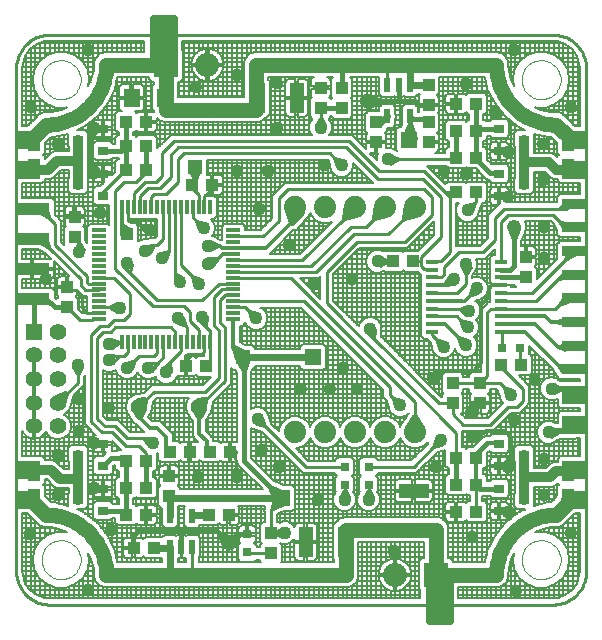
<source format=gtl>
G75*
G70*
%OFA0B0*%
%FSLAX24Y24*%
%IPPOS*%
%LPD*%
%AMOC8*
5,1,8,0,0,1.08239X$1,22.5*
%
%ADD10C,0.0100*%
%ADD11R,0.0472X0.0118*%
%ADD12R,0.0118X0.0472*%
%ADD13R,0.0472X0.0984*%
%ADD14R,0.0354X0.0315*%
%ADD15R,0.0394X0.0433*%
%ADD16R,0.0787X0.0591*%
%ADD17R,0.0433X0.0394*%
%ADD18C,0.0000*%
%ADD19R,0.0800X0.0800*%
%ADD20C,0.0800*%
%ADD21R,0.0555X0.0555*%
%ADD22C,0.0555*%
%ADD23R,0.1181X0.0394*%
%ADD24C,0.0236*%
%ADD25C,0.0560*%
%ADD26R,0.0315X0.0315*%
%ADD27R,0.0984X0.0472*%
%ADD28R,0.0551X0.0630*%
%ADD29C,0.0740*%
%ADD30R,0.0217X0.0472*%
%ADD31R,0.0394X0.0157*%
%ADD32R,0.0827X0.0335*%
%ADD33C,0.0500*%
%ADD34C,0.0160*%
%ADD35C,0.0320*%
%ADD36C,0.0240*%
%ADD37C,0.0400*%
%ADD38C,0.0120*%
%ADD39R,0.0554X0.0554*%
%ADD40C,0.0436*%
%ADD41R,0.0476X0.0476*%
%ADD42R,0.0436X0.0436*%
%ADD43R,0.0515X0.0515*%
%ADD44C,0.0200*%
%ADD45C,0.0080*%
%ADD46C,0.0515*%
%ADD47C,0.0476*%
D10*
X003235Y002358D02*
X019999Y002358D01*
X020064Y002360D01*
X020129Y002366D01*
X020193Y002375D01*
X020257Y002388D01*
X020320Y002405D01*
X020381Y002425D01*
X020442Y002449D01*
X020501Y002477D01*
X020558Y002508D01*
X020613Y002542D01*
X020667Y002579D01*
X020718Y002620D01*
X020766Y002663D01*
X020812Y002709D01*
X020855Y002757D01*
X020896Y002808D01*
X020933Y002862D01*
X020967Y002917D01*
X020998Y002974D01*
X021026Y003033D01*
X021050Y003094D01*
X021070Y003155D01*
X021087Y003218D01*
X021100Y003282D01*
X021109Y003346D01*
X021115Y003411D01*
X021117Y003476D01*
X021117Y020240D01*
X021115Y020305D01*
X021109Y020370D01*
X021100Y020434D01*
X021087Y020498D01*
X021070Y020561D01*
X021050Y020622D01*
X021026Y020683D01*
X020998Y020742D01*
X020967Y020799D01*
X020933Y020854D01*
X020896Y020908D01*
X020855Y020959D01*
X020812Y021007D01*
X020766Y021053D01*
X020718Y021096D01*
X020667Y021137D01*
X020613Y021174D01*
X020558Y021208D01*
X020501Y021239D01*
X020442Y021267D01*
X020381Y021291D01*
X020320Y021311D01*
X020257Y021328D01*
X020193Y021341D01*
X020129Y021350D01*
X020064Y021356D01*
X019999Y021358D01*
X003235Y021358D01*
X003170Y021356D01*
X003105Y021350D01*
X003041Y021341D01*
X002977Y021328D01*
X002914Y021311D01*
X002853Y021291D01*
X002792Y021267D01*
X002733Y021239D01*
X002676Y021208D01*
X002621Y021174D01*
X002567Y021137D01*
X002516Y021096D01*
X002468Y021053D01*
X002422Y021007D01*
X002379Y020959D01*
X002338Y020908D01*
X002301Y020854D01*
X002267Y020799D01*
X002236Y020742D01*
X002208Y020683D01*
X002184Y020622D01*
X002164Y020561D01*
X002147Y020498D01*
X002134Y020434D01*
X002125Y020370D01*
X002119Y020305D01*
X002117Y020240D01*
X002117Y003476D01*
X002119Y003411D01*
X002125Y003346D01*
X002134Y003282D01*
X002147Y003218D01*
X002164Y003155D01*
X002184Y003094D01*
X002208Y003033D01*
X002236Y002974D01*
X002267Y002917D01*
X002301Y002862D01*
X002338Y002808D01*
X002379Y002757D01*
X002422Y002709D01*
X002468Y002663D01*
X002516Y002620D01*
X002567Y002579D01*
X002621Y002542D01*
X002676Y002508D01*
X002733Y002477D01*
X002792Y002449D01*
X002853Y002425D01*
X002914Y002405D01*
X002977Y002388D01*
X003041Y002375D01*
X003105Y002366D01*
X003170Y002360D01*
X003235Y002358D01*
X006451Y007158D02*
X006451Y007408D01*
X006201Y007658D01*
X005767Y007658D01*
X005317Y008108D01*
X004967Y008108D01*
X004617Y008458D01*
X004617Y011358D01*
X004917Y011658D01*
X005167Y011658D01*
X005367Y011858D01*
X005717Y011858D01*
X005917Y012058D01*
X005917Y012708D01*
X005367Y013258D01*
X004874Y013258D01*
X004872Y013063D02*
X004868Y013058D01*
X004517Y013058D01*
X004467Y013108D01*
X004467Y013308D01*
X003417Y014358D01*
X003417Y015058D01*
X003217Y015258D01*
X002917Y015408D01*
X002917Y015558D02*
X003217Y015258D01*
X003167Y015458D01*
X002917Y014558D02*
X002648Y014558D01*
X002917Y014558D02*
X003217Y014258D01*
X002917Y014408D01*
X003167Y014458D02*
X003217Y014258D01*
X004267Y013208D01*
X004267Y013008D01*
X004417Y012858D01*
X004865Y012858D01*
X004872Y012866D01*
X004872Y012276D02*
X005213Y012276D01*
X005494Y012410D01*
X005567Y012258D01*
X005480Y012114D01*
X005213Y012276D01*
X005549Y012276D01*
X005567Y012258D01*
X005417Y011608D02*
X005267Y011458D01*
X005017Y011458D01*
X004817Y011258D01*
X004817Y008558D01*
X005067Y008308D01*
X005417Y008308D01*
X005817Y007908D01*
X006346Y007908D01*
X006657Y007926D01*
X006667Y007758D01*
X006532Y007658D01*
X006346Y007908D01*
X006517Y007908D01*
X006667Y007758D01*
X007117Y007524D02*
X007232Y007458D01*
X008517Y007524D02*
X008582Y007458D01*
X009251Y007458D02*
X009417Y007458D01*
X009446Y006962D01*
X009610Y006697D01*
X009467Y006608D01*
X009314Y006679D01*
X009446Y006962D01*
X009467Y006608D01*
X010748Y005971D02*
X010617Y005508D01*
X011057Y005700D01*
X010967Y005908D01*
X010748Y005971D01*
X010967Y005908D02*
X010617Y005558D01*
X010617Y005508D01*
X010617Y004743D01*
X010632Y004758D01*
X010712Y004758D01*
X010987Y004906D01*
X011067Y004758D01*
X010987Y004610D01*
X010712Y004758D01*
X011067Y004758D01*
X010617Y004074D02*
X009856Y004074D01*
X009817Y004113D01*
X009404Y004320D02*
X009585Y004704D01*
X009171Y004611D01*
X009217Y004408D01*
X009404Y004320D01*
X009217Y004408D02*
X009512Y004704D01*
X009585Y004704D01*
X009817Y004704D01*
X007991Y004297D02*
X007991Y003384D01*
X008017Y003358D01*
X011771Y006954D02*
X013067Y006954D01*
X013067Y006363D02*
X013067Y006213D01*
X013214Y005938D01*
X013067Y005858D01*
X012919Y005938D01*
X013067Y006213D01*
X013067Y005858D01*
X013719Y005940D02*
X013867Y005858D01*
X014015Y005937D01*
X013870Y006213D01*
X013719Y005940D01*
X013867Y005858D02*
X013870Y006213D01*
X013871Y006308D01*
X013867Y006363D01*
X013867Y006954D02*
X013871Y006958D01*
X015367Y006958D01*
X016016Y007608D01*
X016105Y007907D01*
X016267Y007858D01*
X016315Y007697D01*
X016016Y007608D01*
X016267Y007858D01*
X016782Y008093D02*
X016782Y007258D01*
X016767Y007274D01*
X016782Y008093D02*
X012467Y012408D01*
X012467Y013458D01*
X013467Y014458D01*
X015067Y014458D01*
X015967Y015358D01*
X015967Y015958D01*
X015717Y016208D01*
X011167Y016208D01*
X010867Y015908D01*
X010867Y015158D01*
X010346Y014638D01*
X009361Y014638D01*
X009361Y013851D02*
X011659Y013851D01*
X013063Y015255D01*
X013417Y015608D01*
X013267Y014958D02*
X013767Y014958D01*
X014063Y015255D01*
X014417Y015608D01*
X015063Y015255D02*
X014517Y014708D01*
X013367Y014708D01*
X012115Y013457D01*
X009361Y013457D01*
X009361Y013654D02*
X011962Y013654D01*
X013267Y014958D01*
X014246Y013956D02*
X014167Y013808D01*
X014246Y013660D01*
X014521Y013808D01*
X014246Y013956D01*
X014167Y013808D02*
X014521Y013808D01*
X014682Y013808D01*
X015351Y013808D02*
X015617Y013808D01*
X015617Y013758D01*
X015617Y013658D01*
X015717Y013558D01*
X015943Y013558D01*
X015973Y013528D01*
X015973Y013788D02*
X015993Y013808D01*
X016267Y013808D01*
X016567Y014108D01*
X016567Y015958D01*
X016417Y016108D01*
X016367Y016158D01*
X015717Y016808D01*
X014217Y016808D01*
X013217Y017808D01*
X007367Y017808D01*
X006967Y017408D01*
X006967Y016658D01*
X006767Y016458D01*
X006417Y016458D01*
X006034Y016076D01*
X006034Y015603D01*
X006231Y015603D02*
X006231Y015973D01*
X006517Y016258D01*
X006917Y016258D01*
X007267Y016608D01*
X007267Y017358D01*
X007517Y017608D01*
X013117Y017608D01*
X014167Y016558D01*
X015667Y016558D01*
X016267Y015958D01*
X016267Y014608D01*
X015617Y013958D01*
X015617Y013808D01*
X016126Y013268D02*
X016276Y013268D01*
X016367Y013358D01*
X016367Y013608D01*
X016867Y014108D01*
X017667Y014108D01*
X018067Y014508D01*
X018067Y015258D01*
X018367Y015558D01*
X020167Y015558D01*
X020367Y015708D01*
X020317Y015558D02*
X020517Y015758D01*
X020678Y015758D01*
X020717Y015720D01*
X020467Y015558D02*
X020317Y015558D01*
X020267Y015558D01*
X020167Y015558D01*
X020017Y015358D02*
X020217Y015158D01*
X020517Y015058D01*
X020417Y014958D02*
X020691Y014958D01*
X020717Y014933D01*
X020417Y014958D02*
X020217Y015158D01*
X020367Y014858D01*
X020017Y015358D02*
X018517Y015358D01*
X018273Y015115D01*
X018273Y013788D01*
X017467Y012908D02*
X017305Y012957D01*
X017216Y012658D01*
X017515Y012747D01*
X017467Y012908D01*
X017216Y012658D01*
X017046Y012488D01*
X016996Y012488D01*
X017158Y012316D02*
X016866Y012208D01*
X017117Y012023D01*
X017217Y012158D01*
X017158Y012316D01*
X017167Y012208D02*
X017217Y012158D01*
X017167Y012208D02*
X016866Y012208D01*
X015993Y012208D01*
X015973Y011968D02*
X016807Y011968D01*
X016916Y011859D01*
X017215Y011769D01*
X017167Y011608D01*
X017005Y011560D01*
X016916Y011859D01*
X017167Y011608D01*
X017817Y012108D02*
X017817Y009993D01*
X017567Y009743D01*
X018232Y009743D01*
X018366Y009609D01*
X018665Y009519D01*
X018617Y009358D01*
X018455Y009310D01*
X018366Y009609D01*
X018617Y009358D01*
X018517Y008958D02*
X018817Y008958D01*
X019017Y009158D01*
X019017Y009558D01*
X018282Y010293D01*
X018282Y010358D01*
X018267Y010358D01*
X018321Y010908D02*
X018321Y011448D01*
X018273Y011448D01*
X018273Y012228D02*
X017936Y012228D01*
X017817Y012108D01*
X018273Y012228D02*
X020086Y012228D01*
X020217Y012358D01*
X020367Y012658D01*
X020417Y012558D02*
X020217Y012358D01*
X020517Y012458D01*
X020417Y012558D02*
X020704Y012558D01*
X020717Y012571D01*
X020367Y013258D02*
X020167Y013208D01*
X020367Y013458D01*
X020316Y013358D02*
X020717Y013358D01*
X020716Y013358D01*
X020316Y013358D02*
X020167Y013208D01*
X019446Y012488D01*
X018273Y012488D01*
X018273Y012748D02*
X019306Y012748D01*
X020417Y013858D01*
X020767Y014058D01*
X020717Y014145D02*
X020704Y014145D01*
X020417Y013858D01*
X020467Y014158D01*
X020417Y011908D02*
X020167Y011808D01*
X020167Y011758D02*
X020417Y011708D01*
X020367Y011058D02*
X020167Y010958D01*
X020417Y010858D01*
X020417Y010308D02*
X020167Y010358D01*
X020317Y010108D01*
X020367Y010108D02*
X020217Y010308D01*
X020046Y009706D02*
X019967Y009558D01*
X020046Y009410D01*
X020321Y009558D01*
X020046Y009706D01*
X020167Y009608D02*
X020467Y009608D01*
X020517Y009558D02*
X020321Y009558D01*
X019967Y009558D01*
X020217Y009508D02*
X020417Y009508D01*
X020467Y008258D02*
X020167Y008108D01*
X020221Y008108D01*
X019946Y007960D01*
X019867Y008108D01*
X019946Y008256D01*
X020221Y008108D01*
X020667Y008108D01*
X020517Y008208D02*
X020017Y008208D01*
X019867Y008108D02*
X020167Y008108D01*
X018517Y008958D02*
X017917Y008358D01*
X017017Y008358D01*
X016667Y008708D01*
X016667Y009074D01*
X016201Y009074D01*
X014046Y011229D01*
X013808Y011430D01*
X013917Y011558D01*
X014083Y011538D01*
X014046Y011229D01*
X013917Y011358D01*
X013917Y011558D01*
X014567Y009608D02*
X014567Y009358D01*
X014666Y009259D01*
X014965Y009169D01*
X014917Y009008D01*
X014755Y008960D01*
X014666Y009259D01*
X014917Y009008D01*
X015417Y009108D02*
X015417Y008608D01*
X015417Y008108D01*
X015417Y009108D02*
X011265Y013260D01*
X009361Y013260D01*
X009361Y013063D02*
X009356Y013058D01*
X008867Y013058D01*
X008317Y012508D01*
X006817Y012508D01*
X005909Y013416D01*
X005694Y013643D01*
X005817Y013758D01*
X005980Y013720D01*
X005909Y013416D01*
X005817Y013508D01*
X005817Y013758D01*
X005417Y013558D02*
X006667Y012308D01*
X007717Y012308D01*
X007917Y012108D01*
X007917Y011808D01*
X008199Y011526D01*
X008199Y011114D01*
X008396Y011114D02*
X008396Y010788D01*
X008317Y010708D01*
X007967Y010708D01*
X007782Y010524D01*
X007782Y010308D01*
X007609Y010801D02*
X007246Y010438D01*
X007283Y010128D01*
X007117Y010108D01*
X007008Y010237D01*
X007246Y010438D01*
X007117Y010308D01*
X007117Y010108D01*
X006831Y010423D02*
X006656Y010164D01*
X006517Y010258D01*
X006519Y010427D01*
X006831Y010423D01*
X007017Y010608D01*
X007017Y011113D01*
X007018Y011114D01*
X006821Y011114D02*
X006817Y011110D01*
X006817Y010758D01*
X006717Y010658D01*
X006217Y010658D01*
X006067Y010509D01*
X005978Y010210D01*
X005817Y010258D01*
X005768Y010419D01*
X006067Y010509D01*
X005817Y010258D01*
X005717Y010658D02*
X005538Y010658D01*
X005351Y010408D01*
X005217Y010508D01*
X005226Y010676D01*
X005538Y010658D01*
X005367Y010658D01*
X005217Y010508D01*
X005319Y010925D02*
X005217Y011058D01*
X005272Y011217D01*
X005566Y011114D01*
X005319Y010925D01*
X005217Y011058D02*
X005272Y011114D01*
X005566Y011114D01*
X005640Y011114D01*
X005837Y011114D02*
X005837Y010779D01*
X005717Y010658D01*
X006517Y010258D02*
X006667Y010258D01*
X006831Y010423D01*
X007412Y011114D02*
X007412Y011463D01*
X007267Y011608D01*
X005417Y011608D01*
X004872Y011882D02*
X004690Y011882D01*
X004667Y011858D01*
X004232Y011858D01*
X003817Y012274D01*
X004317Y012258D02*
X004317Y012658D01*
X004117Y012858D01*
X003901Y012858D01*
X003817Y012943D01*
X004317Y012258D02*
X004496Y012079D01*
X004872Y012079D01*
X005417Y013558D02*
X005417Y016158D01*
X005717Y016458D01*
X006117Y016458D01*
X006451Y016793D01*
X006717Y016058D02*
X007117Y016058D01*
X007517Y016458D01*
X007517Y017208D01*
X007717Y017408D01*
X012567Y017408D01*
X012716Y017259D01*
X013015Y017169D01*
X012967Y017008D01*
X012805Y016960D01*
X012716Y017259D01*
X012967Y017008D01*
X012267Y018258D02*
X012414Y018338D01*
X012267Y018613D01*
X012119Y018338D01*
X012267Y018258D01*
X012267Y018613D01*
X012267Y018924D01*
X013017Y019758D02*
X012967Y019808D01*
X014493Y019670D02*
X014493Y020284D01*
X014567Y020358D01*
X014596Y017356D02*
X014517Y017208D01*
X014596Y017060D01*
X014871Y017208D01*
X014596Y017356D01*
X014517Y017208D02*
X014871Y017208D01*
X016732Y017208D01*
X016782Y017258D01*
X016632Y017408D01*
X016682Y017358D02*
X016782Y017258D01*
X016782Y016108D02*
X016417Y016108D01*
X017118Y015669D02*
X017167Y015508D01*
X017328Y015460D01*
X017417Y015759D01*
X017118Y015669D01*
X017167Y015508D02*
X017417Y015759D01*
X017451Y015793D01*
X017451Y016108D01*
X015417Y015608D02*
X015063Y015255D01*
X016969Y013629D02*
X017117Y013354D01*
X017264Y013629D01*
X017117Y013708D01*
X016969Y013629D01*
X017117Y013708D02*
X017117Y013354D01*
X017117Y013058D01*
X016806Y012748D01*
X015973Y012748D01*
X015973Y011448D02*
X015973Y011352D01*
X016116Y011209D01*
X016415Y011119D01*
X016367Y010958D01*
X016205Y010910D01*
X016116Y011209D01*
X016367Y010958D01*
X016667Y009743D02*
X017567Y009743D01*
X018912Y010358D02*
X018912Y010908D01*
X018912Y010358D02*
X018951Y010358D01*
X017451Y006358D02*
X017451Y005458D01*
X015767Y004858D02*
X015766Y004859D01*
X015367Y004859D01*
X011771Y006954D02*
X010417Y008308D01*
X010118Y008397D01*
X010167Y008558D01*
X010328Y008607D01*
X010417Y008308D01*
X010167Y008558D01*
X009067Y009808D02*
X009067Y011608D01*
X008917Y011758D01*
X008917Y012508D01*
X009078Y012669D01*
X009361Y012669D01*
X009361Y012473D02*
X011702Y012473D01*
X014567Y009608D01*
X010117Y011908D02*
X010165Y012069D01*
X009866Y012159D01*
X009955Y011860D01*
X010117Y011908D01*
X009866Y012159D01*
X009749Y012276D01*
X009361Y012276D01*
X009361Y012866D02*
X008974Y012866D01*
X008717Y012608D01*
X008717Y011658D01*
X008867Y011508D01*
X008867Y009908D01*
X008417Y009458D01*
X006717Y009458D01*
X006429Y009171D01*
X006217Y008958D01*
X007609Y010801D02*
X007609Y011114D01*
X007806Y011114D02*
X007806Y011619D01*
X007767Y011658D01*
X007468Y011747D01*
X007517Y011908D01*
X007678Y011957D01*
X007767Y011658D01*
X007517Y011908D01*
X008055Y013010D02*
X008217Y013058D01*
X008265Y013219D01*
X007966Y013309D01*
X008055Y013010D01*
X008217Y013058D02*
X007966Y013309D01*
X007609Y013666D01*
X007609Y015603D01*
X007412Y015603D02*
X007412Y013427D01*
X007665Y013245D01*
X007567Y013108D01*
X007399Y013116D01*
X007412Y013427D01*
X007412Y013263D01*
X007567Y013108D01*
X007128Y013862D02*
X006967Y013908D01*
X006917Y014069D01*
X007215Y014161D01*
X007128Y013862D01*
X006967Y013908D02*
X007215Y014157D01*
X007215Y014161D01*
X007215Y015603D01*
X007018Y015603D02*
X007018Y014560D01*
X006817Y014358D01*
X006709Y014358D01*
X006566Y014081D01*
X006417Y014158D01*
X006399Y014326D01*
X006709Y014358D01*
X006617Y014358D01*
X006417Y014158D01*
X006431Y014758D02*
X006567Y014858D01*
X006557Y015026D01*
X006246Y015009D01*
X006431Y014758D01*
X006367Y014858D02*
X006567Y014858D01*
X006367Y014858D02*
X006246Y015009D01*
X006167Y015108D01*
X005967Y015108D01*
X005837Y015238D01*
X005837Y015603D01*
X006617Y015610D02*
X006617Y015958D01*
X006717Y016058D01*
X006617Y015610D02*
X006624Y015603D01*
X008002Y015603D02*
X008002Y015273D01*
X008116Y015159D01*
X008415Y015069D01*
X008367Y014908D01*
X008205Y014860D01*
X008116Y015159D01*
X008367Y014908D01*
X008396Y015603D02*
X008396Y015988D01*
X008701Y016293D01*
X008651Y016358D01*
X008717Y016408D01*
X008667Y016374D02*
X008651Y016358D01*
X008199Y016026D02*
X007967Y016258D01*
X007982Y016358D02*
X007967Y016424D01*
X008199Y016026D02*
X008199Y015603D01*
X007117Y019208D02*
X007068Y019257D01*
X007068Y019258D01*
X004067Y014624D02*
X004217Y014474D01*
X004217Y014463D01*
X004364Y014188D01*
X004217Y014108D01*
X004069Y014188D01*
X004217Y014463D01*
X004217Y014108D01*
X004167Y010358D02*
X004019Y010279D01*
X004167Y010004D01*
X004314Y010279D01*
X004167Y010358D01*
X004167Y010004D01*
X004167Y009759D01*
X003782Y009375D01*
X003504Y009096D01*
X008217Y008958D02*
X008429Y009171D01*
X009067Y009808D01*
X008593Y010308D02*
X008593Y011114D01*
X008593Y011482D01*
X008593Y010308D02*
X008451Y010308D01*
D11*
X009361Y011882D03*
X009361Y012079D03*
X009361Y012276D03*
X009361Y012473D03*
X009361Y012669D03*
X009361Y012866D03*
X009361Y013063D03*
X009361Y013260D03*
X009361Y013457D03*
X009361Y013654D03*
X009361Y013851D03*
X009361Y014047D03*
X009361Y014244D03*
X009361Y014441D03*
X009361Y014638D03*
X009361Y014835D03*
X004872Y014835D03*
X004872Y014638D03*
X004872Y014441D03*
X004872Y014244D03*
X004872Y014047D03*
X004872Y013851D03*
X004872Y013654D03*
X004872Y013457D03*
X004872Y013260D03*
X004872Y013063D03*
X004872Y012866D03*
X004872Y012669D03*
X004872Y012473D03*
X004872Y012276D03*
X004872Y012079D03*
X004872Y011882D03*
D12*
X005640Y011114D03*
X005837Y011114D03*
X006034Y011114D03*
X006231Y011114D03*
X006428Y011114D03*
X006624Y011114D03*
X006821Y011114D03*
X007018Y011114D03*
X007215Y011114D03*
X007412Y011114D03*
X007609Y011114D03*
X007806Y011114D03*
X008002Y011114D03*
X008199Y011114D03*
X008396Y011114D03*
X008593Y011114D03*
X008593Y015603D03*
X008396Y015603D03*
X008199Y015603D03*
X008002Y015603D03*
X007806Y015603D03*
X007609Y015603D03*
X007412Y015603D03*
X007215Y015603D03*
X007018Y015603D03*
X006821Y015603D03*
X006624Y015603D03*
X006428Y015603D03*
X006231Y015603D03*
X006034Y015603D03*
X005837Y015603D03*
X005640Y015603D03*
D13*
X010167Y019258D03*
X011466Y019258D03*
X011767Y004458D03*
X013066Y004458D03*
D14*
X018223Y005484D03*
X018223Y006232D03*
X018223Y006984D03*
X018223Y007732D03*
X019050Y007358D03*
X019050Y005858D03*
X018223Y015984D03*
X018223Y016732D03*
X018223Y017484D03*
X018223Y018232D03*
X019050Y017858D03*
X019050Y016358D03*
X005010Y015984D03*
X005010Y016732D03*
X005010Y017484D03*
X005010Y018232D03*
X004183Y017858D03*
X004183Y016358D03*
X005010Y007732D03*
X005010Y006984D03*
X005010Y006232D03*
X005010Y005484D03*
X004183Y005858D03*
X004183Y007358D03*
D15*
X002717Y006693D03*
X002717Y006024D03*
X007217Y005974D03*
X007217Y006643D03*
X010617Y004743D03*
X010617Y004074D03*
X016667Y009074D03*
X016667Y009743D03*
X017567Y009743D03*
X017567Y009074D03*
X020517Y006693D03*
X020517Y006024D03*
X019117Y013274D03*
X019117Y013943D03*
X020517Y017024D03*
X020517Y017693D03*
X015867Y017774D03*
X015867Y018443D03*
X015867Y019024D03*
X015867Y019693D03*
X014117Y018443D03*
X014117Y017774D03*
X012967Y018924D03*
X012967Y019593D03*
X012267Y019593D03*
X012267Y018924D03*
X004067Y015293D03*
X004067Y014624D03*
X003817Y012943D03*
X003817Y012274D03*
X002717Y017024D03*
X002717Y017693D03*
D16*
X002517Y017858D03*
X002517Y016858D03*
X002517Y006858D03*
X002517Y005858D03*
X020717Y005858D03*
X020717Y006858D03*
X020717Y008358D03*
X020717Y009358D03*
X020717Y016858D03*
X020717Y017858D03*
D17*
X017451Y018158D03*
X016782Y018158D03*
X016782Y017258D03*
X017451Y017258D03*
X017451Y016108D03*
X016782Y016108D03*
X015351Y013808D03*
X014682Y013808D03*
X018282Y010358D03*
X018951Y010358D03*
X017451Y007258D03*
X016782Y007258D03*
X016782Y006358D03*
X017451Y006358D03*
X017451Y005458D03*
X016782Y005458D03*
X009201Y005358D03*
X008532Y005358D03*
X008582Y007458D03*
X009251Y007458D03*
X007901Y007458D03*
X007232Y007458D03*
X006451Y007158D03*
X005782Y007158D03*
X005782Y006258D03*
X006451Y006258D03*
X006451Y005358D03*
X005782Y005358D03*
X006032Y004258D03*
X006701Y004258D03*
X007782Y010308D03*
X008451Y010308D03*
X008651Y016358D03*
X007982Y016358D03*
X006451Y016858D03*
X005782Y016858D03*
X005782Y017658D03*
X006451Y017658D03*
X006451Y018458D03*
X005782Y018458D03*
X016782Y019058D03*
X017451Y019058D03*
D18*
X018967Y019858D02*
X018969Y019908D01*
X018975Y019958D01*
X018985Y020008D01*
X018998Y020056D01*
X019015Y020104D01*
X019036Y020150D01*
X019060Y020194D01*
X019088Y020236D01*
X019119Y020276D01*
X019153Y020313D01*
X019190Y020348D01*
X019229Y020379D01*
X019270Y020408D01*
X019314Y020433D01*
X019360Y020455D01*
X019407Y020473D01*
X019455Y020487D01*
X019504Y020498D01*
X019554Y020505D01*
X019604Y020508D01*
X019655Y020507D01*
X019705Y020502D01*
X019755Y020493D01*
X019803Y020481D01*
X019851Y020464D01*
X019897Y020444D01*
X019942Y020421D01*
X019985Y020394D01*
X020025Y020364D01*
X020063Y020331D01*
X020098Y020295D01*
X020131Y020256D01*
X020160Y020215D01*
X020186Y020172D01*
X020209Y020127D01*
X020228Y020080D01*
X020243Y020032D01*
X020255Y019983D01*
X020263Y019933D01*
X020267Y019883D01*
X020267Y019833D01*
X020263Y019783D01*
X020255Y019733D01*
X020243Y019684D01*
X020228Y019636D01*
X020209Y019589D01*
X020186Y019544D01*
X020160Y019501D01*
X020131Y019460D01*
X020098Y019421D01*
X020063Y019385D01*
X020025Y019352D01*
X019985Y019322D01*
X019942Y019295D01*
X019897Y019272D01*
X019851Y019252D01*
X019803Y019235D01*
X019755Y019223D01*
X019705Y019214D01*
X019655Y019209D01*
X019604Y019208D01*
X019554Y019211D01*
X019504Y019218D01*
X019455Y019229D01*
X019407Y019243D01*
X019360Y019261D01*
X019314Y019283D01*
X019270Y019308D01*
X019229Y019337D01*
X019190Y019368D01*
X019153Y019403D01*
X019119Y019440D01*
X019088Y019480D01*
X019060Y019522D01*
X019036Y019566D01*
X019015Y019612D01*
X018998Y019660D01*
X018985Y019708D01*
X018975Y019758D01*
X018969Y019808D01*
X018967Y019858D01*
X020467Y006108D02*
X020704Y005918D01*
X020717Y005908D01*
X020517Y006024D02*
X020517Y006058D01*
X020467Y006108D01*
X020467Y005908D01*
X018967Y003858D02*
X018969Y003908D01*
X018975Y003958D01*
X018985Y004008D01*
X018998Y004056D01*
X019015Y004104D01*
X019036Y004150D01*
X019060Y004194D01*
X019088Y004236D01*
X019119Y004276D01*
X019153Y004313D01*
X019190Y004348D01*
X019229Y004379D01*
X019270Y004408D01*
X019314Y004433D01*
X019360Y004455D01*
X019407Y004473D01*
X019455Y004487D01*
X019504Y004498D01*
X019554Y004505D01*
X019604Y004508D01*
X019655Y004507D01*
X019705Y004502D01*
X019755Y004493D01*
X019803Y004481D01*
X019851Y004464D01*
X019897Y004444D01*
X019942Y004421D01*
X019985Y004394D01*
X020025Y004364D01*
X020063Y004331D01*
X020098Y004295D01*
X020131Y004256D01*
X020160Y004215D01*
X020186Y004172D01*
X020209Y004127D01*
X020228Y004080D01*
X020243Y004032D01*
X020255Y003983D01*
X020263Y003933D01*
X020267Y003883D01*
X020267Y003833D01*
X020263Y003783D01*
X020255Y003733D01*
X020243Y003684D01*
X020228Y003636D01*
X020209Y003589D01*
X020186Y003544D01*
X020160Y003501D01*
X020131Y003460D01*
X020098Y003421D01*
X020063Y003385D01*
X020025Y003352D01*
X019985Y003322D01*
X019942Y003295D01*
X019897Y003272D01*
X019851Y003252D01*
X019803Y003235D01*
X019755Y003223D01*
X019705Y003214D01*
X019655Y003209D01*
X019604Y003208D01*
X019554Y003211D01*
X019504Y003218D01*
X019455Y003229D01*
X019407Y003243D01*
X019360Y003261D01*
X019314Y003283D01*
X019270Y003308D01*
X019229Y003337D01*
X019190Y003368D01*
X019153Y003403D01*
X019119Y003440D01*
X019088Y003480D01*
X019060Y003522D01*
X019036Y003566D01*
X019015Y003612D01*
X018998Y003660D01*
X018985Y003708D01*
X018975Y003758D01*
X018969Y003808D01*
X018967Y003858D01*
X002967Y003858D02*
X002969Y003908D01*
X002975Y003958D01*
X002985Y004008D01*
X002998Y004056D01*
X003015Y004104D01*
X003036Y004150D01*
X003060Y004194D01*
X003088Y004236D01*
X003119Y004276D01*
X003153Y004313D01*
X003190Y004348D01*
X003229Y004379D01*
X003270Y004408D01*
X003314Y004433D01*
X003360Y004455D01*
X003407Y004473D01*
X003455Y004487D01*
X003504Y004498D01*
X003554Y004505D01*
X003604Y004508D01*
X003655Y004507D01*
X003705Y004502D01*
X003755Y004493D01*
X003803Y004481D01*
X003851Y004464D01*
X003897Y004444D01*
X003942Y004421D01*
X003985Y004394D01*
X004025Y004364D01*
X004063Y004331D01*
X004098Y004295D01*
X004131Y004256D01*
X004160Y004215D01*
X004186Y004172D01*
X004209Y004127D01*
X004228Y004080D01*
X004243Y004032D01*
X004255Y003983D01*
X004263Y003933D01*
X004267Y003883D01*
X004267Y003833D01*
X004263Y003783D01*
X004255Y003733D01*
X004243Y003684D01*
X004228Y003636D01*
X004209Y003589D01*
X004186Y003544D01*
X004160Y003501D01*
X004131Y003460D01*
X004098Y003421D01*
X004063Y003385D01*
X004025Y003352D01*
X003985Y003322D01*
X003942Y003295D01*
X003897Y003272D01*
X003851Y003252D01*
X003803Y003235D01*
X003755Y003223D01*
X003705Y003214D01*
X003655Y003209D01*
X003604Y003208D01*
X003554Y003211D01*
X003504Y003218D01*
X003455Y003229D01*
X003407Y003243D01*
X003360Y003261D01*
X003314Y003283D01*
X003270Y003308D01*
X003229Y003337D01*
X003190Y003368D01*
X003153Y003403D01*
X003119Y003440D01*
X003088Y003480D01*
X003060Y003522D01*
X003036Y003566D01*
X003015Y003612D01*
X002998Y003660D01*
X002985Y003708D01*
X002975Y003758D01*
X002969Y003808D01*
X002967Y003858D01*
X002967Y019858D02*
X002969Y019908D01*
X002975Y019958D01*
X002985Y020008D01*
X002998Y020056D01*
X003015Y020104D01*
X003036Y020150D01*
X003060Y020194D01*
X003088Y020236D01*
X003119Y020276D01*
X003153Y020313D01*
X003190Y020348D01*
X003229Y020379D01*
X003270Y020408D01*
X003314Y020433D01*
X003360Y020455D01*
X003407Y020473D01*
X003455Y020487D01*
X003504Y020498D01*
X003554Y020505D01*
X003604Y020508D01*
X003655Y020507D01*
X003705Y020502D01*
X003755Y020493D01*
X003803Y020481D01*
X003851Y020464D01*
X003897Y020444D01*
X003942Y020421D01*
X003985Y020394D01*
X004025Y020364D01*
X004063Y020331D01*
X004098Y020295D01*
X004131Y020256D01*
X004160Y020215D01*
X004186Y020172D01*
X004209Y020127D01*
X004228Y020080D01*
X004243Y020032D01*
X004255Y019983D01*
X004263Y019933D01*
X004267Y019883D01*
X004267Y019833D01*
X004263Y019783D01*
X004255Y019733D01*
X004243Y019684D01*
X004228Y019636D01*
X004209Y019589D01*
X004186Y019544D01*
X004160Y019501D01*
X004131Y019460D01*
X004098Y019421D01*
X004063Y019385D01*
X004025Y019352D01*
X003985Y019322D01*
X003942Y019295D01*
X003897Y019272D01*
X003851Y019252D01*
X003803Y019235D01*
X003755Y019223D01*
X003705Y019214D01*
X003655Y019209D01*
X003604Y019208D01*
X003554Y019211D01*
X003504Y019218D01*
X003455Y019229D01*
X003407Y019243D01*
X003360Y019261D01*
X003314Y019283D01*
X003270Y019308D01*
X003229Y019337D01*
X003190Y019368D01*
X003153Y019403D01*
X003119Y019440D01*
X003088Y019480D01*
X003060Y019522D01*
X003036Y019566D01*
X003015Y019612D01*
X002998Y019660D01*
X002985Y019708D01*
X002975Y019758D01*
X002969Y019808D01*
X002967Y019858D01*
D19*
X007117Y020358D03*
X016117Y003358D03*
D20*
X014739Y003358D03*
X008494Y020358D03*
D21*
X002717Y011458D03*
D22*
X002717Y010671D03*
X003504Y010671D03*
X003504Y011458D03*
X003504Y009884D03*
X003504Y009096D03*
X003504Y008309D03*
X002717Y008309D03*
X002717Y009096D03*
X002717Y009884D03*
D23*
X002648Y012558D03*
X002648Y013558D03*
X002648Y014558D03*
X002648Y015558D03*
D24*
X007371Y020609D02*
X007371Y021907D01*
X007371Y020609D02*
X006663Y020609D01*
X006663Y021907D01*
X007371Y021907D01*
X007371Y020844D02*
X006663Y020844D01*
X006663Y021079D02*
X007371Y021079D01*
X007371Y021314D02*
X006663Y021314D01*
X006663Y021549D02*
X007371Y021549D01*
X007371Y021784D02*
X006663Y021784D01*
X015863Y003107D02*
X015863Y001809D01*
X015863Y003107D02*
X016571Y003107D01*
X016571Y001809D01*
X015863Y001809D01*
X015863Y002044D02*
X016571Y002044D01*
X016571Y002279D02*
X015863Y002279D01*
X015863Y002514D02*
X016571Y002514D01*
X016571Y002749D02*
X015863Y002749D01*
X015863Y002984D02*
X016571Y002984D01*
D25*
X008217Y008958D03*
X006217Y008958D03*
D26*
X009817Y004704D03*
X009817Y004113D03*
X013067Y006363D03*
X013067Y006954D03*
X013867Y006954D03*
X013867Y006363D03*
X018321Y010908D03*
X018912Y010908D03*
D27*
X015367Y006158D03*
X015367Y004859D03*
D28*
X007068Y019258D03*
X005965Y019258D03*
D29*
X011417Y015608D03*
X012417Y015608D03*
X013417Y015608D03*
X014417Y015608D03*
X015417Y015608D03*
X015417Y008108D03*
X014417Y008108D03*
X013417Y008108D03*
X012417Y008108D03*
X011417Y008108D03*
D30*
X007991Y005320D03*
X007243Y005320D03*
X007243Y004297D03*
X007617Y004297D03*
X007991Y004297D03*
X014493Y018647D03*
X015241Y018647D03*
X015241Y019670D03*
X014867Y019670D03*
X014493Y019670D03*
D31*
X015973Y013788D03*
X015973Y013528D03*
X015970Y013268D03*
X015973Y013008D03*
X015973Y012748D03*
X015973Y012488D03*
X015973Y012228D03*
X015973Y011968D03*
X015973Y011708D03*
X015973Y011448D03*
X018273Y011448D03*
X018273Y011708D03*
X018273Y011968D03*
X018273Y012228D03*
X018273Y012488D03*
X018273Y012748D03*
X018273Y013008D03*
X018275Y013268D03*
X018273Y013528D03*
X018273Y013788D03*
D32*
X020717Y014145D03*
X020717Y013358D03*
X020717Y012571D03*
X020717Y011783D03*
X020717Y010996D03*
X020717Y010208D03*
X020717Y014933D03*
X020717Y015720D03*
D33*
X020717Y017858D02*
X020567Y017908D01*
X020117Y018358D01*
X020022Y018360D01*
X019927Y018367D01*
X019832Y018378D01*
X019738Y018394D01*
X019645Y018414D01*
X019554Y018439D01*
X019463Y018468D01*
X019374Y018501D01*
X019286Y018539D01*
X019201Y018580D01*
X019117Y018626D01*
X019036Y018675D01*
X018957Y018729D01*
X018881Y018786D01*
X018807Y018847D01*
X018737Y018911D01*
X018670Y018978D01*
X018606Y019048D01*
X018545Y019122D01*
X018488Y019198D01*
X018434Y019277D01*
X018385Y019358D01*
X018339Y019442D01*
X018298Y019527D01*
X018260Y019615D01*
X018227Y019704D01*
X018198Y019795D01*
X018173Y019886D01*
X018153Y019979D01*
X018137Y020073D01*
X018126Y020168D01*
X018119Y020263D01*
X018117Y020358D01*
X015217Y020358D01*
X014567Y020358D01*
X014417Y020358D01*
X014367Y020358D01*
X012967Y020358D01*
X010117Y020358D01*
X010117Y019058D01*
X010117Y018858D01*
X007117Y018858D01*
X007117Y019208D01*
X007117Y020358D01*
X005117Y020358D01*
X005115Y020263D01*
X005108Y020168D01*
X005097Y020073D01*
X005081Y019979D01*
X005061Y019886D01*
X005036Y019795D01*
X005007Y019704D01*
X004974Y019615D01*
X004936Y019527D01*
X004895Y019442D01*
X004849Y019358D01*
X004800Y019277D01*
X004746Y019198D01*
X004689Y019122D01*
X004628Y019048D01*
X004564Y018978D01*
X004497Y018911D01*
X004427Y018847D01*
X004353Y018786D01*
X004277Y018729D01*
X004198Y018675D01*
X004117Y018626D01*
X004033Y018580D01*
X003948Y018539D01*
X003860Y018501D01*
X003771Y018468D01*
X003680Y018439D01*
X003589Y018414D01*
X003496Y018394D01*
X003402Y018378D01*
X003307Y018367D01*
X003212Y018360D01*
X003117Y018358D01*
X002617Y017858D01*
X002517Y017858D01*
X002517Y005858D02*
X002617Y005858D01*
X003117Y005358D01*
X003212Y005356D01*
X003307Y005349D01*
X003402Y005338D01*
X003496Y005322D01*
X003589Y005302D01*
X003680Y005277D01*
X003771Y005248D01*
X003860Y005215D01*
X003948Y005177D01*
X004033Y005136D01*
X004117Y005090D01*
X004198Y005041D01*
X004277Y004987D01*
X004353Y004930D01*
X004427Y004869D01*
X004497Y004805D01*
X004564Y004738D01*
X004628Y004668D01*
X004689Y004594D01*
X004746Y004518D01*
X004800Y004439D01*
X004849Y004358D01*
X004895Y004274D01*
X004936Y004189D01*
X004974Y004101D01*
X005007Y004012D01*
X005036Y003921D01*
X005061Y003830D01*
X005081Y003737D01*
X005097Y003643D01*
X005108Y003548D01*
X005115Y003453D01*
X005117Y003358D01*
X007167Y003358D01*
X007917Y003358D01*
X008017Y003358D01*
X013117Y003358D01*
X013117Y004758D01*
X013117Y004858D01*
X015767Y004858D01*
X016117Y004858D01*
X016117Y003358D01*
X018117Y003358D01*
X018119Y003453D01*
X018126Y003548D01*
X018137Y003643D01*
X018153Y003737D01*
X018173Y003830D01*
X018198Y003921D01*
X018227Y004012D01*
X018260Y004101D01*
X018298Y004189D01*
X018339Y004274D01*
X018385Y004358D01*
X018434Y004439D01*
X018488Y004518D01*
X018545Y004594D01*
X018606Y004668D01*
X018670Y004738D01*
X018737Y004805D01*
X018807Y004869D01*
X018881Y004930D01*
X018957Y004987D01*
X019036Y005041D01*
X019117Y005090D01*
X019201Y005136D01*
X019286Y005177D01*
X019374Y005215D01*
X019463Y005248D01*
X019554Y005277D01*
X019645Y005302D01*
X019738Y005322D01*
X019832Y005338D01*
X019927Y005349D01*
X020022Y005356D01*
X020117Y005358D01*
X020467Y005708D01*
X020467Y005758D02*
X020517Y005858D01*
X020717Y005858D01*
D34*
X020717Y006693D02*
X020517Y006693D01*
X020717Y006693D02*
X020717Y006858D01*
X018517Y006958D02*
X018517Y006984D01*
X018223Y006984D01*
X018223Y006232D02*
X017577Y006232D01*
X017451Y006358D01*
X016782Y006358D02*
X016782Y007258D01*
X017451Y007258D02*
X017451Y007393D01*
X017817Y007758D01*
X018223Y005484D02*
X018517Y005484D01*
X018517Y005458D01*
X016117Y003358D02*
X016117Y002458D01*
X016217Y002458D01*
X013117Y004458D02*
X013117Y004758D01*
X013117Y004458D02*
X013066Y004458D01*
X010967Y005908D02*
X011044Y006090D01*
X010591Y006284D01*
X010785Y005831D01*
X010967Y005908D01*
X010591Y006284D01*
X009717Y007158D01*
X009717Y010139D01*
X009510Y010525D01*
X009667Y010608D01*
X009837Y010559D01*
X009717Y010139D01*
X009717Y010608D01*
X006451Y007158D02*
X006451Y006258D01*
X005782Y006258D02*
X005782Y007158D01*
X005782Y007258D01*
X005284Y007258D01*
X005010Y006984D01*
X005010Y006258D02*
X005010Y006232D01*
X004743Y006232D01*
X004717Y006258D01*
X005010Y005484D02*
X005656Y005484D01*
X005782Y005358D01*
X005782Y006258D01*
X006167Y004808D02*
X007617Y004808D01*
X007617Y004297D01*
X007617Y004808D02*
X008817Y004808D01*
X008882Y004743D01*
X009286Y004572D01*
X009217Y004408D01*
X009053Y004339D01*
X008882Y004743D01*
X009217Y004408D01*
X006167Y004808D02*
X006017Y004658D01*
X006017Y004258D01*
X005010Y007732D02*
X004743Y007732D01*
X004717Y007758D01*
X002717Y006693D02*
X002617Y006858D01*
X002517Y006858D01*
X002517Y006024D02*
X002517Y005858D01*
X002517Y006024D02*
X002717Y006024D01*
X002717Y011458D02*
X002717Y012490D01*
X002648Y012558D01*
X003117Y012558D01*
X003401Y012274D01*
X003817Y012274D01*
X002917Y015558D02*
X002648Y015558D01*
X004717Y016732D02*
X004717Y016758D01*
X004717Y016732D02*
X005010Y016732D01*
X005010Y017484D02*
X005608Y017484D01*
X005782Y017658D01*
X005782Y018458D01*
X005782Y017658D02*
X005782Y016858D01*
X006451Y016858D02*
X006451Y017658D01*
X005010Y018232D02*
X004717Y018232D01*
X004717Y018258D01*
X007017Y020358D02*
X007017Y021258D01*
X007017Y020358D02*
X007117Y020358D01*
X010117Y019258D02*
X010117Y019058D01*
X010117Y019258D02*
X010167Y019258D01*
X012267Y018924D02*
X012967Y018924D01*
X012967Y019593D02*
X012967Y019808D01*
X012967Y020358D01*
X013883Y019323D02*
X013817Y019158D01*
X013883Y018994D01*
X014289Y019158D01*
X013883Y019323D01*
X013817Y019158D02*
X014289Y019158D01*
X014867Y019158D01*
X014867Y019670D01*
X014867Y019158D02*
X015417Y019158D01*
X015551Y019024D01*
X015867Y019024D01*
X015667Y018558D02*
X015329Y018558D01*
X015241Y018647D01*
X015241Y018389D01*
X015403Y017923D01*
X015217Y017858D01*
X015037Y017940D01*
X015241Y018389D01*
X015241Y017882D01*
X015217Y017858D01*
X015782Y018443D02*
X015667Y018558D01*
X015782Y018443D02*
X015867Y018443D01*
X016782Y018158D02*
X016782Y017258D01*
X017451Y017258D02*
X017451Y018158D01*
X017525Y018232D01*
X017451Y018306D01*
X017451Y019058D01*
X017525Y018232D02*
X018223Y018232D01*
X018223Y017484D02*
X018517Y017484D01*
X018517Y017458D01*
X018197Y016758D02*
X017917Y016758D01*
X017451Y017224D01*
X017451Y017258D01*
X018197Y016758D02*
X018223Y016732D01*
X018223Y015984D02*
X018249Y015958D01*
X018517Y015958D01*
X018717Y014958D02*
X018571Y014898D01*
X018717Y014545D01*
X018862Y014898D01*
X018717Y014958D01*
X018717Y014545D01*
X018717Y013658D01*
X018586Y013528D01*
X018273Y013528D01*
X018275Y013268D02*
X018882Y013268D01*
X019117Y013274D01*
X008212Y016898D02*
X008067Y016545D01*
X007921Y016898D01*
X008067Y016958D01*
X008212Y016898D01*
X008067Y016958D02*
X008067Y016545D01*
X008067Y016443D01*
X007982Y016358D01*
D35*
X004183Y016358D02*
X004183Y017158D01*
X003467Y017158D01*
X003167Y016858D01*
X002517Y016858D01*
X002617Y016958D01*
X002717Y017024D01*
X002717Y017693D02*
X002617Y017758D01*
X002517Y017858D01*
X004183Y017858D02*
X004183Y016358D01*
X004183Y007358D02*
X004183Y006558D01*
X003567Y006558D01*
X003267Y006858D01*
X002517Y006858D01*
X004183Y007358D02*
X004183Y005858D01*
X019050Y005858D02*
X019050Y006608D01*
X019917Y006608D01*
X020117Y006808D01*
X020667Y006808D01*
X020717Y006858D01*
X020517Y006693D02*
X020482Y006693D01*
X019050Y006608D02*
X019050Y007358D01*
X019050Y016358D02*
X019050Y017108D01*
X019867Y017108D01*
X020117Y016858D01*
X020717Y016858D01*
X020617Y016958D01*
X020517Y017024D01*
X020517Y017693D02*
X020717Y017793D01*
X020717Y017858D01*
X019050Y017858D02*
X019050Y016358D01*
D36*
X015844Y019670D02*
X015867Y019693D01*
X015844Y019670D02*
X015241Y019670D01*
X015241Y020334D01*
X015217Y020358D01*
X014493Y020232D02*
X014367Y020358D01*
X014417Y020358D02*
X014443Y020332D01*
X014493Y018647D02*
X014289Y018443D01*
X014117Y018443D01*
X011606Y015446D02*
X011417Y015608D01*
X011181Y015525D01*
X011325Y015117D01*
X011606Y015446D01*
X012017Y010608D02*
X009717Y010608D01*
X008352Y008873D02*
X008217Y008958D01*
X008081Y008873D01*
X008217Y008658D01*
X008352Y008873D01*
X006352Y008873D02*
X006217Y008958D01*
X006081Y008873D01*
X006217Y008658D01*
X006352Y008873D01*
X007217Y005974D02*
X007243Y005948D01*
X007243Y005320D01*
X007243Y005850D01*
X007317Y005924D01*
X010951Y005924D01*
X009217Y004438D02*
X009217Y004408D01*
X008532Y005358D02*
X008029Y005358D01*
X007991Y005320D01*
X007243Y004297D02*
X007243Y003434D01*
X007167Y003358D01*
X007917Y003358D02*
X007991Y003432D01*
X007204Y004258D02*
X007243Y004297D01*
X007204Y004258D02*
X006701Y004258D01*
D37*
X020467Y005708D02*
X020467Y005758D01*
X020517Y005858D02*
X020576Y005918D01*
X020704Y005918D01*
D38*
X018672Y006986D02*
X018517Y006958D01*
X018401Y007066D01*
X018617Y007298D01*
X018672Y006986D01*
X018617Y007058D02*
X018617Y007298D01*
X018617Y007958D01*
X018417Y008158D01*
X017767Y008158D01*
X017659Y008051D01*
X017421Y007840D01*
X017317Y007958D01*
X017348Y008113D01*
X017659Y008051D01*
X017567Y007958D01*
X017317Y007958D01*
X017817Y007758D02*
X018197Y007758D01*
X018223Y007732D01*
X018617Y007058D02*
X018517Y006958D01*
X017451Y007258D02*
X017451Y006358D01*
X017416Y008708D02*
X017267Y008758D01*
X017216Y008908D01*
X017517Y009009D01*
X017416Y008708D01*
X017267Y008758D02*
X017517Y009009D01*
X017567Y009058D01*
X017567Y009074D01*
X017367Y010158D02*
X016268Y010158D01*
X016166Y009858D01*
X016017Y009908D01*
X015967Y010058D01*
X016268Y010158D01*
X016267Y010158D01*
X016017Y009908D01*
X016967Y010958D02*
X017117Y011008D01*
X017167Y011158D01*
X016866Y011259D01*
X016967Y010958D01*
X017117Y011008D02*
X016866Y011259D01*
X016417Y011708D01*
X015973Y011708D01*
X015993Y012208D02*
X015973Y012228D01*
X015973Y012488D02*
X016996Y012488D01*
X016516Y013008D02*
X016717Y013208D01*
X016578Y013285D01*
X016424Y013008D01*
X016738Y013052D01*
X016717Y013208D01*
X016516Y013008D02*
X016424Y013008D01*
X015973Y013008D01*
X015970Y013268D02*
X016126Y013268D01*
X017617Y012358D02*
X017617Y010408D01*
X017367Y010158D01*
X018273Y011448D02*
X019077Y011448D01*
X020167Y010358D01*
X020217Y010308D01*
X020317Y010208D01*
X020717Y010208D01*
X020517Y009558D02*
X020717Y009358D01*
X020717Y008358D02*
X020667Y008308D01*
X020667Y008108D01*
X020679Y010958D02*
X020167Y010958D01*
X019417Y011708D01*
X018273Y011708D01*
X018273Y011968D02*
X019757Y011968D01*
X019942Y011783D01*
X020717Y011783D01*
X020692Y011758D01*
X020717Y010996D02*
X020679Y010958D01*
X018273Y013008D02*
X017966Y013008D01*
X017867Y012908D01*
X017867Y012608D01*
X017617Y012358D01*
X011417Y015208D02*
X011325Y015117D01*
X010452Y014244D01*
X009361Y014244D01*
X008981Y014244D01*
X008917Y014308D01*
X008871Y014308D01*
X008587Y014167D01*
X008517Y014308D01*
X008587Y014450D01*
X008871Y014308D01*
X008517Y014308D01*
X008514Y013866D02*
X008517Y013708D01*
X008645Y013616D01*
X008831Y013873D01*
X008514Y013866D01*
X008517Y013708D02*
X008667Y013708D01*
X008831Y013873D01*
X009006Y014047D01*
X009361Y014047D01*
X009361Y011882D02*
X009361Y010968D01*
X009750Y010787D01*
X009667Y010608D01*
X009476Y010555D01*
X009361Y010968D01*
X009361Y010914D01*
X009667Y010608D01*
X008593Y011482D02*
X008446Y011629D01*
X008211Y011841D01*
X008317Y011958D01*
X008474Y011945D01*
X008446Y011629D01*
X008317Y011758D01*
X008317Y011958D01*
X005817Y014708D02*
X005904Y014840D01*
X005640Y015016D01*
X005659Y014699D01*
X005817Y014708D01*
X005640Y014885D01*
X005640Y015016D01*
X005640Y015603D01*
X005010Y015984D02*
X005010Y016087D01*
X005782Y016858D01*
X006451Y016858D02*
X006451Y016793D01*
X007967Y016424D02*
X007967Y016258D01*
X008667Y016308D02*
X008667Y016374D01*
X011417Y015608D02*
X011417Y015208D01*
X008217Y008958D02*
X008217Y008658D01*
X008217Y008058D01*
X008467Y007808D01*
X008467Y007574D01*
X008517Y007524D01*
X007117Y007524D02*
X007117Y007958D01*
X006817Y008258D01*
X006567Y008258D01*
X006217Y008608D01*
X006217Y008658D01*
X006217Y008958D01*
X004874Y013258D02*
X004872Y013260D01*
X004717Y016758D02*
X004832Y016866D01*
X004617Y017098D01*
X004561Y016786D01*
X004717Y016758D01*
X004617Y016858D01*
X004617Y017098D01*
X004617Y017918D01*
X004561Y018231D01*
X004717Y018258D01*
X004832Y018151D01*
X004617Y017918D01*
X004617Y018158D01*
X004717Y018258D01*
X010951Y005924D02*
X010967Y005908D01*
D39*
X010967Y005908D03*
X012017Y010608D03*
X015217Y017858D03*
D40*
X014517Y017208D03*
X012967Y017008D03*
X012367Y017008D03*
X012267Y018258D03*
X010817Y018258D03*
X010517Y016808D03*
X009467Y016808D03*
X010217Y015558D03*
X011217Y014358D03*
X012067Y013058D03*
X013317Y013208D03*
X014167Y013808D03*
X013917Y011558D03*
X013017Y010258D03*
X013467Y009558D03*
X012567Y009558D03*
X011617Y009558D03*
X010167Y008558D03*
X010317Y007508D03*
X010867Y006958D03*
X012167Y005858D03*
X013067Y005858D03*
X013867Y005858D03*
X014717Y004158D03*
X017317Y004608D03*
X018517Y005458D03*
X019717Y006008D03*
X019717Y007208D03*
X019867Y008108D03*
X018717Y008508D03*
X018617Y009358D03*
X019417Y009858D03*
X019967Y009558D03*
X018517Y006958D03*
X017317Y007958D03*
X017267Y008758D03*
X016267Y007858D03*
X016117Y006958D03*
X014917Y009008D03*
X016017Y009908D03*
X016367Y010958D03*
X017117Y011008D03*
X017167Y011608D03*
X017217Y012158D03*
X017467Y012908D03*
X016717Y013208D03*
X017117Y013708D03*
X017167Y015508D03*
X017117Y016708D03*
X016367Y016808D03*
X018067Y018758D03*
X017117Y019708D03*
X018717Y020858D03*
X020617Y018958D03*
X019667Y017708D03*
X018517Y017458D03*
X019667Y016508D03*
X018517Y015958D03*
X019717Y014958D03*
X019717Y013908D03*
X020617Y004758D03*
X018767Y002808D03*
X011067Y004758D03*
X009467Y006608D03*
X008167Y006608D03*
X006667Y007758D03*
X005217Y008908D03*
X004217Y009208D03*
X004217Y008158D03*
X004717Y007758D03*
X003517Y007358D03*
X004717Y006258D03*
X003517Y006008D03*
X002567Y004708D03*
X004517Y002858D03*
X005267Y004858D03*
X007117Y010108D03*
X006517Y010258D03*
X005817Y010258D03*
X005217Y010508D03*
X005217Y011058D03*
X005567Y012258D03*
X005817Y013758D03*
X006417Y014158D03*
X006967Y013908D03*
X007567Y013108D03*
X008217Y013058D03*
X008517Y013708D03*
X008517Y014308D03*
X008367Y014908D03*
X006567Y014858D03*
X004917Y015408D03*
X004217Y014108D03*
X003117Y013208D03*
X004167Y010358D03*
X007517Y011908D03*
X008317Y011958D03*
X010117Y011908D03*
X004717Y016758D03*
X003517Y017708D03*
X004717Y018258D03*
X002617Y018958D03*
X004517Y020858D03*
X008117Y019608D03*
X009467Y020008D03*
X010817Y019758D03*
D41*
X008067Y016958D03*
D42*
X005817Y014708D03*
D43*
X009667Y010608D03*
D44*
X008429Y009171D02*
X008395Y008933D01*
X008217Y008958D01*
X008191Y009137D01*
X008429Y009171D01*
X006429Y009171D02*
X006395Y008933D01*
X006217Y008958D01*
X006191Y009137D01*
X006429Y009171D01*
X003782Y009375D02*
X003673Y009041D01*
X003504Y009096D01*
X003449Y009265D01*
X003782Y009375D01*
X013063Y015255D02*
X013153Y015666D01*
X013417Y015608D01*
X013474Y015345D01*
X013063Y015255D01*
X014063Y015255D02*
X014153Y015666D01*
X014417Y015608D01*
X014474Y015345D01*
X014063Y015255D01*
X015063Y015255D02*
X015153Y015666D01*
X015417Y015608D01*
X015474Y015345D01*
X015063Y015255D01*
X015417Y008608D02*
X015644Y008254D01*
X015417Y008108D01*
X015189Y008254D01*
X015417Y008608D01*
D45*
X002592Y002834D02*
X002425Y003064D01*
X002338Y003334D01*
X002326Y003476D01*
X002326Y005403D01*
X002492Y005403D01*
X002769Y005126D01*
X002884Y005011D01*
X003035Y004948D01*
X003117Y004948D01*
X003295Y004938D01*
X003642Y004859D01*
X003814Y004776D01*
X003781Y004788D01*
X003780Y004788D01*
X003699Y004788D01*
X003616Y004788D01*
X003607Y004788D01*
X003534Y004788D01*
X003453Y004788D01*
X003453Y004788D01*
X003144Y004676D01*
X002893Y004465D01*
X002729Y004181D01*
X002672Y003858D01*
X002729Y003535D01*
X002893Y003251D01*
X003144Y003041D01*
X003144Y003041D01*
X003453Y002928D01*
X003616Y002928D01*
X003699Y002928D01*
X003780Y002928D01*
X003781Y002928D01*
X004089Y003041D01*
X004340Y003251D01*
X004340Y003251D01*
X004340Y003251D01*
X004504Y003535D01*
X004504Y003535D01*
X004561Y003858D01*
X004561Y003858D01*
X004521Y004083D01*
X004617Y003884D01*
X004697Y003536D01*
X004707Y003359D01*
X004707Y003277D01*
X004769Y003126D01*
X004884Y003011D01*
X005035Y002948D01*
X007085Y002948D01*
X007835Y002948D01*
X007935Y002948D01*
X013035Y002948D01*
X013198Y002948D01*
X013349Y003011D01*
X013464Y003126D01*
X013526Y003277D01*
X013526Y004448D01*
X015685Y004448D01*
X015707Y004448D01*
X015707Y003918D01*
X015650Y003918D01*
X015557Y003825D01*
X015557Y004448D01*
X015707Y004438D02*
X013526Y004438D01*
X013637Y004448D02*
X013637Y002568D01*
X013797Y002568D02*
X013797Y004448D01*
X013957Y004448D02*
X013957Y002568D01*
X014117Y002568D02*
X014117Y004448D01*
X014277Y004448D02*
X014277Y003641D01*
X014238Y003566D01*
X014212Y003485D01*
X014199Y003401D01*
X014199Y003398D01*
X014698Y003398D01*
X014698Y003318D01*
X013526Y003318D01*
X013526Y003478D02*
X014211Y003478D01*
X014277Y003398D02*
X014277Y003318D01*
X014199Y003316D02*
X014212Y003232D01*
X014238Y003151D01*
X014277Y003075D01*
X014327Y003007D01*
X014387Y002947D01*
X014456Y002897D01*
X014531Y002858D01*
X014612Y002832D01*
X014696Y002818D01*
X014699Y002818D01*
X014699Y003318D01*
X014779Y003318D01*
X015557Y003318D01*
X015557Y003158D02*
X015241Y003158D01*
X015239Y003151D02*
X015265Y003232D01*
X015279Y003316D01*
X015279Y003318D01*
X014779Y003318D01*
X014779Y003398D01*
X015279Y003398D01*
X015279Y003401D01*
X015265Y003485D01*
X015239Y003566D01*
X015200Y003641D01*
X015150Y003710D01*
X015090Y003770D01*
X015022Y003820D01*
X014946Y003859D01*
X014865Y003885D01*
X014781Y003898D01*
X014779Y003898D01*
X014779Y003399D01*
X014699Y003399D01*
X014699Y003898D01*
X014696Y003898D01*
X014612Y003885D01*
X014531Y003859D01*
X014456Y003820D01*
X014387Y003770D01*
X014327Y003710D01*
X014277Y003641D01*
X014275Y003638D02*
X013526Y003638D01*
X013526Y003798D02*
X014426Y003798D01*
X014437Y003806D02*
X014437Y004448D01*
X014597Y004448D02*
X014597Y003880D01*
X014699Y003798D02*
X014779Y003798D01*
X014917Y003868D02*
X014917Y004448D01*
X015077Y004448D02*
X015077Y003780D01*
X015052Y003798D02*
X015557Y003798D01*
X015557Y003825D02*
X015557Y002892D01*
X015557Y002568D01*
X015584Y002568D02*
X003235Y002568D01*
X003092Y002580D01*
X002822Y002667D01*
X002592Y002834D01*
X002590Y002838D02*
X014591Y002838D01*
X014597Y002837D02*
X014597Y002568D01*
X014757Y002568D02*
X014757Y003318D01*
X014779Y003318D02*
X014779Y002818D01*
X014781Y002818D01*
X014865Y002832D01*
X014946Y002858D01*
X015022Y002897D01*
X015090Y002947D01*
X015150Y003007D01*
X015200Y003075D01*
X015239Y003151D01*
X015237Y003146D02*
X015237Y002568D01*
X015397Y002568D02*
X015397Y004448D01*
X015237Y004448D02*
X015237Y003570D01*
X015202Y003638D02*
X015557Y003638D01*
X015557Y003478D02*
X015266Y003478D01*
X015237Y003398D02*
X015237Y003318D01*
X015077Y003318D02*
X015077Y003398D01*
X014917Y003398D02*
X014917Y003318D01*
X014757Y003399D02*
X014757Y004448D01*
X014779Y003638D02*
X014699Y003638D01*
X014699Y003478D02*
X014779Y003478D01*
X014698Y003318D02*
X014199Y003318D01*
X014199Y003316D01*
X014236Y003158D02*
X013477Y003158D01*
X013477Y003156D02*
X013477Y002568D01*
X013317Y002568D02*
X013317Y002997D01*
X013319Y002998D02*
X014335Y002998D01*
X014277Y003076D02*
X014277Y002568D01*
X014437Y002568D02*
X014437Y002910D01*
X014699Y002838D02*
X014779Y002838D01*
X014886Y002838D02*
X015584Y002838D01*
X015584Y002865D02*
X015584Y002568D01*
X015584Y002678D02*
X002807Y002678D01*
X002757Y002715D02*
X002757Y003488D01*
X002762Y003478D02*
X002326Y003478D01*
X002343Y003318D02*
X002854Y003318D01*
X002893Y003251D02*
X002893Y003251D01*
X002917Y003232D02*
X002917Y002637D01*
X003077Y002585D02*
X003077Y003098D01*
X003004Y003158D02*
X002395Y003158D01*
X002437Y003049D02*
X002437Y005403D01*
X002497Y005398D02*
X002326Y005398D01*
X002326Y005238D02*
X002657Y005238D01*
X002597Y005299D02*
X002597Y002831D01*
X002473Y002998D02*
X003260Y002998D01*
X003237Y003007D02*
X003237Y002568D01*
X003397Y002568D02*
X003397Y002949D01*
X003453Y002928D02*
X003453Y002928D01*
X003557Y002928D02*
X003557Y002568D01*
X003717Y002568D02*
X003717Y002928D01*
X003877Y002963D02*
X003877Y002568D01*
X004037Y002568D02*
X004037Y003022D01*
X004089Y003041D02*
X004089Y003041D01*
X003973Y002998D02*
X004914Y002998D01*
X004997Y002964D02*
X004997Y002568D01*
X005157Y002568D02*
X005157Y002948D01*
X005317Y002948D02*
X005317Y002568D01*
X005477Y002568D02*
X005477Y002948D01*
X005637Y002948D02*
X005637Y002568D01*
X005797Y002568D02*
X005797Y002948D01*
X005957Y002948D02*
X005957Y002568D01*
X006117Y002568D02*
X006117Y002948D01*
X006277Y002948D02*
X006277Y002568D01*
X006437Y002568D02*
X006437Y002948D01*
X006597Y002948D02*
X006597Y002568D01*
X006757Y002568D02*
X006757Y002948D01*
X006917Y002948D02*
X006917Y002568D01*
X007077Y002568D02*
X007077Y002948D01*
X007237Y002948D02*
X007237Y002568D01*
X007397Y002568D02*
X007397Y002948D01*
X007557Y002948D02*
X007557Y002568D01*
X007717Y002568D02*
X007717Y002948D01*
X007877Y002948D02*
X007877Y002568D01*
X008037Y002568D02*
X008037Y002948D01*
X008197Y002948D02*
X008197Y002568D01*
X008357Y002568D02*
X008357Y002948D01*
X008517Y002948D02*
X008517Y002568D01*
X008677Y002568D02*
X008677Y002948D01*
X008837Y002948D02*
X008837Y002568D01*
X008997Y002568D02*
X008997Y002948D01*
X009157Y002948D02*
X009157Y002568D01*
X009317Y002568D02*
X009317Y002948D01*
X009477Y002948D02*
X009477Y002568D01*
X009637Y002568D02*
X009637Y002948D01*
X009797Y002948D02*
X009797Y002568D01*
X009957Y002568D02*
X009957Y002948D01*
X010117Y002948D02*
X010117Y002568D01*
X010277Y002568D02*
X010277Y002948D01*
X010437Y002948D02*
X010437Y002568D01*
X010597Y002568D02*
X010597Y002948D01*
X010757Y002948D02*
X010757Y002568D01*
X010917Y002568D02*
X010917Y002948D01*
X011077Y002948D02*
X011077Y002568D01*
X011237Y002568D02*
X011237Y002948D01*
X011397Y002948D02*
X011397Y002568D01*
X011557Y002568D02*
X011557Y002948D01*
X011717Y002948D02*
X011717Y002568D01*
X011877Y002568D02*
X011877Y002948D01*
X012037Y002948D02*
X012037Y002568D01*
X012197Y002568D02*
X012197Y002948D01*
X012357Y002948D02*
X012357Y002568D01*
X012517Y002568D02*
X012517Y002948D01*
X012677Y002948D02*
X012677Y002568D01*
X012837Y002568D02*
X012837Y002948D01*
X012997Y002948D02*
X012997Y002568D01*
X013157Y002568D02*
X013157Y002948D01*
X012707Y003768D02*
X010951Y003768D01*
X010973Y003791D01*
X010973Y004357D01*
X010924Y004405D01*
X010964Y004384D01*
X010974Y004387D01*
X010991Y004380D01*
X011142Y004380D01*
X011281Y004438D01*
X011387Y004544D01*
X011391Y004553D01*
X011391Y004498D01*
X011727Y004498D01*
X011727Y004418D01*
X011807Y004418D01*
X011807Y003826D01*
X012022Y003826D01*
X012057Y003836D01*
X012089Y003854D01*
X012115Y003880D01*
X012134Y003912D01*
X012143Y003948D01*
X012143Y004418D01*
X011807Y004418D01*
X011807Y004498D01*
X012143Y004498D01*
X012143Y004969D01*
X012134Y005005D01*
X012115Y005036D01*
X012089Y005063D01*
X012057Y005081D01*
X012022Y005091D01*
X011807Y005091D01*
X011807Y004499D01*
X011727Y004499D01*
X011727Y005091D01*
X011512Y005091D01*
X011477Y005081D01*
X011445Y005063D01*
X011419Y005036D01*
X011400Y005005D01*
X011391Y004969D01*
X011391Y004964D01*
X011387Y004973D01*
X011281Y005079D01*
X011142Y005136D01*
X010991Y005136D01*
X010974Y005129D01*
X010964Y005132D01*
X010964Y005132D01*
X010964Y005132D01*
X010910Y005103D01*
X010904Y005100D01*
X010900Y005099D01*
X010880Y005120D01*
X010826Y005120D01*
X010826Y005371D01*
X011058Y005471D01*
X011310Y005471D01*
X011404Y005565D01*
X011404Y006252D01*
X011310Y006346D01*
X011056Y006346D01*
X010728Y006487D01*
X009956Y007258D01*
X009956Y008236D01*
X009969Y008231D01*
X009975Y008221D01*
X010040Y008202D01*
X010091Y008180D01*
X010111Y008180D01*
X010141Y008171D01*
X010306Y008122D01*
X010330Y008098D01*
X011561Y006867D01*
X011684Y006744D01*
X012749Y006744D01*
X012749Y006730D01*
X012821Y006658D01*
X012749Y006587D01*
X012749Y006139D01*
X012775Y006114D01*
X012760Y006087D01*
X012746Y006073D01*
X012725Y006021D01*
X012692Y005961D01*
X012696Y005951D01*
X012688Y005934D01*
X012688Y005783D01*
X012746Y005644D01*
X012852Y005538D01*
X012991Y005480D01*
X013142Y005480D01*
X013281Y005538D01*
X013387Y005644D01*
X013445Y005783D01*
X013445Y005934D01*
X013437Y005951D01*
X013441Y005961D01*
X013441Y005961D01*
X013409Y006020D01*
X013409Y006021D01*
X013387Y006073D01*
X013373Y006087D01*
X013358Y006114D01*
X013384Y006139D01*
X013384Y006587D01*
X013312Y006658D01*
X013384Y006730D01*
X013384Y007177D01*
X013290Y007271D01*
X012843Y007271D01*
X012749Y007177D01*
X012749Y007164D01*
X011858Y007164D01*
X011443Y007578D01*
X011522Y007578D01*
X011717Y007659D01*
X011866Y007808D01*
X011916Y007931D01*
X011967Y007808D01*
X012116Y007659D01*
X012311Y007578D01*
X012522Y007578D01*
X012717Y007659D01*
X012866Y007808D01*
X012916Y007931D01*
X012967Y007808D01*
X013116Y007659D01*
X013311Y007578D01*
X013522Y007578D01*
X013717Y007659D01*
X013866Y007808D01*
X013916Y007931D01*
X013967Y007808D01*
X014116Y007659D01*
X014311Y007578D01*
X014522Y007578D01*
X014717Y007659D01*
X014866Y007808D01*
X014917Y007931D01*
X014917Y007168D01*
X015077Y007168D02*
X015077Y007699D01*
X015116Y007659D02*
X015311Y007578D01*
X015522Y007578D01*
X015717Y007659D01*
X015853Y007795D01*
X015830Y007719D01*
X015806Y007695D01*
X015280Y007168D01*
X014184Y007168D01*
X014184Y007177D01*
X014090Y007271D01*
X013643Y007271D01*
X013549Y007177D01*
X013549Y006730D01*
X013621Y006658D01*
X013549Y006587D01*
X013549Y006139D01*
X013575Y006113D01*
X013561Y006088D01*
X013546Y006073D01*
X013525Y006023D01*
X013494Y005965D01*
X013497Y005954D01*
X013488Y005934D01*
X013488Y005783D01*
X013546Y005644D01*
X013652Y005538D01*
X013791Y005480D01*
X013942Y005480D01*
X014081Y005538D01*
X014187Y005644D01*
X014245Y005783D01*
X014245Y005934D01*
X014239Y005948D01*
X014242Y005957D01*
X014209Y006019D01*
X014187Y006073D01*
X014174Y006085D01*
X014159Y006114D01*
X014184Y006139D01*
X014184Y006587D01*
X014112Y006658D01*
X014184Y006730D01*
X014184Y006748D01*
X015454Y006748D01*
X015576Y006871D01*
X016103Y007398D01*
X016127Y007422D01*
X016292Y007471D01*
X016322Y007480D01*
X016342Y007480D01*
X016393Y007502D01*
X016405Y007505D01*
X016405Y006995D01*
X016499Y006902D01*
X016542Y006902D01*
X016542Y006715D01*
X016499Y006715D01*
X016405Y006622D01*
X016405Y006095D01*
X016499Y006002D01*
X017065Y006002D01*
X017117Y006053D01*
X017168Y006002D01*
X017241Y006002D01*
X017241Y005815D01*
X017168Y005815D01*
X017102Y005749D01*
X017084Y005767D01*
X017052Y005786D01*
X017017Y005795D01*
X016822Y005795D01*
X016822Y005499D01*
X016742Y005499D01*
X016742Y005795D01*
X016547Y005795D01*
X016511Y005786D01*
X016479Y005767D01*
X016453Y005741D01*
X016435Y005709D01*
X016425Y005674D01*
X016425Y005498D01*
X016742Y005498D01*
X016742Y005418D01*
X016822Y005418D01*
X016822Y005122D01*
X017017Y005122D01*
X017052Y005131D01*
X017084Y005150D01*
X017102Y005168D01*
X017168Y005102D01*
X017734Y005102D01*
X017828Y005195D01*
X017828Y005722D01*
X017734Y005815D01*
X017661Y005815D01*
X017661Y005992D01*
X017902Y005992D01*
X017979Y005915D01*
X018466Y005915D01*
X018560Y006009D01*
X018560Y006456D01*
X018466Y006550D01*
X017979Y006550D01*
X017902Y006472D01*
X017828Y006472D01*
X017828Y006622D01*
X017734Y006715D01*
X017671Y006715D01*
X017671Y006902D01*
X017734Y006902D01*
X017828Y006995D01*
X017828Y007430D01*
X017896Y007498D01*
X017979Y007415D01*
X018466Y007415D01*
X018560Y007509D01*
X018560Y007956D01*
X018466Y008050D01*
X017979Y008050D01*
X017909Y007980D01*
X017864Y007998D01*
X017769Y007998D01*
X017681Y007962D01*
X017334Y007615D01*
X017168Y007615D01*
X017116Y007563D01*
X017065Y007615D01*
X016992Y007615D01*
X016992Y008148D01*
X017104Y008148D01*
X017830Y008148D01*
X018004Y008148D01*
X018604Y008748D01*
X018730Y008748D01*
X018904Y008748D01*
X019104Y008948D01*
X019226Y009071D01*
X019226Y009471D01*
X019226Y009645D01*
X018870Y010002D01*
X019234Y010002D01*
X019328Y010095D01*
X019328Y010622D01*
X019234Y010715D01*
X019229Y010715D01*
X019229Y010985D01*
X019947Y010267D01*
X019997Y010217D01*
X020021Y010193D01*
X020143Y009989D01*
X020143Y009975D01*
X020165Y009953D01*
X020181Y009926D01*
X020196Y009922D01*
X020237Y009881D01*
X020907Y009881D01*
X020907Y009814D01*
X020558Y009814D01*
X020554Y009818D01*
X020281Y009818D01*
X020195Y009865D01*
X020181Y009879D01*
X020129Y009900D01*
X020128Y009901D01*
X020069Y009932D01*
X020069Y009932D01*
X020069Y009932D01*
X020059Y009929D01*
X020042Y009936D01*
X019891Y009936D01*
X019752Y009879D01*
X019646Y009773D01*
X019588Y009634D01*
X019588Y009483D01*
X019646Y009344D01*
X019752Y009238D01*
X019891Y009180D01*
X020042Y009180D01*
X020059Y009187D01*
X020069Y009184D01*
X020069Y009184D01*
X020129Y009216D01*
X020163Y009230D01*
X020163Y008997D01*
X020257Y008903D01*
X020907Y008903D01*
X020907Y008814D01*
X020257Y008814D01*
X020163Y008720D01*
X020163Y008418D01*
X020091Y008418D01*
X020081Y008429D01*
X020029Y008450D01*
X020028Y008451D01*
X019969Y008482D01*
X019959Y008479D01*
X019942Y008486D01*
X019791Y008486D01*
X019652Y008429D01*
X019546Y008323D01*
X019488Y008184D01*
X019488Y008033D01*
X019546Y007894D01*
X019652Y007788D01*
X019791Y007730D01*
X019942Y007730D01*
X019959Y007737D01*
X019969Y007734D01*
X019969Y007734D01*
X020029Y007767D01*
X020081Y007788D01*
X020095Y007802D01*
X020274Y007898D01*
X020565Y007898D01*
X020575Y007888D01*
X020758Y007888D01*
X020772Y007903D01*
X020907Y007903D01*
X020907Y007314D01*
X020257Y007314D01*
X020163Y007220D01*
X020163Y007128D01*
X020053Y007128D01*
X019935Y007080D01*
X019845Y006990D01*
X019784Y006928D01*
X019370Y006928D01*
X019370Y007117D01*
X019387Y007135D01*
X019387Y007582D01*
X019293Y007676D01*
X019119Y007676D01*
X019113Y007678D01*
X018986Y007678D01*
X018980Y007676D01*
X018806Y007676D01*
X018712Y007582D01*
X018712Y007135D01*
X018730Y007117D01*
X018730Y006672D01*
X018730Y006545D01*
X018730Y006099D01*
X018712Y006082D01*
X018712Y005635D01*
X018806Y005541D01*
X018980Y005541D01*
X018986Y005538D01*
X019089Y005538D01*
X018826Y005412D01*
X018402Y005073D01*
X018063Y004649D01*
X018063Y004649D01*
X017827Y004159D01*
X017738Y003768D01*
X016676Y003768D01*
X016676Y003825D01*
X016583Y003918D01*
X016526Y003918D01*
X016526Y004940D01*
X016464Y005091D01*
X016349Y005206D01*
X016198Y005268D01*
X016035Y005268D01*
X015685Y005268D01*
X013035Y005268D01*
X012884Y005206D01*
X012789Y005111D01*
X012764Y005111D01*
X012670Y005017D01*
X012670Y003900D01*
X012707Y003863D01*
X012707Y003768D01*
X012707Y003798D02*
X010973Y003798D01*
X011077Y003768D02*
X011077Y004380D01*
X010973Y004278D02*
X011391Y004278D01*
X011391Y004418D02*
X011391Y003948D01*
X011400Y003912D01*
X011419Y003880D01*
X011445Y003854D01*
X011477Y003836D01*
X011512Y003826D01*
X011727Y003826D01*
X011727Y004418D01*
X011391Y004418D01*
X011397Y004418D02*
X011397Y004498D01*
X011281Y004438D02*
X011727Y004438D01*
X011717Y004418D02*
X011717Y004498D01*
X011727Y004598D02*
X011807Y004598D01*
X011877Y004498D02*
X011877Y004418D01*
X011807Y004438D02*
X012670Y004438D01*
X012670Y004278D02*
X012143Y004278D01*
X012143Y004118D02*
X012670Y004118D01*
X012670Y003958D02*
X012143Y003958D01*
X012037Y003830D02*
X012037Y003768D01*
X012197Y003768D02*
X012197Y006744D01*
X012357Y006744D02*
X012357Y003768D01*
X012517Y003768D02*
X012517Y006744D01*
X012677Y006744D02*
X012677Y005023D01*
X012732Y005078D02*
X012062Y005078D01*
X012037Y005086D02*
X012037Y006744D01*
X011877Y006744D02*
X011877Y005091D01*
X011807Y005078D02*
X011727Y005078D01*
X011717Y005091D02*
X011717Y006744D01*
X011590Y006838D02*
X010376Y006838D01*
X010437Y006778D02*
X010437Y007991D01*
X010470Y007958D02*
X009956Y007958D01*
X009956Y007798D02*
X010630Y007798D01*
X010597Y007831D02*
X010597Y006618D01*
X010536Y006678D02*
X012801Y006678D01*
X012749Y006518D02*
X010696Y006518D01*
X010757Y006474D02*
X010757Y007671D01*
X010790Y007638D02*
X009956Y007638D01*
X009956Y007478D02*
X010950Y007478D01*
X010917Y007511D02*
X010917Y006406D01*
X011026Y006358D02*
X012749Y006358D01*
X012749Y006198D02*
X011404Y006198D01*
X011397Y006259D02*
X011397Y007031D01*
X011430Y006998D02*
X010216Y006998D01*
X010277Y006938D02*
X010277Y008131D01*
X010310Y008118D02*
X009956Y008118D01*
X009975Y008221D02*
X009975Y008221D01*
X009975Y008221D01*
X009957Y008236D02*
X009957Y007258D01*
X009956Y007318D02*
X011110Y007318D01*
X011077Y007351D02*
X011077Y006346D01*
X011237Y006346D02*
X011237Y007191D01*
X011270Y007158D02*
X010056Y007158D01*
X010117Y007098D02*
X010117Y008179D01*
X010141Y008171D02*
X010141Y008171D01*
X010603Y008419D02*
X010545Y008614D01*
X010545Y008634D01*
X010523Y008685D01*
X010504Y008750D01*
X010494Y008755D01*
X010487Y008773D01*
X010381Y008879D01*
X010242Y008936D01*
X010091Y008936D01*
X009956Y008881D01*
X009956Y010091D01*
X009956Y010103D01*
X009960Y010115D01*
X009960Y010117D01*
X009981Y010191D01*
X009990Y010191D01*
X010084Y010285D01*
X010084Y010328D01*
X011579Y010328D01*
X011579Y010265D01*
X011673Y010171D01*
X012360Y010171D01*
X012454Y010265D01*
X012454Y010952D01*
X012360Y011046D01*
X011673Y011046D01*
X011579Y010952D01*
X011579Y010888D01*
X010084Y010888D01*
X010084Y010932D01*
X009990Y011026D01*
X009759Y011026D01*
X009581Y011109D01*
X009581Y011663D01*
X009663Y011663D01*
X009757Y011757D01*
X009757Y011789D01*
X009760Y011782D01*
X009779Y011717D01*
X009779Y011717D01*
X009789Y011711D01*
X009796Y011694D01*
X009902Y011588D01*
X010041Y011530D01*
X010192Y011530D01*
X010331Y011588D01*
X010437Y011694D01*
X010495Y011833D01*
X010495Y011984D01*
X010437Y012123D01*
X010331Y012229D01*
X010314Y012236D01*
X010308Y012246D01*
X010252Y012263D01*
X011615Y012263D01*
X014357Y009521D01*
X014357Y009445D01*
X014357Y009271D01*
X014480Y009148D01*
X014529Y008983D01*
X014538Y008953D01*
X014538Y008933D01*
X014560Y008882D01*
X014579Y008817D01*
X014579Y008817D01*
X014589Y008811D01*
X014596Y008794D01*
X014702Y008688D01*
X014841Y008630D01*
X014992Y008630D01*
X015131Y008688D01*
X015207Y008764D01*
X015207Y008763D01*
X015200Y008753D01*
X015174Y008714D01*
X015172Y008710D01*
X015001Y008443D01*
X014967Y008409D01*
X014945Y008355D01*
X014942Y008351D01*
X014942Y008347D01*
X014917Y008286D01*
X014917Y008630D01*
X015077Y008665D02*
X015077Y008560D01*
X015101Y008598D02*
X014618Y008598D01*
X014597Y008607D02*
X014597Y008794D01*
X014579Y008817D02*
X014579Y008817D01*
X014632Y008758D02*
X010493Y008758D01*
X010437Y008823D02*
X010437Y010328D01*
X010597Y010328D02*
X010597Y008440D01*
X010597Y008438D02*
X010997Y008438D01*
X010967Y008409D02*
X010887Y008214D01*
X010887Y008135D01*
X010627Y008395D01*
X010603Y008419D01*
X010549Y008598D02*
X011215Y008598D01*
X011237Y008608D02*
X011237Y010328D01*
X011397Y010328D02*
X011397Y008638D01*
X011311Y008638D02*
X011116Y008558D01*
X010967Y008409D01*
X010917Y008286D02*
X010917Y010328D01*
X011077Y010328D02*
X011077Y008518D01*
X011311Y008638D02*
X011522Y008638D01*
X011717Y008558D01*
X011866Y008409D01*
X011916Y008286D01*
X011967Y008409D01*
X012116Y008558D01*
X012311Y008638D01*
X012522Y008638D01*
X012717Y008558D01*
X012866Y008409D01*
X012916Y008286D01*
X012967Y008409D01*
X013116Y008558D01*
X013311Y008638D01*
X013522Y008638D01*
X013717Y008558D01*
X013866Y008409D01*
X013916Y008286D01*
X013967Y008409D01*
X014116Y008558D01*
X014311Y008638D01*
X014522Y008638D01*
X014717Y008558D01*
X014866Y008409D01*
X014917Y008286D01*
X014997Y008438D02*
X014836Y008438D01*
X014757Y008518D02*
X014757Y008665D01*
X014545Y008918D02*
X010285Y008918D01*
X010277Y008922D02*
X010277Y010328D01*
X010117Y010328D02*
X010117Y008936D01*
X010048Y008918D02*
X009956Y008918D01*
X009957Y008881D02*
X009957Y010103D01*
X009956Y010038D02*
X013840Y010038D01*
X013797Y010081D02*
X013797Y008478D01*
X013836Y008438D02*
X013997Y008438D01*
X013957Y008383D02*
X013957Y009921D01*
X014000Y009878D02*
X009956Y009878D01*
X009956Y009718D02*
X014160Y009718D01*
X014117Y009761D02*
X014117Y008558D01*
X014215Y008598D02*
X013618Y008598D01*
X013637Y008591D02*
X013637Y010241D01*
X013680Y010198D02*
X012387Y010198D01*
X012357Y010171D02*
X012357Y008638D01*
X012215Y008598D02*
X011618Y008598D01*
X011557Y008624D02*
X011557Y010328D01*
X011646Y010198D02*
X009998Y010198D01*
X010117Y010888D02*
X010117Y011530D01*
X010277Y011565D02*
X010277Y010888D01*
X010437Y010888D02*
X010437Y011694D01*
X010381Y011638D02*
X012240Y011638D01*
X012197Y011681D02*
X012197Y011046D01*
X012357Y011046D02*
X012357Y011521D01*
X012400Y011478D02*
X009581Y011478D01*
X009581Y011318D02*
X012560Y011318D01*
X012517Y011361D02*
X012517Y008638D01*
X012618Y008598D02*
X013215Y008598D01*
X013157Y008574D02*
X013157Y010721D01*
X013200Y010678D02*
X012454Y010678D01*
X012454Y010518D02*
X013360Y010518D01*
X013317Y010561D02*
X013317Y008638D01*
X013477Y008638D02*
X013477Y010401D01*
X013520Y010358D02*
X012454Y010358D01*
X012197Y010171D02*
X012197Y008591D01*
X012037Y008478D02*
X012037Y010171D01*
X011877Y010171D02*
X011877Y008383D01*
X011836Y008438D02*
X011997Y008438D01*
X011717Y008558D02*
X011717Y010171D01*
X011557Y010888D02*
X011557Y012263D01*
X011397Y012263D02*
X011397Y010888D01*
X011237Y010888D02*
X011237Y012263D01*
X011077Y012263D02*
X011077Y010888D01*
X010917Y010888D02*
X010917Y012263D01*
X010757Y012263D02*
X010757Y010888D01*
X010597Y010888D02*
X010597Y012263D01*
X010437Y012263D02*
X010437Y012123D01*
X010439Y012118D02*
X011760Y012118D01*
X011717Y012161D02*
X011717Y011046D01*
X011626Y010998D02*
X010018Y010998D01*
X009957Y011026D02*
X009957Y011565D01*
X009852Y011638D02*
X009581Y011638D01*
X009637Y011663D02*
X009637Y011083D01*
X009581Y011158D02*
X012720Y011158D01*
X012677Y011201D02*
X012677Y008574D01*
X012836Y008438D02*
X012997Y008438D01*
X012997Y010881D01*
X013040Y010838D02*
X012454Y010838D01*
X012407Y010998D02*
X012880Y010998D01*
X012837Y011041D02*
X012837Y008438D01*
X012856Y007798D02*
X012977Y007798D01*
X012997Y007779D02*
X012997Y007271D01*
X013157Y007271D02*
X013157Y007642D01*
X013166Y007638D02*
X012667Y007638D01*
X012677Y007642D02*
X012677Y007164D01*
X012517Y007164D02*
X012517Y007578D01*
X012357Y007578D02*
X012357Y007164D01*
X012197Y007164D02*
X012197Y007626D01*
X012166Y007638D02*
X011667Y007638D01*
X011717Y007659D02*
X011717Y007305D01*
X011703Y007318D02*
X015430Y007318D01*
X015397Y007285D02*
X015397Y007578D01*
X015557Y007593D02*
X015557Y007445D01*
X015590Y007478D02*
X011543Y007478D01*
X011557Y007465D02*
X011557Y007593D01*
X011856Y007798D02*
X011977Y007798D01*
X012037Y007739D02*
X012037Y007164D01*
X011877Y007164D02*
X011877Y007834D01*
X010913Y008278D02*
X010743Y008278D01*
X010757Y008265D02*
X010757Y010328D01*
X009956Y009558D02*
X014320Y009558D01*
X014277Y009601D02*
X014277Y008624D01*
X014437Y008638D02*
X014437Y009191D01*
X014390Y009238D02*
X009956Y009238D01*
X009956Y009078D02*
X014501Y009078D01*
X014529Y008983D02*
X014529Y008983D01*
X014357Y009398D02*
X009956Y009398D01*
X009477Y009398D02*
X008953Y009398D01*
X008997Y009441D02*
X008997Y007790D01*
X008981Y007786D02*
X008949Y007767D01*
X008931Y007749D01*
X008865Y007815D01*
X008686Y007815D01*
X008686Y007900D01*
X008436Y008150D01*
X008436Y008482D01*
X008450Y008503D01*
X008477Y008542D01*
X008479Y008550D01*
X008562Y008682D01*
X008590Y008709D01*
X008609Y008755D01*
X008618Y008771D01*
X008618Y008771D01*
X008618Y008771D01*
X008621Y008785D01*
X008656Y008871D01*
X008656Y008927D01*
X008684Y009120D01*
X008687Y009132D01*
X009154Y009598D01*
X009276Y009721D01*
X009276Y010257D01*
X009343Y010191D01*
X009416Y010191D01*
X009477Y010078D01*
X009477Y007795D01*
X009291Y007795D01*
X009291Y007499D01*
X009211Y007499D01*
X009211Y007795D01*
X009016Y007795D01*
X008981Y007786D01*
X008881Y007798D02*
X009477Y007798D01*
X009477Y007958D02*
X008628Y007958D01*
X008677Y007909D02*
X008677Y009067D01*
X008678Y009078D02*
X009477Y009078D01*
X009477Y008918D02*
X008656Y008918D01*
X008611Y008758D02*
X009477Y008758D01*
X009477Y008598D02*
X008510Y008598D01*
X008517Y008609D02*
X008517Y008069D01*
X008468Y008118D02*
X009477Y008118D01*
X009477Y008278D02*
X008436Y008278D01*
X008436Y008438D02*
X009477Y008438D01*
X009317Y007795D02*
X009317Y010217D01*
X009335Y010198D02*
X009276Y010198D01*
X009276Y010038D02*
X009477Y010038D01*
X009477Y009878D02*
X009276Y009878D01*
X009274Y009718D02*
X009477Y009718D01*
X009477Y009558D02*
X009113Y009558D01*
X009157Y009601D02*
X009157Y007795D01*
X009211Y007638D02*
X009291Y007638D01*
X009291Y007498D02*
X009477Y007498D01*
X009477Y007418D01*
X009291Y007418D01*
X009291Y007122D01*
X009477Y007122D01*
X009477Y007111D01*
X009477Y006204D01*
X009637Y006204D02*
X009637Y006899D01*
X009697Y006838D02*
X007553Y006838D01*
X007553Y006878D02*
X007553Y006683D01*
X007257Y006683D01*
X007257Y006603D01*
X007553Y006603D01*
X007553Y006408D01*
X007544Y006372D01*
X007525Y006341D01*
X007507Y006323D01*
X007573Y006257D01*
X007573Y006204D01*
X010332Y006204D01*
X009513Y007022D01*
X009477Y007111D01*
X009537Y006998D02*
X007436Y006998D01*
X007432Y007000D02*
X007256Y007000D01*
X007256Y006683D01*
X007177Y006683D01*
X007177Y007000D01*
X007001Y007000D01*
X006966Y006990D01*
X006934Y006972D01*
X006908Y006946D01*
X006889Y006914D01*
X006880Y006878D01*
X006880Y006683D01*
X007176Y006683D01*
X007176Y006603D01*
X006880Y006603D01*
X006880Y006408D01*
X006889Y006372D01*
X006908Y006341D01*
X006926Y006323D01*
X006860Y006257D01*
X006860Y005691D01*
X006953Y005597D01*
X006963Y005597D01*
X006963Y005265D01*
X006974Y005236D01*
X006974Y005018D01*
X007068Y004924D01*
X007417Y004924D01*
X007511Y005018D01*
X007511Y005236D01*
X007522Y005265D01*
X007522Y005640D01*
X007526Y005644D01*
X007743Y005644D01*
X007722Y005623D01*
X007722Y005404D01*
X007711Y005376D01*
X007711Y005265D01*
X007722Y005236D01*
X007722Y005018D01*
X007816Y004924D01*
X008165Y004924D01*
X008246Y005005D01*
X008249Y005002D01*
X008815Y005002D01*
X008881Y005068D01*
X008899Y005050D01*
X008931Y005031D01*
X008966Y005022D01*
X009161Y005022D01*
X009161Y005318D01*
X009241Y005318D01*
X009241Y005022D01*
X009436Y005022D01*
X009472Y005031D01*
X009504Y005050D01*
X009530Y005076D01*
X009548Y005108D01*
X009558Y005143D01*
X009558Y005318D01*
X009241Y005318D01*
X009241Y005398D01*
X009558Y005398D01*
X009558Y005574D01*
X009548Y005609D01*
X009530Y005641D01*
X009527Y005644D01*
X010407Y005644D01*
X010407Y005548D01*
X010389Y005504D01*
X010394Y005494D01*
X010391Y005482D01*
X010407Y005454D01*
X010407Y005120D01*
X010353Y005120D01*
X010260Y005026D01*
X010260Y004460D01*
X010312Y004408D01*
X010260Y004357D01*
X010260Y004284D01*
X010134Y004284D01*
X010134Y004337D01*
X010045Y004426D01*
X010060Y004434D01*
X010086Y004460D01*
X010104Y004492D01*
X010114Y004528D01*
X010114Y004665D01*
X009856Y004665D01*
X009856Y004742D01*
X010114Y004742D01*
X010114Y004880D01*
X010104Y004915D01*
X010086Y004947D01*
X010060Y004973D01*
X010028Y004992D01*
X009992Y005001D01*
X009855Y005001D01*
X009855Y004743D01*
X009778Y004743D01*
X009778Y005001D01*
X009641Y005001D01*
X009605Y004992D01*
X009573Y004973D01*
X009547Y004947D01*
X009529Y004915D01*
X009519Y004880D01*
X009519Y004742D01*
X009778Y004742D01*
X009778Y004665D01*
X009519Y004665D01*
X009519Y004528D01*
X009529Y004492D01*
X009547Y004460D01*
X009573Y004434D01*
X009588Y004426D01*
X009499Y004337D01*
X009499Y003889D01*
X009593Y003796D01*
X010040Y003796D01*
X010108Y003864D01*
X010260Y003864D01*
X010260Y003791D01*
X010282Y003768D01*
X008201Y003768D01*
X008201Y003936D01*
X008259Y003994D01*
X008259Y004599D01*
X008165Y004693D01*
X007816Y004693D01*
X007784Y004660D01*
X007779Y004663D01*
X007743Y004673D01*
X007631Y004673D01*
X007631Y004311D01*
X007602Y004311D01*
X007602Y004673D01*
X007490Y004673D01*
X007454Y004663D01*
X007449Y004660D01*
X007417Y004693D01*
X007068Y004693D01*
X006987Y004612D01*
X006984Y004615D01*
X006418Y004615D01*
X006352Y004549D01*
X006334Y004567D01*
X006302Y004586D01*
X006267Y004595D01*
X006072Y004595D01*
X006072Y004299D01*
X005992Y004299D01*
X005992Y004595D01*
X005797Y004595D01*
X005761Y004586D01*
X005729Y004567D01*
X005703Y004541D01*
X005685Y004509D01*
X005675Y004474D01*
X005675Y004298D01*
X005992Y004298D01*
X005992Y004218D01*
X006072Y004218D01*
X006072Y003922D01*
X006267Y003922D01*
X006302Y003931D01*
X006334Y003950D01*
X006352Y003968D01*
X006418Y003902D01*
X006963Y003902D01*
X006963Y003768D01*
X005495Y003768D01*
X005406Y004159D01*
X005406Y004159D01*
X005170Y004649D01*
X004831Y005073D01*
X004407Y005412D01*
X004407Y005412D01*
X004144Y005538D01*
X004247Y005538D01*
X004253Y005541D01*
X004427Y005541D01*
X004521Y005635D01*
X004521Y006082D01*
X004503Y006099D01*
X004503Y006495D01*
X004503Y006622D01*
X004503Y007118D01*
X004521Y007135D01*
X004521Y007582D01*
X004427Y007676D01*
X004253Y007676D01*
X004247Y007678D01*
X004120Y007678D01*
X004114Y007676D01*
X003940Y007676D01*
X003846Y007582D01*
X003846Y007135D01*
X003863Y007118D01*
X003863Y006878D01*
X003699Y006878D01*
X003448Y007130D01*
X003330Y007178D01*
X003203Y007178D01*
X003070Y007178D01*
X003070Y007220D01*
X002976Y007314D01*
X002326Y007314D01*
X002326Y008158D01*
X002330Y008149D01*
X002359Y008090D01*
X002398Y008037D01*
X002445Y007990D01*
X002498Y007952D01*
X002556Y007922D01*
X002619Y007902D01*
X002678Y007892D01*
X002678Y008270D01*
X002755Y008270D01*
X002755Y007892D01*
X002814Y007902D01*
X002877Y007922D01*
X002935Y007952D01*
X002988Y007990D01*
X003035Y008037D01*
X003074Y008090D01*
X003100Y008141D01*
X003133Y008061D01*
X003256Y007938D01*
X003417Y007871D01*
X003591Y007871D01*
X003752Y007938D01*
X003875Y008061D01*
X003941Y008222D01*
X003941Y008396D01*
X003875Y008557D01*
X003752Y008680D01*
X003697Y008703D01*
X003752Y008725D01*
X003875Y008848D01*
X003898Y008904D01*
X003903Y008910D01*
X003915Y008944D01*
X003941Y009009D01*
X003941Y009026D01*
X004023Y009275D01*
X004038Y009304D01*
X004039Y009324D01*
X004045Y009340D01*
X004253Y009549D01*
X004254Y009549D02*
X004376Y009672D01*
X004376Y009917D01*
X004376Y009951D01*
X004407Y010007D01*
X004407Y008371D01*
X004530Y008248D01*
X004757Y008021D01*
X004765Y008013D01*
X004747Y008002D01*
X004721Y007976D01*
X004703Y007944D01*
X004693Y007908D01*
X004693Y007771D01*
X004971Y007771D01*
X004971Y007694D01*
X004693Y007694D01*
X004693Y007556D01*
X004703Y007521D01*
X004721Y007489D01*
X004747Y007463D01*
X004779Y007444D01*
X004815Y007435D01*
X004971Y007435D01*
X004971Y007693D01*
X005049Y007693D01*
X005049Y007435D01*
X005121Y007435D01*
X005081Y007394D01*
X004988Y007302D01*
X004767Y007302D01*
X004673Y007208D01*
X004673Y006761D01*
X004767Y006667D01*
X005254Y006667D01*
X005347Y006761D01*
X005347Y006982D01*
X005384Y007018D01*
X005405Y007018D01*
X005405Y006895D01*
X005499Y006802D01*
X005542Y006802D01*
X005542Y006615D01*
X005499Y006615D01*
X005405Y006522D01*
X005405Y005995D01*
X005499Y005902D01*
X005542Y005902D01*
X005542Y005724D01*
X005331Y005724D01*
X005254Y005802D01*
X004767Y005802D01*
X004673Y005708D01*
X004673Y005261D01*
X004767Y005167D01*
X005254Y005167D01*
X005331Y005244D01*
X005405Y005244D01*
X005405Y005095D01*
X005499Y005002D01*
X006065Y005002D01*
X006131Y005068D01*
X006149Y005050D01*
X006181Y005031D01*
X006216Y005022D01*
X006411Y005022D01*
X006411Y005318D01*
X006491Y005318D01*
X006491Y005022D01*
X006686Y005022D01*
X006722Y005031D01*
X006754Y005050D01*
X006780Y005076D01*
X006798Y005108D01*
X006808Y005143D01*
X006808Y005318D01*
X006491Y005318D01*
X006491Y005398D01*
X006808Y005398D01*
X006808Y005574D01*
X006798Y005609D01*
X006780Y005641D01*
X006754Y005667D01*
X006722Y005686D01*
X006686Y005695D01*
X006491Y005695D01*
X006491Y005399D01*
X006411Y005399D01*
X006411Y005695D01*
X006216Y005695D01*
X006181Y005686D01*
X006149Y005667D01*
X006131Y005649D01*
X006065Y005715D01*
X006022Y005715D01*
X006022Y005902D01*
X006065Y005902D01*
X006116Y005953D01*
X006117Y005953D02*
X006117Y005663D01*
X006022Y005718D02*
X006860Y005718D01*
X006917Y005634D02*
X006917Y004615D01*
X006757Y004615D02*
X006757Y005052D01*
X006781Y005078D02*
X006974Y005078D01*
X006973Y005238D02*
X006808Y005238D01*
X006757Y005318D02*
X006757Y005398D01*
X006808Y005398D02*
X006963Y005398D01*
X006963Y005558D02*
X006808Y005558D01*
X006757Y005664D02*
X006757Y005924D01*
X006734Y005902D02*
X006828Y005995D01*
X006828Y006522D01*
X006734Y006615D01*
X006691Y006615D01*
X006691Y006802D01*
X006734Y006802D01*
X006828Y006895D01*
X006828Y007416D01*
X006855Y007427D01*
X006855Y007195D01*
X006949Y007102D01*
X007515Y007102D01*
X007581Y007168D01*
X007599Y007150D01*
X007631Y007131D01*
X007666Y007122D01*
X007861Y007122D01*
X007861Y007418D01*
X007941Y007418D01*
X007941Y007122D01*
X008136Y007122D01*
X008172Y007131D01*
X008204Y007150D01*
X008227Y007173D01*
X008299Y007102D01*
X008865Y007102D01*
X008931Y007168D01*
X008949Y007150D01*
X008981Y007131D01*
X009016Y007122D01*
X009211Y007122D01*
X009211Y007418D01*
X009291Y007418D01*
X009291Y007498D01*
X009291Y007478D02*
X009477Y007478D01*
X009317Y007498D02*
X009317Y007418D01*
X009291Y007318D02*
X009211Y007318D01*
X009211Y007158D02*
X009291Y007158D01*
X009317Y007122D02*
X009317Y006204D01*
X009157Y006204D02*
X009157Y007122D01*
X008997Y007127D02*
X008997Y006204D01*
X008837Y006204D02*
X008837Y007102D01*
X008921Y007158D02*
X008940Y007158D01*
X008677Y007102D02*
X008677Y006204D01*
X008517Y006204D02*
X008517Y007102D01*
X008357Y007102D02*
X008357Y006204D01*
X008197Y006204D02*
X008197Y007145D01*
X008213Y007158D02*
X008242Y007158D01*
X008037Y007122D02*
X008037Y006204D01*
X007877Y006204D02*
X007877Y007418D01*
X007877Y007499D02*
X007877Y008673D01*
X007871Y008682D02*
X007954Y008550D01*
X007956Y008542D01*
X007984Y008502D01*
X007997Y008482D01*
X007997Y007967D01*
X008125Y007838D01*
X008187Y007777D01*
X008172Y007786D01*
X008136Y007795D01*
X007941Y007795D01*
X007941Y007499D01*
X007861Y007499D01*
X007861Y007795D01*
X007666Y007795D01*
X007631Y007786D01*
X007599Y007767D01*
X007581Y007749D01*
X007515Y007815D01*
X007336Y007815D01*
X007336Y007867D01*
X007336Y008050D01*
X007036Y008350D01*
X006908Y008478D01*
X006658Y008478D01*
X006520Y008616D01*
X006562Y008682D01*
X006590Y008709D01*
X006609Y008755D01*
X006618Y008771D01*
X006618Y008771D01*
X006618Y008771D01*
X006621Y008785D01*
X006656Y008871D01*
X006656Y008927D01*
X006684Y009120D01*
X006687Y009132D01*
X006804Y009248D01*
X007884Y009248D01*
X007844Y009208D01*
X007777Y009046D01*
X007777Y008871D01*
X007812Y008785D01*
X007815Y008771D01*
X007824Y008755D01*
X007844Y008709D01*
X007871Y008682D01*
X007822Y008758D02*
X006611Y008758D01*
X006597Y008726D02*
X006597Y008539D01*
X006538Y008598D02*
X007923Y008598D01*
X007997Y008438D02*
X006948Y008438D01*
X006917Y008469D02*
X006917Y009248D01*
X006793Y009238D02*
X007874Y009238D01*
X007877Y009241D02*
X007877Y009248D01*
X007717Y009248D02*
X007717Y007795D01*
X007557Y007773D02*
X007557Y009248D01*
X007397Y009248D02*
X007397Y007815D01*
X007531Y007798D02*
X008165Y007798D01*
X008037Y007795D02*
X008037Y007927D01*
X008005Y007958D02*
X007336Y007958D01*
X007268Y008118D02*
X007997Y008118D01*
X007997Y008278D02*
X007108Y008278D01*
X007077Y008309D02*
X007077Y009248D01*
X007237Y009248D02*
X007237Y008149D01*
X006757Y008478D02*
X006757Y009201D01*
X006678Y009078D02*
X007790Y009078D01*
X007777Y008918D02*
X006656Y008918D01*
X006390Y009429D02*
X006378Y009426D01*
X006185Y009398D01*
X006129Y009398D01*
X005967Y009331D01*
X005844Y009208D01*
X005777Y009046D01*
X005777Y008871D01*
X005812Y008785D01*
X005815Y008771D01*
X005824Y008755D01*
X005844Y008709D01*
X005871Y008682D01*
X005954Y008550D01*
X005956Y008542D01*
X005984Y008502D01*
X006009Y008462D01*
X006016Y008458D01*
X006020Y008451D01*
X006061Y008425D01*
X006100Y008398D01*
X006108Y008396D01*
X006114Y008392D01*
X006124Y008390D01*
X006125Y008388D01*
X006392Y008121D01*
X006355Y008119D01*
X006290Y008129D01*
X006276Y008118D01*
X006259Y008118D01*
X005904Y008118D01*
X005504Y008518D01*
X005330Y008518D01*
X005154Y008518D01*
X005026Y008645D01*
X005026Y010178D01*
X005141Y010130D01*
X005292Y010130D01*
X005431Y010188D01*
X005438Y010196D01*
X005438Y010183D01*
X005496Y010044D01*
X005602Y009938D01*
X005741Y009880D01*
X005892Y009880D01*
X006031Y009938D01*
X006137Y010044D01*
X006144Y010061D01*
X006154Y010067D01*
X006168Y010113D01*
X006196Y010044D01*
X006302Y009938D01*
X006441Y009880D01*
X006592Y009880D01*
X006731Y009938D01*
X006764Y009971D01*
X006796Y009894D01*
X006902Y009788D01*
X007041Y009730D01*
X007192Y009730D01*
X007331Y009788D01*
X007437Y009894D01*
X007480Y009999D01*
X007511Y009981D01*
X007547Y009972D01*
X007742Y009972D01*
X007742Y010268D01*
X007822Y010268D01*
X007822Y009972D01*
X008017Y009972D01*
X008052Y009981D01*
X008084Y010000D01*
X008102Y010018D01*
X008168Y009952D01*
X008613Y009952D01*
X008330Y009668D01*
X006630Y009668D01*
X006507Y009545D01*
X006390Y009429D01*
X006437Y009475D02*
X006437Y009882D01*
X006597Y009882D02*
X006597Y009635D01*
X006520Y009558D02*
X005026Y009558D01*
X005026Y009398D02*
X006186Y009398D01*
X006117Y009393D02*
X006117Y010024D01*
X006131Y010038D02*
X006202Y010038D01*
X006277Y009964D02*
X006277Y009411D01*
X005957Y009321D02*
X005957Y009907D01*
X005797Y009880D02*
X005797Y009094D01*
X005790Y009078D02*
X005026Y009078D01*
X005026Y008918D02*
X005777Y008918D01*
X005797Y008823D02*
X005797Y008225D01*
X005743Y008278D02*
X006235Y008278D01*
X006277Y008237D02*
X006277Y008119D01*
X006276Y008118D02*
X005903Y008118D01*
X005957Y008118D02*
X005957Y008541D01*
X005923Y008598D02*
X005073Y008598D01*
X005157Y008518D02*
X005157Y010130D01*
X005026Y010038D02*
X005502Y010038D01*
X005477Y010091D02*
X005477Y008518D01*
X005583Y008438D02*
X006040Y008438D01*
X006117Y008391D02*
X006117Y008118D01*
X005637Y008385D02*
X005637Y009924D01*
X005317Y010141D02*
X005317Y008518D01*
X005026Y008758D02*
X005822Y008758D01*
X005874Y009238D02*
X005026Y009238D01*
X005026Y009718D02*
X008380Y009718D01*
X008357Y009695D02*
X008357Y009952D01*
X008517Y009952D02*
X008517Y009855D01*
X008540Y009878D02*
X007421Y009878D01*
X007397Y009854D02*
X007397Y009668D01*
X007557Y009668D02*
X007557Y009972D01*
X007717Y009972D02*
X007717Y009668D01*
X007877Y009668D02*
X007877Y009972D01*
X007822Y010038D02*
X007742Y010038D01*
X007742Y010198D02*
X007822Y010198D01*
X007822Y010349D02*
X007742Y010349D01*
X007742Y010637D01*
X007819Y010714D01*
X007819Y010718D01*
X007877Y010718D01*
X008128Y010718D01*
X008325Y010718D01*
X008344Y010738D01*
X008383Y010738D01*
X008383Y010665D01*
X008168Y010665D01*
X008102Y010599D01*
X008084Y010617D01*
X008052Y010636D01*
X008017Y010645D01*
X007822Y010645D01*
X007822Y010349D01*
X007822Y010358D02*
X007742Y010358D01*
X007742Y010518D02*
X007822Y010518D01*
X007877Y010645D02*
X007877Y010718D01*
X007784Y010678D02*
X008383Y010678D01*
X008357Y010665D02*
X008357Y010738D01*
X008197Y010718D02*
X008197Y010665D01*
X008037Y010640D02*
X008037Y010718D01*
X008037Y009977D02*
X008037Y009668D01*
X008197Y009668D02*
X008197Y009952D01*
X008837Y009281D02*
X008837Y007815D01*
X007941Y007638D02*
X007861Y007638D01*
X007861Y007318D02*
X007941Y007318D01*
X007941Y007158D02*
X007861Y007158D01*
X007717Y007122D02*
X007717Y006204D01*
X007557Y006273D02*
X007557Y007143D01*
X007572Y007158D02*
X007590Y007158D01*
X007397Y007102D02*
X007397Y007000D01*
X007432Y007000D02*
X007467Y006990D01*
X007499Y006972D01*
X007525Y006946D01*
X007544Y006914D01*
X007553Y006878D01*
X007397Y006683D02*
X007397Y006603D01*
X007257Y006678D02*
X009857Y006678D01*
X009797Y006739D02*
X009797Y006204D01*
X009957Y006204D02*
X009957Y006579D01*
X010017Y006518D02*
X007553Y006518D01*
X007536Y006358D02*
X010177Y006358D01*
X010117Y006419D02*
X010117Y006204D01*
X010277Y006204D02*
X010277Y006259D01*
X010277Y005644D02*
X010277Y005043D01*
X010312Y005078D02*
X009531Y005078D01*
X009477Y005034D02*
X009477Y003768D01*
X009590Y003798D02*
X008201Y003798D01*
X008357Y003768D02*
X008357Y005002D01*
X008517Y005002D02*
X008517Y003768D01*
X008677Y003768D02*
X008677Y005002D01*
X008837Y005023D02*
X008837Y003768D01*
X008997Y003768D02*
X008997Y005022D01*
X009157Y005022D02*
X009157Y003768D01*
X009317Y003768D02*
X009317Y005022D01*
X009241Y005078D02*
X009161Y005078D01*
X009161Y005238D02*
X009241Y005238D01*
X009317Y005318D02*
X009317Y005398D01*
X009477Y005398D02*
X009477Y005318D01*
X009558Y005238D02*
X010407Y005238D01*
X010407Y005398D02*
X009558Y005398D01*
X009558Y005558D02*
X010407Y005558D01*
X010826Y005238D02*
X012963Y005238D01*
X012997Y005252D02*
X012997Y005480D01*
X013157Y005486D02*
X013157Y005268D01*
X013317Y005268D02*
X013317Y005574D01*
X013301Y005558D02*
X013632Y005558D01*
X013637Y005554D02*
X013637Y005268D01*
X013797Y005268D02*
X013797Y005480D01*
X013957Y005486D02*
X013957Y005268D01*
X014117Y005268D02*
X014117Y005574D01*
X014101Y005558D02*
X016425Y005558D01*
X016517Y005498D02*
X016517Y005418D01*
X016425Y005418D02*
X016425Y005243D01*
X016435Y005208D01*
X016453Y005176D01*
X016479Y005150D01*
X016511Y005131D01*
X016547Y005122D01*
X016742Y005122D01*
X016742Y005418D01*
X016425Y005418D01*
X016425Y005398D02*
X010890Y005398D01*
X010917Y005410D02*
X010917Y005107D01*
X011077Y005136D02*
X011077Y005471D01*
X011237Y005471D02*
X011237Y005097D01*
X011281Y005078D02*
X011472Y005078D01*
X011557Y005091D02*
X011557Y006871D01*
X011404Y006038D02*
X012732Y006038D01*
X012692Y005961D02*
X012692Y005961D01*
X012688Y005878D02*
X011404Y005878D01*
X011404Y005718D02*
X012715Y005718D01*
X012832Y005558D02*
X011397Y005558D01*
X011397Y004991D01*
X011727Y004918D02*
X011807Y004918D01*
X011807Y004758D02*
X011727Y004758D01*
X011557Y004498D02*
X011557Y004418D01*
X011727Y004278D02*
X011807Y004278D01*
X011807Y004118D02*
X011727Y004118D01*
X011727Y003958D02*
X011807Y003958D01*
X011877Y003826D02*
X011877Y003768D01*
X011717Y003768D02*
X011717Y003826D01*
X011557Y003826D02*
X011557Y003768D01*
X011397Y003768D02*
X011397Y003926D01*
X011391Y003958D02*
X010973Y003958D01*
X010973Y004118D02*
X011391Y004118D01*
X011237Y004420D02*
X011237Y003768D01*
X010277Y003768D02*
X010277Y003774D01*
X010260Y003798D02*
X010043Y003798D01*
X010117Y003768D02*
X010117Y003864D01*
X009957Y003796D02*
X009957Y003768D01*
X009797Y003768D02*
X009797Y003796D01*
X009637Y003796D02*
X009637Y003768D01*
X009499Y003958D02*
X008223Y003958D01*
X008259Y004118D02*
X009499Y004118D01*
X009499Y004278D02*
X008259Y004278D01*
X008259Y004438D02*
X009569Y004438D01*
X009519Y004598D02*
X008259Y004598D01*
X008197Y004661D02*
X008197Y004956D01*
X008037Y004924D02*
X008037Y004693D01*
X007877Y004693D02*
X007877Y004924D01*
X007722Y005078D02*
X007511Y005078D01*
X007512Y005238D02*
X007721Y005238D01*
X007717Y005250D02*
X007717Y004673D01*
X007631Y004598D02*
X007602Y004598D01*
X007557Y004673D02*
X007557Y005644D01*
X007522Y005558D02*
X007722Y005558D01*
X007717Y005644D02*
X007717Y005390D01*
X007720Y005398D02*
X007522Y005398D01*
X007397Y004924D02*
X007397Y004693D01*
X007237Y004693D02*
X007237Y004924D01*
X007077Y004924D02*
X007077Y004693D01*
X006597Y004615D02*
X006597Y005022D01*
X006491Y005078D02*
X006411Y005078D01*
X006277Y005022D02*
X006277Y004593D01*
X006402Y004598D02*
X005194Y004598D01*
X005170Y004649D02*
X005170Y004649D01*
X005157Y004666D02*
X005157Y005167D01*
X004997Y005167D02*
X004997Y004866D01*
X004955Y004918D02*
X009530Y004918D01*
X009637Y005000D02*
X009637Y005644D01*
X009797Y005644D02*
X009797Y004743D01*
X009778Y004758D02*
X009855Y004758D01*
X009957Y004742D02*
X009957Y004665D01*
X010114Y004598D02*
X010260Y004598D01*
X010277Y004443D02*
X010277Y004373D01*
X010281Y004438D02*
X010064Y004438D01*
X010117Y004354D02*
X010117Y005644D01*
X009957Y005644D02*
X009957Y005001D01*
X009855Y004918D02*
X009778Y004918D01*
X009637Y004742D02*
X009637Y004665D01*
X009519Y004758D02*
X005083Y004758D01*
X004837Y005067D02*
X004837Y005167D01*
X004825Y005078D02*
X005422Y005078D01*
X005477Y005024D02*
X005477Y003849D01*
X005488Y003798D02*
X006963Y003798D01*
X006917Y003768D02*
X006917Y003902D01*
X006757Y003902D02*
X006757Y003768D01*
X006597Y003768D02*
X006597Y003902D01*
X006437Y003902D02*
X006437Y003768D01*
X006277Y003768D02*
X006277Y003924D01*
X006343Y003958D02*
X006361Y003958D01*
X006117Y003922D02*
X006117Y003768D01*
X005957Y003768D02*
X005957Y003922D01*
X005992Y003922D02*
X005992Y004218D01*
X005675Y004218D01*
X005675Y004043D01*
X005685Y004008D01*
X005703Y003976D01*
X005729Y003950D01*
X005761Y003931D01*
X005797Y003922D01*
X005992Y003922D01*
X005992Y003958D02*
X006072Y003958D01*
X006072Y004118D02*
X005992Y004118D01*
X005957Y004218D02*
X005957Y004298D01*
X005992Y004278D02*
X005348Y004278D01*
X005317Y004344D02*
X005317Y005230D01*
X005325Y005238D02*
X005405Y005238D01*
X005637Y005002D02*
X005637Y003768D01*
X005797Y003768D02*
X005797Y003922D01*
X005720Y003958D02*
X005452Y003958D01*
X005415Y004118D02*
X005675Y004118D01*
X005797Y004218D02*
X005797Y004298D01*
X005675Y004438D02*
X005271Y004438D01*
X005797Y004595D02*
X005797Y005002D01*
X005957Y005002D02*
X005957Y004595D01*
X006117Y004595D02*
X006117Y005053D01*
X006411Y005238D02*
X006491Y005238D01*
X006437Y005318D02*
X006437Y004615D01*
X006072Y004438D02*
X005992Y004438D01*
X006437Y005399D02*
X006437Y005902D01*
X006597Y005902D02*
X006597Y005695D01*
X006491Y005558D02*
X006411Y005558D01*
X006277Y005695D02*
X006277Y005902D01*
X006168Y005902D02*
X006734Y005902D01*
X006860Y005878D02*
X006022Y005878D01*
X006116Y005953D02*
X006168Y005902D01*
X006597Y005398D02*
X006597Y005318D01*
X006828Y006038D02*
X006860Y006038D01*
X006860Y006198D02*
X006828Y006198D01*
X006917Y006313D02*
X006917Y006332D01*
X006897Y006358D02*
X006828Y006358D01*
X006828Y006518D02*
X006880Y006518D01*
X006917Y006603D02*
X006917Y006683D01*
X007077Y006683D02*
X007077Y006603D01*
X007176Y006678D02*
X006691Y006678D01*
X006757Y006593D02*
X006757Y006824D01*
X006771Y006838D02*
X006880Y006838D01*
X006917Y006954D02*
X006917Y007134D01*
X006892Y007158D02*
X006828Y007158D01*
X006828Y006998D02*
X006997Y006998D01*
X007077Y007000D02*
X007077Y007102D01*
X007177Y006998D02*
X007256Y006998D01*
X007237Y007102D02*
X007237Y006683D01*
X007256Y006838D02*
X007177Y006838D01*
X006855Y007318D02*
X006828Y007318D01*
X005613Y007515D02*
X005499Y007515D01*
X005482Y007498D01*
X005305Y007498D01*
X005318Y007521D01*
X005327Y007556D01*
X005327Y007694D01*
X005049Y007694D01*
X005049Y007771D01*
X005327Y007771D01*
X005327Y007801D01*
X005557Y007571D01*
X005613Y007515D01*
X005477Y007498D02*
X005477Y007651D01*
X005490Y007638D02*
X005327Y007638D01*
X005317Y007694D02*
X005317Y007771D01*
X005327Y007798D02*
X005330Y007798D01*
X005157Y007771D02*
X005157Y007694D01*
X005049Y007638D02*
X004971Y007638D01*
X004997Y007693D02*
X004997Y007310D01*
X005005Y007318D02*
X004521Y007318D01*
X004521Y007158D02*
X004673Y007158D01*
X004677Y007212D02*
X004677Y008101D01*
X004660Y008118D02*
X003899Y008118D01*
X003877Y008065D02*
X003877Y007612D01*
X003903Y007638D02*
X002326Y007638D01*
X002326Y007478D02*
X003846Y007478D01*
X003846Y007318D02*
X002326Y007318D01*
X002437Y007314D02*
X002437Y007998D01*
X002489Y007958D02*
X002326Y007958D01*
X002326Y007798D02*
X004693Y007798D01*
X004837Y007771D02*
X004837Y007694D01*
X004693Y007638D02*
X004464Y007638D01*
X004517Y007586D02*
X004517Y008261D01*
X004530Y008248D02*
X004530Y008248D01*
X004500Y008278D02*
X003941Y008278D01*
X003924Y008438D02*
X004407Y008438D01*
X004407Y008598D02*
X003833Y008598D01*
X003877Y008552D02*
X003877Y008853D01*
X003906Y008918D02*
X004407Y008918D01*
X004407Y008758D02*
X003785Y008758D01*
X003717Y008711D02*
X003717Y008694D01*
X003959Y009078D02*
X004407Y009078D01*
X004407Y009238D02*
X004011Y009238D01*
X004037Y009301D02*
X004037Y007676D01*
X004197Y007678D02*
X004197Y009492D01*
X004253Y009549D02*
X004254Y009549D01*
X004263Y009558D02*
X004407Y009558D01*
X004357Y009652D02*
X004357Y007676D01*
X004521Y007478D02*
X004732Y007478D01*
X004837Y007435D02*
X004837Y007302D01*
X004971Y007478D02*
X005049Y007478D01*
X005317Y007498D02*
X005317Y007519D01*
X005364Y006998D02*
X005405Y006998D01*
X005462Y006838D02*
X005347Y006838D01*
X005317Y006730D02*
X005317Y006446D01*
X005318Y006444D02*
X005299Y006476D01*
X005273Y006502D01*
X005241Y006520D01*
X005206Y006530D01*
X005049Y006530D01*
X005049Y006271D01*
X005327Y006271D01*
X005327Y006408D01*
X005318Y006444D01*
X005327Y006358D02*
X005405Y006358D01*
X005317Y006271D02*
X005317Y006194D01*
X005327Y006194D02*
X005049Y006194D01*
X005049Y006271D01*
X004971Y006271D01*
X004971Y006194D01*
X004693Y006194D01*
X004693Y006056D01*
X004703Y006021D01*
X004721Y005989D01*
X004747Y005963D01*
X004779Y005944D01*
X004815Y005935D01*
X004971Y005935D01*
X004971Y006193D01*
X005049Y006193D01*
X005049Y005935D01*
X005206Y005935D01*
X005241Y005944D01*
X005273Y005963D01*
X005299Y005989D01*
X005318Y006021D01*
X005327Y006056D01*
X005327Y006194D01*
X005405Y006198D02*
X005049Y006198D01*
X004997Y006193D02*
X004997Y005802D01*
X005157Y005802D02*
X005157Y005935D01*
X005049Y006038D02*
X004971Y006038D01*
X004971Y006198D02*
X004503Y006198D01*
X004517Y006086D02*
X004517Y007131D01*
X004503Y006998D02*
X004673Y006998D01*
X004673Y006838D02*
X004503Y006838D01*
X004503Y006678D02*
X004755Y006678D01*
X004837Y006667D02*
X004837Y006530D01*
X004815Y006530D02*
X004779Y006520D01*
X004747Y006502D01*
X004721Y006476D01*
X004703Y006444D01*
X004693Y006408D01*
X004693Y006271D01*
X004971Y006271D01*
X004971Y006530D01*
X004815Y006530D01*
X004776Y006518D02*
X004503Y006518D01*
X004503Y006358D02*
X004693Y006358D01*
X004837Y006271D02*
X004837Y006194D01*
X004997Y006271D02*
X004997Y006667D01*
X004971Y006518D02*
X005049Y006518D01*
X005157Y006530D02*
X005157Y006667D01*
X005265Y006678D02*
X005542Y006678D01*
X005477Y006593D02*
X005477Y006824D01*
X005405Y006518D02*
X005245Y006518D01*
X005049Y006358D02*
X004971Y006358D01*
X005157Y006271D02*
X005157Y006194D01*
X005323Y006038D02*
X005405Y006038D01*
X005317Y006019D02*
X005317Y005739D01*
X005477Y005724D02*
X005477Y005924D01*
X005542Y005878D02*
X004521Y005878D01*
X004521Y005718D02*
X004683Y005718D01*
X004677Y005712D02*
X004677Y006757D01*
X004698Y006038D02*
X004521Y006038D01*
X004837Y005935D02*
X004837Y005802D01*
X004673Y005558D02*
X004444Y005558D01*
X004357Y005541D02*
X004357Y005436D01*
X004424Y005398D02*
X004673Y005398D01*
X004677Y005257D02*
X004677Y005197D01*
X004695Y005238D02*
X004624Y005238D01*
X004517Y005324D02*
X004517Y005631D01*
X004197Y005538D02*
X004197Y005513D01*
X003846Y005664D02*
X003846Y006082D01*
X003863Y006099D01*
X003863Y006238D01*
X003630Y006238D01*
X003503Y006238D01*
X003385Y006287D01*
X003134Y006538D01*
X003073Y006538D01*
X003073Y006410D01*
X003021Y006358D01*
X003314Y006358D01*
X003237Y006436D02*
X003237Y005818D01*
X003286Y005768D02*
X003073Y005981D01*
X003073Y006307D01*
X003021Y006358D01*
X003073Y006198D02*
X003863Y006198D01*
X003717Y006238D02*
X003717Y005693D01*
X003607Y005718D02*
X003846Y005718D01*
X003846Y005664D02*
X003388Y005768D01*
X003286Y005768D01*
X003388Y005768D02*
X003388Y005768D01*
X003397Y005766D02*
X003397Y006282D01*
X003557Y006238D02*
X003557Y005730D01*
X003846Y005878D02*
X003176Y005878D01*
X003077Y005978D02*
X003077Y006538D01*
X003073Y006518D02*
X003154Y006518D01*
X003073Y006038D02*
X003846Y006038D01*
X003717Y006878D02*
X003717Y007923D01*
X003772Y007958D02*
X004711Y007958D01*
X003846Y007158D02*
X003378Y007158D01*
X003397Y007151D02*
X003397Y007880D01*
X003557Y007871D02*
X003557Y007021D01*
X003579Y006998D02*
X003863Y006998D01*
X003237Y007178D02*
X003237Y007958D01*
X003236Y007958D02*
X002944Y007958D01*
X002917Y007942D02*
X002917Y007314D01*
X002757Y007314D02*
X002757Y007892D01*
X002755Y007958D02*
X002678Y007958D01*
X002597Y007909D02*
X002597Y007314D01*
X003077Y007178D02*
X003077Y008096D01*
X003088Y008118D02*
X003109Y008118D01*
X002755Y008118D02*
X002678Y008118D01*
X002678Y008348D02*
X002678Y008725D01*
X002678Y009057D01*
X002755Y009057D01*
X002755Y008725D01*
X002755Y008348D01*
X002678Y008348D01*
X002678Y008438D02*
X002755Y008438D01*
X002755Y008598D02*
X002678Y008598D01*
X002678Y008758D02*
X002755Y008758D01*
X002755Y008918D02*
X002678Y008918D01*
X002678Y009135D02*
X002678Y009513D01*
X002678Y009845D01*
X002755Y009845D01*
X002755Y009513D01*
X002755Y009135D01*
X002678Y009135D01*
X002678Y009238D02*
X002755Y009238D01*
X002755Y009398D02*
X002678Y009398D01*
X002678Y009558D02*
X002755Y009558D01*
X002755Y009718D02*
X002678Y009718D01*
X002678Y009923D02*
X002678Y010300D01*
X002678Y010632D01*
X002755Y010632D01*
X002755Y010300D01*
X002755Y009923D01*
X002678Y009923D01*
X002678Y010038D02*
X002755Y010038D01*
X002755Y010198D02*
X002678Y010198D01*
X002678Y010358D02*
X002755Y010358D01*
X002755Y010518D02*
X002678Y010518D01*
X004103Y009398D02*
X004407Y009398D01*
X004407Y009718D02*
X004376Y009718D01*
X004376Y009878D02*
X004407Y009878D01*
X005026Y009878D02*
X006812Y009878D01*
X006757Y009964D02*
X006757Y009668D01*
X006917Y009668D02*
X006917Y009782D01*
X007077Y009730D02*
X007077Y009668D01*
X007237Y009668D02*
X007237Y009749D01*
X006764Y009971D02*
X006764Y009971D01*
X008793Y009238D02*
X009477Y009238D01*
X009797Y011026D02*
X009797Y011694D01*
X009779Y011717D02*
X009779Y011717D01*
X010277Y012255D02*
X010277Y012263D01*
X010495Y011958D02*
X011920Y011958D01*
X011877Y012001D02*
X011877Y011046D01*
X012037Y011046D02*
X012037Y011841D01*
X012080Y011798D02*
X010480Y011798D01*
X011743Y013078D02*
X012257Y013078D01*
X012257Y012918D02*
X011903Y012918D01*
X011877Y012945D02*
X011877Y013247D01*
X012028Y013247D02*
X011575Y013247D01*
X012257Y012565D01*
X012257Y013301D01*
X012202Y013247D01*
X012028Y013247D01*
X012037Y013247D02*
X012037Y012785D01*
X012063Y012758D02*
X012257Y012758D01*
X012197Y012625D02*
X012197Y013247D01*
X012257Y013238D02*
X011583Y013238D01*
X011717Y013247D02*
X011717Y013105D01*
X012223Y012598D02*
X012257Y012598D01*
X012676Y012598D02*
X015616Y012598D01*
X015616Y012603D02*
X015616Y012343D01*
X015616Y012113D01*
X015616Y011823D01*
X015616Y011563D01*
X015616Y011303D01*
X015710Y011210D01*
X015818Y011210D01*
X015906Y011122D01*
X015930Y011098D01*
X015979Y010933D01*
X015988Y010903D01*
X015988Y010883D01*
X016010Y010832D01*
X016029Y010767D01*
X016029Y010767D01*
X016039Y010761D01*
X016046Y010744D01*
X016152Y010638D01*
X016291Y010580D01*
X016442Y010580D01*
X016581Y010638D01*
X016687Y010744D01*
X016745Y010883D01*
X016745Y010918D01*
X016762Y010876D01*
X016787Y010802D01*
X016794Y010798D01*
X016796Y010794D01*
X016902Y010688D01*
X017041Y010630D01*
X017192Y010630D01*
X017331Y010688D01*
X017437Y010794D01*
X017495Y010933D01*
X017495Y011084D01*
X017437Y011223D01*
X017374Y011285D01*
X017381Y011288D01*
X017487Y011394D01*
X017545Y011533D01*
X017545Y011684D01*
X017487Y011823D01*
X017451Y011858D01*
X017537Y011944D01*
X017595Y012083D01*
X017595Y012234D01*
X017537Y012373D01*
X017431Y012479D01*
X017397Y012493D01*
X017492Y012521D01*
X017522Y012530D01*
X017542Y012530D01*
X017593Y012552D01*
X017658Y012571D01*
X017663Y012581D01*
X017681Y012588D01*
X017787Y012694D01*
X017845Y012833D01*
X017845Y012984D01*
X017787Y013123D01*
X017681Y013229D01*
X017542Y013286D01*
X017391Y013286D01*
X017326Y013260D01*
X017326Y013301D01*
X017423Y013480D01*
X017437Y013494D01*
X017459Y013546D01*
X017461Y013551D01*
X017491Y013605D01*
X017491Y013605D01*
X017491Y013606D01*
X017487Y013616D01*
X017495Y013633D01*
X017495Y013784D01*
X017447Y013898D01*
X017580Y013898D01*
X017754Y013898D01*
X018063Y014208D01*
X018063Y014027D01*
X018010Y014027D01*
X017916Y013933D01*
X017916Y013673D01*
X017916Y013383D01*
X017918Y013381D01*
X017918Y013123D01*
X017936Y013106D01*
X017936Y013105D01*
X017936Y013008D01*
X017936Y012913D01*
X017916Y012893D01*
X017916Y012633D01*
X017916Y012438D01*
X017849Y012438D01*
X017730Y012318D01*
X017607Y012195D01*
X017607Y010120D01*
X017303Y010120D01*
X017210Y010026D01*
X017210Y009953D01*
X017023Y009953D01*
X017023Y010026D01*
X016930Y010120D01*
X016403Y010120D01*
X016310Y010026D01*
X016310Y009460D01*
X016362Y009408D01*
X016310Y009357D01*
X016310Y009284D01*
X016288Y009284D01*
X014267Y011305D01*
X014286Y011462D01*
X014295Y011483D01*
X014295Y011535D01*
X014302Y011600D01*
X014295Y011609D01*
X014295Y011634D01*
X014237Y011773D01*
X014131Y011879D01*
X013992Y011936D01*
X013841Y011936D01*
X013702Y011879D01*
X013596Y011773D01*
X013538Y011634D01*
X013538Y011633D01*
X012676Y012495D01*
X012677Y012495D02*
X012677Y013371D01*
X012676Y013371D02*
X013554Y014248D01*
X015154Y014248D01*
X015276Y014371D01*
X016057Y015151D01*
X016057Y014695D01*
X015530Y014168D01*
X015526Y014165D01*
X015068Y014165D01*
X015016Y014113D01*
X014965Y014165D01*
X014399Y014165D01*
X014368Y014134D01*
X014329Y014150D01*
X014328Y014151D01*
X014269Y014182D01*
X014269Y014182D01*
X014269Y014182D01*
X014259Y014179D01*
X014242Y014186D01*
X014091Y014186D01*
X013952Y014129D01*
X013846Y014023D01*
X013788Y013884D01*
X013788Y013733D01*
X013846Y013594D01*
X013952Y013488D01*
X014091Y013430D01*
X014242Y013430D01*
X014259Y013437D01*
X014269Y013434D01*
X014269Y013434D01*
X014329Y013466D01*
X014368Y013483D01*
X014399Y013452D01*
X014965Y013452D01*
X015016Y013503D01*
X015068Y013452D01*
X015526Y013452D01*
X015614Y013364D01*
X015614Y013123D01*
X015616Y013121D01*
X015616Y012863D01*
X015616Y012603D01*
X015616Y012758D02*
X012676Y012758D01*
X012676Y012918D02*
X015616Y012918D01*
X015616Y013078D02*
X012676Y013078D01*
X012676Y013238D02*
X015614Y013238D01*
X015580Y013398D02*
X012704Y013398D01*
X012676Y013371D02*
X012676Y012495D01*
X012733Y012438D02*
X015616Y012438D01*
X015616Y012278D02*
X012893Y012278D01*
X012837Y012335D02*
X012837Y013531D01*
X012864Y013558D02*
X013882Y013558D01*
X013957Y013486D02*
X013957Y011936D01*
X013797Y011918D02*
X013797Y013714D01*
X013795Y013718D02*
X013024Y013718D01*
X012997Y013691D02*
X012997Y012175D01*
X013053Y012118D02*
X015616Y012118D01*
X015616Y011958D02*
X013213Y011958D01*
X013157Y012015D02*
X013157Y013851D01*
X013184Y013878D02*
X013788Y013878D01*
X013797Y013903D02*
X013797Y014248D01*
X013957Y014248D02*
X013957Y014131D01*
X013862Y014038D02*
X013344Y014038D01*
X013317Y014011D02*
X013317Y011855D01*
X013373Y011798D02*
X013622Y011798D01*
X013637Y011813D02*
X013637Y014248D01*
X013504Y014198D02*
X015560Y014198D01*
X015557Y014195D02*
X015557Y014651D01*
X015583Y014678D02*
X016040Y014678D01*
X016037Y014675D02*
X016037Y015131D01*
X016057Y014998D02*
X015903Y014998D01*
X015877Y014971D02*
X015877Y014515D01*
X015880Y014518D02*
X015423Y014518D01*
X015397Y014491D02*
X015397Y014165D01*
X015237Y014165D02*
X015237Y014331D01*
X015264Y014358D02*
X015720Y014358D01*
X015717Y014355D02*
X015717Y014811D01*
X015743Y014838D02*
X016057Y014838D01*
X016776Y014838D02*
X017857Y014838D01*
X017857Y014678D02*
X016776Y014678D01*
X016776Y014518D02*
X017780Y014518D01*
X017797Y014535D02*
X017797Y015814D01*
X017781Y015798D02*
X017908Y015798D01*
X017906Y015808D02*
X017915Y015773D01*
X017934Y015741D01*
X017960Y015715D01*
X017992Y015696D01*
X018027Y015687D01*
X018184Y015687D01*
X018184Y015945D01*
X018262Y015945D01*
X018262Y015750D01*
X018157Y015645D01*
X017857Y015345D01*
X017857Y015171D01*
X017857Y014595D01*
X017580Y014318D01*
X016780Y014318D01*
X016776Y014315D01*
X016776Y015752D01*
X016875Y015752D01*
X016846Y015723D01*
X016788Y015584D01*
X016788Y015433D01*
X016846Y015294D01*
X016952Y015188D01*
X017091Y015130D01*
X017242Y015130D01*
X017381Y015188D01*
X017487Y015294D01*
X017494Y015311D01*
X017504Y015317D01*
X017523Y015381D01*
X017545Y015433D01*
X017545Y015453D01*
X017551Y015474D01*
X017554Y015483D01*
X017603Y015648D01*
X017661Y015706D01*
X017661Y015752D01*
X017734Y015752D01*
X017828Y015845D01*
X017828Y016372D01*
X017734Y016465D01*
X017168Y016465D01*
X017117Y016413D01*
X017065Y016465D01*
X016499Y016465D01*
X016428Y016394D01*
X015823Y016998D01*
X016405Y016998D01*
X016405Y016995D01*
X016499Y016902D01*
X017065Y016902D01*
X017116Y016953D01*
X017168Y016902D01*
X017434Y016902D01*
X017713Y016622D01*
X017781Y016555D01*
X017869Y016518D01*
X017886Y016518D01*
X017886Y016509D01*
X017979Y016415D01*
X018466Y016415D01*
X018560Y016509D01*
X018560Y016956D01*
X018466Y017050D01*
X017979Y017050D01*
X017972Y017042D01*
X017828Y017187D01*
X017828Y017522D01*
X017734Y017615D01*
X017691Y017615D01*
X017691Y017802D01*
X017734Y017802D01*
X017828Y017895D01*
X017828Y017992D01*
X017902Y017992D01*
X017979Y017915D01*
X018466Y017915D01*
X018560Y018009D01*
X018560Y018456D01*
X018466Y018550D01*
X017979Y018550D01*
X017902Y018472D01*
X017777Y018472D01*
X017734Y018515D01*
X017691Y018515D01*
X017691Y018702D01*
X017734Y018702D01*
X017828Y018795D01*
X017828Y019322D01*
X017734Y019415D01*
X017168Y019415D01*
X017102Y019349D01*
X017084Y019367D01*
X017052Y019386D01*
X017017Y019395D01*
X016822Y019395D01*
X016822Y019099D01*
X016742Y019099D01*
X016742Y019395D01*
X016547Y019395D01*
X016511Y019386D01*
X016479Y019367D01*
X016453Y019341D01*
X016435Y019309D01*
X016425Y019274D01*
X016425Y019098D01*
X016742Y019098D01*
X016742Y019018D01*
X016822Y019018D01*
X016822Y018722D01*
X017017Y018722D01*
X017052Y018731D01*
X017084Y018750D01*
X017102Y018768D01*
X017168Y018702D01*
X017211Y018702D01*
X017211Y018515D01*
X017168Y018515D01*
X017117Y018463D01*
X017065Y018515D01*
X016499Y018515D01*
X016405Y018422D01*
X016405Y017895D01*
X016499Y017802D01*
X016542Y017802D01*
X016542Y017615D01*
X016499Y017615D01*
X016405Y017522D01*
X016405Y017418D01*
X016086Y017418D01*
X016117Y017427D01*
X016149Y017445D01*
X016175Y017471D01*
X016194Y017503D01*
X016203Y017539D01*
X016203Y017734D01*
X015907Y017734D01*
X015907Y017814D01*
X016203Y017814D01*
X016203Y018009D01*
X016194Y018044D01*
X016175Y018076D01*
X016157Y018094D01*
X016223Y018160D01*
X016223Y018726D01*
X016194Y018755D01*
X016203Y018789D01*
X016203Y018984D01*
X015907Y018984D01*
X015907Y019064D01*
X016203Y019064D01*
X016203Y019259D01*
X016194Y019294D01*
X016175Y019326D01*
X016157Y019344D01*
X016223Y019410D01*
X016223Y019948D01*
X017738Y019948D01*
X017827Y019557D01*
X018063Y019068D01*
X018402Y018644D01*
X018826Y018305D01*
X018826Y018305D01*
X019089Y018178D01*
X018986Y018178D01*
X018980Y018176D01*
X018806Y018176D01*
X018712Y018082D01*
X018712Y017635D01*
X018730Y017617D01*
X018730Y017172D01*
X018730Y017045D01*
X018730Y016599D01*
X018712Y016582D01*
X018712Y016135D01*
X018806Y016041D01*
X018980Y016041D01*
X018986Y016038D01*
X019113Y016038D01*
X019119Y016041D01*
X019293Y016041D01*
X019387Y016135D01*
X019387Y016582D01*
X019370Y016599D01*
X019370Y016788D01*
X019734Y016788D01*
X019845Y016677D01*
X019935Y016587D01*
X020053Y016538D01*
X020163Y016538D01*
X020163Y016497D01*
X020257Y016403D01*
X020907Y016403D01*
X020907Y016048D01*
X020237Y016048D01*
X020143Y015954D01*
X020143Y015803D01*
X020096Y015768D01*
X020080Y015768D01*
X018528Y015768D01*
X018530Y015773D01*
X018540Y015808D01*
X018540Y015946D01*
X018262Y015946D01*
X018262Y016023D01*
X018540Y016023D01*
X018540Y016160D01*
X018530Y016196D01*
X018512Y016228D01*
X018486Y016254D01*
X018454Y016272D01*
X018418Y016282D01*
X018262Y016282D01*
X018262Y016023D01*
X018184Y016023D01*
X018184Y015946D01*
X017906Y015946D01*
X017906Y015808D01*
X017957Y015718D02*
X017957Y015445D01*
X017990Y015478D02*
X017552Y015478D01*
X017504Y015318D02*
X017857Y015318D01*
X017857Y015158D02*
X017310Y015158D01*
X017317Y015161D02*
X017317Y014318D01*
X017477Y014318D02*
X017477Y015284D01*
X017157Y015130D02*
X017157Y014318D01*
X016997Y014318D02*
X016997Y015170D01*
X017023Y015158D02*
X016776Y015158D01*
X016776Y014998D02*
X017857Y014998D01*
X018117Y015605D02*
X018117Y015687D01*
X018150Y015638D02*
X017600Y015638D01*
X017637Y015681D02*
X017637Y014375D01*
X017620Y014358D02*
X016776Y014358D01*
X016837Y014318D02*
X016837Y015317D01*
X016836Y015318D02*
X016776Y015318D01*
X016776Y015478D02*
X016788Y015478D01*
X016776Y015638D02*
X016811Y015638D01*
X016837Y015700D02*
X016837Y015752D01*
X016837Y016465D02*
X016837Y016902D01*
X016997Y016902D02*
X016997Y016465D01*
X017091Y016438D02*
X017142Y016438D01*
X017157Y016453D02*
X017157Y016913D01*
X017151Y016918D02*
X017081Y016918D01*
X017317Y016902D02*
X017317Y016465D01*
X017477Y016465D02*
X017477Y016859D01*
X017577Y016758D02*
X016063Y016758D01*
X016037Y016785D02*
X016037Y016998D01*
X015903Y016918D02*
X016482Y016918D01*
X016517Y016902D02*
X016517Y016465D01*
X016472Y016438D02*
X016383Y016438D01*
X016357Y016465D02*
X016357Y016998D01*
X016197Y016998D02*
X016197Y016625D01*
X016223Y016598D02*
X017737Y016598D01*
X017797Y016548D02*
X017797Y016403D01*
X017761Y016438D02*
X017956Y016438D01*
X017957Y016438D02*
X017957Y016251D01*
X017960Y016254D02*
X017934Y016228D01*
X017915Y016196D01*
X017906Y016160D01*
X017906Y016023D01*
X018184Y016023D01*
X018184Y016282D01*
X018027Y016282D01*
X017992Y016272D01*
X017960Y016254D01*
X018014Y016278D02*
X017828Y016278D01*
X017828Y016118D02*
X017906Y016118D01*
X017957Y016023D02*
X017957Y015946D01*
X017828Y015958D02*
X018184Y015958D01*
X018117Y015946D02*
X018117Y016023D01*
X018184Y016118D02*
X018262Y016118D01*
X018277Y016023D02*
X018277Y015946D01*
X018262Y015958D02*
X020148Y015958D01*
X020197Y016007D02*
X020197Y016463D01*
X020221Y016438D02*
X019387Y016438D01*
X019387Y016278D02*
X020907Y016278D01*
X020837Y016403D02*
X020837Y016048D01*
X020907Y016118D02*
X019371Y016118D01*
X019237Y016041D02*
X019237Y015768D01*
X019397Y015768D02*
X019397Y016788D01*
X019370Y016758D02*
X019764Y016758D01*
X019717Y016788D02*
X019717Y015768D01*
X019877Y015768D02*
X019877Y016646D01*
X019924Y016598D02*
X019370Y016598D01*
X019557Y016788D02*
X019557Y015768D01*
X020037Y015768D02*
X020037Y016545D01*
X020357Y016403D02*
X020357Y016048D01*
X020517Y016048D02*
X020517Y016403D01*
X020677Y016403D02*
X020677Y016048D01*
X020137Y015798D02*
X018537Y015798D01*
X018597Y015768D02*
X018597Y018488D01*
X018558Y018518D02*
X018498Y018518D01*
X018437Y018550D02*
X018437Y018616D01*
X018402Y018644D02*
X018402Y018644D01*
X018402Y018644D01*
X018374Y018678D02*
X017691Y018678D01*
X017797Y018764D02*
X017797Y018472D01*
X017691Y018518D02*
X017948Y018518D01*
X017957Y018527D02*
X017957Y019289D01*
X017942Y019318D02*
X017828Y019318D01*
X017797Y019353D02*
X017797Y019693D01*
X017809Y019638D02*
X016223Y019638D01*
X016223Y019478D02*
X017865Y019478D01*
X017827Y019557D02*
X017827Y019557D01*
X017637Y019415D02*
X017637Y019948D01*
X017477Y019948D02*
X017477Y019415D01*
X017317Y019415D02*
X017317Y019948D01*
X017157Y019948D02*
X017157Y019403D01*
X016997Y019395D02*
X016997Y019948D01*
X016837Y019948D02*
X016837Y019395D01*
X016822Y019318D02*
X016742Y019318D01*
X016677Y019395D02*
X016677Y019948D01*
X016517Y019948D02*
X016517Y019387D01*
X016440Y019318D02*
X016180Y019318D01*
X016197Y019284D02*
X016197Y019383D01*
X016203Y019158D02*
X016425Y019158D01*
X016517Y019098D02*
X016517Y019018D01*
X016425Y019018D02*
X016425Y018843D01*
X016435Y018808D01*
X016453Y018776D01*
X016479Y018750D01*
X016511Y018731D01*
X016547Y018722D01*
X016742Y018722D01*
X016742Y019018D01*
X016425Y019018D01*
X016425Y018998D02*
X015907Y018998D01*
X015826Y018998D02*
X015459Y018998D01*
X015415Y019043D02*
X015066Y019043D01*
X014972Y018949D01*
X014972Y018379D01*
X014935Y018296D01*
X014873Y018296D01*
X014779Y018202D01*
X014779Y017515D01*
X014820Y017474D01*
X014745Y017515D01*
X014731Y017529D01*
X014679Y017550D01*
X014678Y017551D01*
X014619Y017582D01*
X014609Y017579D01*
X014592Y017586D01*
X014453Y017586D01*
X014453Y017734D01*
X014157Y017734D01*
X014157Y017814D01*
X014453Y017814D01*
X014453Y018009D01*
X014444Y018044D01*
X014425Y018076D01*
X014407Y018094D01*
X014473Y018160D01*
X014473Y018231D01*
X014492Y018250D01*
X014667Y018250D01*
X014761Y018344D01*
X014761Y018563D01*
X014772Y018591D01*
X014772Y018702D01*
X014761Y018731D01*
X014761Y018949D01*
X014667Y019043D01*
X014318Y019043D01*
X014224Y018949D01*
X014224Y018820D01*
X013853Y018820D01*
X013760Y018726D01*
X013760Y018160D01*
X013826Y018094D01*
X013808Y018076D01*
X013789Y018044D01*
X013780Y018009D01*
X013780Y017814D01*
X014076Y017814D01*
X014076Y017734D01*
X013780Y017734D01*
X013780Y017542D01*
X013304Y018018D01*
X013130Y018018D01*
X012561Y018018D01*
X012587Y018044D01*
X012645Y018183D01*
X012645Y018334D01*
X012637Y018351D01*
X012641Y018361D01*
X012641Y018361D01*
X012609Y018420D01*
X012609Y018421D01*
X012587Y018473D01*
X012573Y018487D01*
X012537Y018554D01*
X012617Y018634D01*
X012703Y018547D01*
X013230Y018547D01*
X013323Y018641D01*
X013323Y019207D01*
X013271Y019258D01*
X013323Y019310D01*
X013323Y019876D01*
X013251Y019948D01*
X014224Y019948D01*
X014224Y019368D01*
X014318Y019274D01*
X014667Y019274D01*
X014699Y019306D01*
X014704Y019304D01*
X014740Y019294D01*
X014852Y019294D01*
X014852Y019656D01*
X014881Y019656D01*
X014881Y019294D01*
X014993Y019294D01*
X015029Y019304D01*
X015034Y019306D01*
X015066Y019274D01*
X015415Y019274D01*
X015509Y019368D01*
X015509Y019390D01*
X015530Y019390D01*
X015576Y019344D01*
X015558Y019326D01*
X015539Y019294D01*
X015530Y019259D01*
X015530Y019064D01*
X015826Y019064D01*
X015826Y018984D01*
X015530Y018984D01*
X015530Y018798D01*
X015509Y018798D01*
X015509Y018949D01*
X015415Y019043D01*
X015397Y019043D02*
X015397Y019274D01*
X015459Y019318D02*
X015553Y019318D01*
X015557Y019324D02*
X015557Y019363D01*
X015530Y019158D02*
X013323Y019158D01*
X013317Y019213D02*
X013317Y019303D01*
X013323Y019318D02*
X014274Y019318D01*
X014277Y019315D02*
X014277Y019001D01*
X014274Y018998D02*
X013323Y018998D01*
X013323Y018838D02*
X014224Y018838D01*
X014117Y018820D02*
X014117Y019948D01*
X013957Y019948D02*
X013957Y018820D01*
X013797Y018763D02*
X013797Y019948D01*
X013637Y019948D02*
X013637Y017685D01*
X013603Y017718D02*
X013780Y017718D01*
X013797Y017734D02*
X013797Y017814D01*
X013780Y017878D02*
X013443Y017878D01*
X013477Y017845D02*
X013477Y019948D01*
X013317Y019948D02*
X013317Y019883D01*
X013323Y019798D02*
X014224Y019798D01*
X014224Y019638D02*
X013323Y019638D01*
X013323Y019478D02*
X014224Y019478D01*
X014437Y019274D02*
X014437Y019043D01*
X014597Y019043D02*
X014597Y019274D01*
X014757Y019294D02*
X014757Y018953D01*
X014711Y018998D02*
X015022Y018998D01*
X015077Y019043D02*
X015077Y019274D01*
X015237Y019274D02*
X015237Y019043D01*
X015557Y019064D02*
X015557Y018984D01*
X015530Y018838D02*
X015509Y018838D01*
X015717Y018984D02*
X015717Y019064D01*
X016037Y019064D02*
X016037Y018984D01*
X016197Y018984D02*
X016197Y019064D01*
X016203Y018838D02*
X016427Y018838D01*
X016517Y018730D02*
X016517Y018515D01*
X016677Y018515D02*
X016677Y018722D01*
X016742Y018838D02*
X016822Y018838D01*
X016837Y018722D02*
X016837Y018515D01*
X016997Y018515D02*
X016997Y018722D01*
X017157Y018713D02*
X017157Y018503D01*
X017211Y018518D02*
X016223Y018518D01*
X016223Y018358D02*
X016405Y018358D01*
X016405Y018198D02*
X016223Y018198D01*
X016197Y018133D02*
X016197Y018034D01*
X016195Y018038D02*
X016405Y018038D01*
X016422Y017878D02*
X016203Y017878D01*
X016197Y017814D02*
X016197Y017734D01*
X016203Y017718D02*
X016542Y017718D01*
X016517Y017802D02*
X016517Y017615D01*
X016542Y017615D02*
X016542Y017615D01*
X016442Y017558D02*
X016203Y017558D01*
X016197Y017513D02*
X016197Y017418D01*
X016357Y017418D02*
X016357Y019948D01*
X016223Y019798D02*
X017772Y019798D01*
X017828Y019158D02*
X018020Y019158D01*
X018063Y019068D02*
X018063Y019068D01*
X018117Y019001D02*
X018117Y018550D01*
X018277Y018550D02*
X018277Y018800D01*
X018246Y018838D02*
X017828Y018838D01*
X017828Y018998D02*
X018119Y018998D01*
X018560Y018358D02*
X018759Y018358D01*
X018757Y018361D02*
X018757Y018126D01*
X018712Y018038D02*
X018560Y018038D01*
X018560Y018198D02*
X019047Y018198D01*
X019077Y018184D02*
X019077Y018178D01*
X018917Y018176D02*
X018917Y018261D01*
X018712Y017878D02*
X017811Y017878D01*
X017797Y017864D02*
X017797Y017553D01*
X017791Y017558D02*
X017906Y017558D01*
X017906Y017523D02*
X017906Y017660D01*
X017915Y017696D01*
X017934Y017728D01*
X017960Y017754D01*
X017992Y017772D01*
X018027Y017782D01*
X018184Y017782D01*
X018184Y017523D01*
X018184Y017446D01*
X017906Y017446D01*
X017906Y017308D01*
X017915Y017273D01*
X017934Y017241D01*
X017960Y017215D01*
X017992Y017196D01*
X018027Y017187D01*
X018184Y017187D01*
X018184Y017445D01*
X018262Y017445D01*
X018262Y017187D01*
X018418Y017187D01*
X018454Y017196D01*
X018486Y017215D01*
X018512Y017241D01*
X018530Y017273D01*
X018540Y017308D01*
X018540Y017446D01*
X018262Y017446D01*
X018262Y017523D01*
X018540Y017523D01*
X018540Y017660D01*
X018530Y017696D01*
X018512Y017728D01*
X018486Y017754D01*
X018454Y017772D01*
X018418Y017782D01*
X018262Y017782D01*
X018262Y017523D01*
X018184Y017523D01*
X017906Y017523D01*
X017957Y017523D02*
X017957Y017446D01*
X017906Y017398D02*
X017828Y017398D01*
X017828Y017238D02*
X017936Y017238D01*
X017957Y017218D02*
X017957Y017058D01*
X017936Y017078D02*
X018730Y017078D01*
X018730Y016918D02*
X018560Y016918D01*
X018560Y016758D02*
X018730Y016758D01*
X018729Y016598D02*
X018560Y016598D01*
X018490Y016438D02*
X018712Y016438D01*
X018712Y016278D02*
X018431Y016278D01*
X018437Y016277D02*
X018437Y016415D01*
X018277Y016415D02*
X018277Y016282D01*
X018262Y016278D02*
X018184Y016278D01*
X018117Y016282D02*
X018117Y016415D01*
X017637Y016465D02*
X017637Y016699D01*
X018117Y017050D02*
X018117Y017187D01*
X018184Y017238D02*
X018262Y017238D01*
X018277Y017187D02*
X018277Y017050D01*
X018437Y017050D02*
X018437Y017192D01*
X018509Y017238D02*
X018730Y017238D01*
X018730Y017398D02*
X018540Y017398D01*
X018437Y017446D02*
X018437Y017523D01*
X018540Y017558D02*
X018730Y017558D01*
X018712Y017718D02*
X018517Y017718D01*
X018437Y017777D02*
X018437Y017915D01*
X018277Y017915D02*
X018277Y017782D01*
X018262Y017718D02*
X018184Y017718D01*
X018117Y017782D02*
X018117Y017915D01*
X017957Y017938D02*
X017957Y017751D01*
X017928Y017718D02*
X017691Y017718D01*
X018117Y017523D02*
X018117Y017446D01*
X018184Y017398D02*
X018262Y017398D01*
X018277Y017446D02*
X018277Y017523D01*
X018262Y017558D02*
X018184Y017558D01*
X017211Y018678D02*
X016223Y018678D01*
X016197Y018753D02*
X016197Y018763D01*
X016677Y019018D02*
X016677Y019098D01*
X016742Y019158D02*
X016822Y019158D01*
X016822Y018998D02*
X016742Y018998D01*
X016037Y017814D02*
X016037Y017734D01*
X015877Y016998D02*
X015877Y016945D01*
X016677Y016902D02*
X016677Y016465D01*
X018184Y015798D02*
X018262Y015798D01*
X018437Y015946D02*
X018437Y016023D01*
X018540Y016118D02*
X018729Y016118D01*
X018757Y016091D02*
X018757Y015768D01*
X018917Y015768D02*
X018917Y016041D01*
X019077Y016038D02*
X019077Y015768D01*
X019077Y015148D02*
X019077Y015129D01*
X019068Y015148D02*
X019114Y015038D01*
X019114Y014879D01*
X019086Y014812D01*
X019066Y014762D01*
X019066Y014762D01*
X018956Y014497D01*
X018956Y014300D01*
X019077Y014300D01*
X019077Y013983D01*
X019156Y013983D01*
X019156Y014300D01*
X019332Y014300D01*
X019367Y014290D01*
X019399Y014272D01*
X019425Y014246D01*
X019444Y014214D01*
X019453Y014178D01*
X019453Y013983D01*
X019157Y013983D01*
X019157Y013903D01*
X019453Y013903D01*
X019453Y013708D01*
X019444Y013672D01*
X019425Y013641D01*
X019407Y013623D01*
X019473Y013557D01*
X019473Y013212D01*
X020158Y013897D01*
X020143Y013912D01*
X020143Y014379D01*
X020237Y014473D01*
X020907Y014473D01*
X020907Y014606D01*
X020237Y014606D01*
X020143Y014699D01*
X020143Y014836D01*
X020068Y014987D01*
X020044Y015034D01*
X020007Y015071D01*
X020007Y015071D01*
X019930Y015148D01*
X019068Y015148D01*
X019114Y014998D02*
X020062Y014998D01*
X020037Y015041D02*
X020037Y013775D01*
X019980Y013718D02*
X019453Y013718D01*
X019453Y013878D02*
X020140Y013878D01*
X020143Y014038D02*
X019453Y014038D01*
X019397Y013983D02*
X019397Y013903D01*
X019237Y013903D02*
X019237Y013983D01*
X019156Y014038D02*
X019077Y014038D01*
X019077Y014198D02*
X019156Y014198D01*
X019077Y014300D02*
X019077Y014788D01*
X019097Y014838D02*
X020142Y014838D01*
X020164Y014678D02*
X019031Y014678D01*
X018965Y014518D02*
X020907Y014518D01*
X020837Y014473D02*
X020837Y014606D01*
X020677Y014606D02*
X020677Y014473D01*
X020517Y014473D02*
X020517Y014606D01*
X020357Y014606D02*
X020357Y014473D01*
X020197Y014432D02*
X020197Y014646D01*
X020143Y014358D02*
X018956Y014358D01*
X019237Y014300D02*
X019237Y015148D01*
X019397Y015148D02*
X019397Y014273D01*
X019448Y014198D02*
X020143Y014198D01*
X019877Y013615D02*
X019877Y015148D01*
X019717Y015148D02*
X019717Y013455D01*
X019660Y013398D02*
X019473Y013398D01*
X019557Y013295D02*
X019557Y015148D01*
X019471Y013558D02*
X019820Y013558D01*
X019500Y013238D02*
X019473Y013238D01*
X018792Y012958D02*
X018610Y012958D01*
X018610Y013008D01*
X018273Y013008D01*
X018273Y013008D01*
X018610Y013008D01*
X018610Y013028D01*
X018760Y013028D01*
X018760Y012991D01*
X018792Y012958D01*
X018757Y012958D02*
X018757Y013028D01*
X018597Y013008D02*
X018597Y013008D01*
X018437Y013008D02*
X018437Y013008D01*
X018277Y013008D02*
X018277Y013008D01*
X018272Y013008D02*
X017936Y013008D01*
X018272Y013008D01*
X018272Y013008D01*
X018117Y013008D02*
X018117Y013008D01*
X017957Y013008D02*
X017957Y013008D01*
X017936Y013078D02*
X017805Y013078D01*
X017797Y013100D02*
X017797Y013941D01*
X017916Y013878D02*
X017455Y013878D01*
X017477Y013898D02*
X017477Y013827D01*
X017495Y013718D02*
X017916Y013718D01*
X017916Y013558D02*
X017465Y013558D01*
X017477Y013579D02*
X017477Y013286D01*
X017379Y013398D02*
X017916Y013398D01*
X017918Y013238D02*
X017658Y013238D01*
X017637Y013247D02*
X017637Y013898D01*
X017893Y014038D02*
X018063Y014038D01*
X017957Y013974D02*
X017957Y014101D01*
X018053Y014198D02*
X018063Y014198D01*
X017936Y012918D02*
X017845Y012918D01*
X017814Y012758D02*
X017916Y012758D01*
X017797Y012717D02*
X017797Y012385D01*
X017916Y012438D02*
X017471Y012438D01*
X017477Y012433D02*
X017477Y012517D01*
X017492Y012521D02*
X017492Y012521D01*
X017637Y012565D02*
X017637Y012225D01*
X017690Y012278D02*
X017576Y012278D01*
X017595Y012118D02*
X017607Y012118D01*
X017607Y011958D02*
X017543Y011958D01*
X017477Y011884D02*
X017477Y011833D01*
X017497Y011798D02*
X017607Y011798D01*
X017607Y011638D02*
X017545Y011638D01*
X017522Y011478D02*
X017607Y011478D01*
X017607Y011318D02*
X017411Y011318D01*
X017477Y011384D02*
X017477Y011127D01*
X017464Y011158D02*
X017607Y011158D01*
X017607Y010998D02*
X017495Y010998D01*
X017477Y010890D02*
X017477Y010120D01*
X017607Y010198D02*
X015373Y010198D01*
X015397Y010175D02*
X015397Y013452D01*
X015237Y013452D02*
X015237Y010335D01*
X015213Y010358D02*
X017607Y010358D01*
X017607Y010518D02*
X015053Y010518D01*
X015077Y010495D02*
X015077Y013452D01*
X014917Y013452D02*
X014917Y010655D01*
X014893Y010678D02*
X016112Y010678D01*
X016197Y010620D02*
X016197Y009375D01*
X016173Y009398D02*
X016352Y009398D01*
X016357Y009403D02*
X016357Y009413D01*
X016310Y009558D02*
X016013Y009558D01*
X016037Y009535D02*
X016037Y010763D01*
X016029Y010767D02*
X016029Y010767D01*
X016007Y010838D02*
X014733Y010838D01*
X014757Y010815D02*
X014757Y013452D01*
X014597Y013452D02*
X014597Y010975D01*
X014573Y010998D02*
X015960Y010998D01*
X015979Y010933D02*
X015979Y010933D01*
X015877Y011151D02*
X015877Y009695D01*
X015853Y009718D02*
X016310Y009718D01*
X016310Y009878D02*
X015693Y009878D01*
X015717Y009855D02*
X015717Y011210D01*
X015616Y011318D02*
X014269Y011318D01*
X014277Y011295D02*
X014277Y011385D01*
X014293Y011478D02*
X015616Y011478D01*
X015616Y011638D02*
X014293Y011638D01*
X014302Y011600D02*
X014302Y011600D01*
X014302Y011600D01*
X014277Y011677D02*
X014277Y013438D01*
X014269Y013434D02*
X014269Y013434D01*
X014117Y013430D02*
X014117Y011885D01*
X014211Y011798D02*
X015616Y011798D01*
X015870Y011158D02*
X014413Y011158D01*
X014437Y011135D02*
X014437Y013452D01*
X014437Y014165D02*
X014437Y014248D01*
X014597Y014248D02*
X014597Y014165D01*
X014757Y014165D02*
X014757Y014248D01*
X014917Y014248D02*
X014917Y014165D01*
X015077Y014165D02*
X015077Y014248D01*
X014277Y014248D02*
X014277Y014179D01*
X014117Y014186D02*
X014117Y014248D01*
X013477Y014171D02*
X013477Y011695D01*
X013533Y011638D02*
X013540Y011638D01*
X015533Y010038D02*
X016322Y010038D01*
X016357Y010073D02*
X016357Y010580D01*
X016517Y010611D02*
X016517Y010120D01*
X016677Y010120D02*
X016677Y010734D01*
X016621Y010678D02*
X016925Y010678D01*
X016997Y010649D02*
X016997Y010053D01*
X017011Y010038D02*
X017222Y010038D01*
X017157Y009953D02*
X017157Y010630D01*
X017308Y010678D02*
X017607Y010678D01*
X017607Y010838D02*
X017455Y010838D01*
X017317Y010682D02*
X017317Y010120D01*
X016837Y010120D02*
X016837Y010754D01*
X016787Y010802D02*
X016787Y010802D01*
X016787Y010802D01*
X016775Y010838D02*
X016726Y010838D01*
X017023Y009533D02*
X017210Y009533D01*
X017210Y009460D01*
X017276Y009394D01*
X017258Y009376D01*
X017239Y009344D01*
X017230Y009309D01*
X017230Y009114D01*
X017526Y009114D01*
X017526Y009034D01*
X017230Y009034D01*
X017230Y008839D01*
X017239Y008803D01*
X017258Y008771D01*
X017284Y008745D01*
X017316Y008727D01*
X017351Y008717D01*
X017527Y008717D01*
X017527Y009034D01*
X017606Y009034D01*
X017606Y008717D01*
X017782Y008717D01*
X017817Y008727D01*
X017849Y008745D01*
X017875Y008771D01*
X017894Y008803D01*
X017903Y008839D01*
X017903Y009034D01*
X017607Y009034D01*
X017607Y009114D01*
X017903Y009114D01*
X017903Y009309D01*
X017894Y009344D01*
X017875Y009376D01*
X017857Y009394D01*
X017923Y009460D01*
X017923Y009533D01*
X018145Y009533D01*
X018156Y009522D01*
X018180Y009498D01*
X018229Y009333D01*
X018238Y009303D01*
X018238Y009283D01*
X018260Y009232D01*
X018279Y009167D01*
X018279Y009167D01*
X018289Y009161D01*
X018296Y009144D01*
X018351Y009090D01*
X018307Y009045D01*
X017830Y008568D01*
X017104Y008568D01*
X016952Y008720D01*
X017023Y008791D01*
X017023Y009357D01*
X016971Y009408D01*
X017023Y009460D01*
X017023Y009533D01*
X016997Y009433D02*
X016997Y009383D01*
X016981Y009398D02*
X017271Y009398D01*
X017230Y009238D02*
X017023Y009238D01*
X017023Y009078D02*
X017526Y009078D01*
X017477Y009114D02*
X017477Y009034D01*
X017527Y008918D02*
X017606Y008918D01*
X017637Y009034D02*
X017637Y009114D01*
X017607Y009078D02*
X018340Y009078D01*
X018277Y009015D02*
X018277Y009176D01*
X018279Y009167D02*
X018279Y009167D01*
X018257Y009238D02*
X017903Y009238D01*
X017797Y009114D02*
X017797Y009034D01*
X017903Y008918D02*
X018180Y008918D01*
X018117Y008855D02*
X018117Y009533D01*
X017957Y009533D02*
X017957Y008695D01*
X018020Y008758D02*
X017863Y008758D01*
X017797Y008721D02*
X017797Y008568D01*
X017860Y008598D02*
X017073Y008598D01*
X017157Y008568D02*
X017157Y009533D01*
X017317Y009114D02*
X017317Y009034D01*
X017230Y008918D02*
X017023Y008918D01*
X016997Y008764D02*
X016997Y008675D01*
X016991Y008758D02*
X017270Y008758D01*
X017317Y008727D02*
X017317Y008568D01*
X017477Y008568D02*
X017477Y008717D01*
X017527Y008758D02*
X017606Y008758D01*
X017637Y008717D02*
X017637Y008568D01*
X017637Y008148D02*
X017637Y007918D01*
X017677Y007958D02*
X016992Y007958D01*
X016992Y007798D02*
X017517Y007798D01*
X017477Y007758D02*
X017477Y008148D01*
X017317Y008148D02*
X017317Y007615D01*
X017357Y007638D02*
X016992Y007638D01*
X016997Y007615D02*
X016997Y008148D01*
X016992Y008118D02*
X019488Y008118D01*
X019519Y007958D02*
X018558Y007958D01*
X018437Y008050D02*
X018437Y008581D01*
X018454Y008598D02*
X020163Y008598D01*
X020197Y008754D02*
X020197Y008963D01*
X020241Y008918D02*
X019074Y008918D01*
X019077Y008921D02*
X019077Y007678D01*
X019237Y007676D02*
X019237Y010004D01*
X019271Y010038D02*
X020114Y010038D01*
X020037Y009936D02*
X020037Y010167D01*
X020015Y010198D02*
X019328Y010198D01*
X019328Y010358D02*
X019855Y010358D01*
X019877Y010337D02*
X019877Y009930D01*
X019752Y009878D02*
X018993Y009878D01*
X018917Y009955D02*
X018917Y010002D01*
X019077Y010002D02*
X019077Y009795D01*
X019153Y009718D02*
X019624Y009718D01*
X019717Y009843D02*
X019717Y010497D01*
X019695Y010518D02*
X019328Y010518D01*
X019271Y010678D02*
X019535Y010678D01*
X019557Y010657D02*
X019557Y008333D01*
X019528Y008278D02*
X018134Y008278D01*
X018117Y008261D02*
X018117Y008050D01*
X018277Y008050D02*
X018277Y008421D01*
X018294Y008438D02*
X019675Y008438D01*
X019717Y008456D02*
X019717Y009274D01*
X019752Y009238D02*
X019226Y009238D01*
X019226Y009078D02*
X020163Y009078D01*
X020069Y009184D02*
X020069Y009184D01*
X020037Y009180D02*
X020037Y008447D01*
X020058Y008438D02*
X020163Y008438D01*
X019969Y008482D02*
X019969Y008482D01*
X019877Y008486D02*
X019877Y009186D01*
X019624Y009398D02*
X019226Y009398D01*
X019226Y009558D02*
X019588Y009558D01*
X020181Y009878D02*
X020907Y009878D01*
X020837Y009881D02*
X020837Y009814D01*
X020677Y009814D02*
X020677Y009881D01*
X020517Y009881D02*
X020517Y009818D01*
X020357Y009818D02*
X020357Y009881D01*
X020197Y009864D02*
X020197Y009921D01*
X020357Y008903D02*
X020357Y008814D01*
X020517Y008814D02*
X020517Y008903D01*
X020677Y008903D02*
X020677Y008814D01*
X020837Y008814D02*
X020837Y008903D01*
X020201Y008758D02*
X018914Y008758D01*
X018917Y008761D02*
X018917Y007676D01*
X018769Y007638D02*
X018560Y007638D01*
X018560Y007798D02*
X019642Y007798D01*
X019717Y007761D02*
X019717Y006928D01*
X019854Y006998D02*
X019370Y006998D01*
X019397Y006928D02*
X019397Y010817D01*
X019375Y010838D02*
X019229Y010838D01*
X019237Y010713D02*
X019237Y010977D01*
X018210Y009398D02*
X017862Y009398D01*
X018229Y009333D02*
X018229Y009333D01*
X018597Y008741D02*
X018597Y005229D01*
X018609Y005238D02*
X018509Y005238D01*
X018512Y005241D02*
X018530Y005273D01*
X018540Y005308D01*
X018540Y005446D01*
X018262Y005446D01*
X018262Y005523D01*
X018540Y005523D01*
X018540Y005660D01*
X018530Y005696D01*
X018512Y005728D01*
X018486Y005754D01*
X018454Y005772D01*
X018418Y005782D01*
X018262Y005782D01*
X018262Y005523D01*
X018184Y005523D01*
X018184Y005446D01*
X017906Y005446D01*
X017906Y005308D01*
X017915Y005273D01*
X017934Y005241D01*
X017960Y005215D01*
X017992Y005196D01*
X018027Y005187D01*
X018184Y005187D01*
X018184Y005445D01*
X018262Y005445D01*
X018262Y005187D01*
X018418Y005187D01*
X018454Y005196D01*
X018486Y005215D01*
X018512Y005241D01*
X018437Y005192D02*
X018437Y005101D01*
X018408Y005078D02*
X016469Y005078D01*
X016517Y005130D02*
X016517Y004964D01*
X016526Y004918D02*
X018278Y004918D01*
X018277Y004916D02*
X018277Y005187D01*
X018262Y005238D02*
X018184Y005238D01*
X018117Y005187D02*
X018117Y004716D01*
X018151Y004758D02*
X016526Y004758D01*
X016526Y004598D02*
X018039Y004598D01*
X017962Y004438D02*
X016526Y004438D01*
X016526Y004278D02*
X017885Y004278D01*
X017827Y004159D02*
X017827Y004159D01*
X017818Y004118D02*
X016526Y004118D01*
X016526Y003958D02*
X017782Y003958D01*
X017797Y004024D02*
X017797Y005164D01*
X017828Y005238D02*
X017936Y005238D01*
X017957Y005218D02*
X017957Y004428D01*
X017745Y003798D02*
X016676Y003798D01*
X016677Y003768D02*
X016677Y005122D01*
X016742Y005238D02*
X016822Y005238D01*
X016837Y005122D02*
X016837Y003768D01*
X016997Y003768D02*
X016997Y005122D01*
X017157Y005113D02*
X017157Y003768D01*
X017317Y003768D02*
X017317Y005102D01*
X017477Y005102D02*
X017477Y003768D01*
X017637Y003768D02*
X017637Y005102D01*
X017828Y005398D02*
X017906Y005398D01*
X017957Y005446D02*
X017957Y005523D01*
X017906Y005523D02*
X018184Y005523D01*
X018184Y005782D01*
X018027Y005782D01*
X017992Y005772D01*
X017960Y005754D01*
X017934Y005728D01*
X017915Y005696D01*
X017906Y005660D01*
X017906Y005523D01*
X017906Y005558D02*
X017828Y005558D01*
X017828Y005718D02*
X017928Y005718D01*
X017957Y005751D02*
X017957Y005938D01*
X018117Y005915D02*
X018117Y005782D01*
X018184Y005718D02*
X018262Y005718D01*
X018277Y005782D02*
X018277Y005915D01*
X018437Y005915D02*
X018437Y005777D01*
X018517Y005718D02*
X018712Y005718D01*
X018757Y005591D02*
X018757Y005356D01*
X018809Y005398D02*
X018540Y005398D01*
X018437Y005446D02*
X018437Y005523D01*
X018540Y005558D02*
X018789Y005558D01*
X018917Y005541D02*
X018917Y005455D01*
X018826Y005412D02*
X018826Y005412D01*
X019077Y005532D02*
X019077Y005538D01*
X019387Y005664D02*
X019387Y006082D01*
X019370Y006099D01*
X019370Y006288D01*
X019853Y006288D01*
X019980Y006288D01*
X020098Y006337D01*
X020165Y006405D01*
X020212Y006358D01*
X020160Y006307D01*
X020160Y006068D01*
X020143Y006029D01*
X020080Y005901D01*
X019947Y005768D01*
X019845Y005768D01*
X019387Y005664D01*
X019397Y005666D02*
X019397Y006288D01*
X019370Y006198D02*
X020160Y006198D01*
X020197Y006343D02*
X020197Y006373D01*
X020211Y006358D02*
X020119Y006358D01*
X020037Y006312D02*
X020037Y005858D01*
X020057Y005878D02*
X019387Y005878D01*
X019387Y005718D02*
X019626Y005718D01*
X019557Y005703D02*
X019557Y006288D01*
X019717Y006288D02*
X019717Y005739D01*
X019877Y005768D02*
X019877Y006288D01*
X020147Y006038D02*
X019387Y006038D01*
X018712Y006038D02*
X018560Y006038D01*
X018560Y006198D02*
X018730Y006198D01*
X018730Y006358D02*
X018560Y006358D01*
X018498Y006518D02*
X018730Y006518D01*
X018730Y006678D02*
X017771Y006678D01*
X017797Y006653D02*
X017797Y006964D01*
X017828Y006998D02*
X018184Y006998D01*
X018184Y007023D02*
X018184Y006946D01*
X017906Y006946D01*
X017906Y006808D01*
X017915Y006773D01*
X017934Y006741D01*
X017960Y006715D01*
X017992Y006696D01*
X018027Y006687D01*
X018184Y006687D01*
X018184Y006945D01*
X018262Y006945D01*
X018262Y006687D01*
X018418Y006687D01*
X018454Y006696D01*
X018486Y006715D01*
X018512Y006741D01*
X018530Y006773D01*
X018540Y006808D01*
X018540Y006946D01*
X018262Y006946D01*
X018262Y007023D01*
X018540Y007023D01*
X018540Y007160D01*
X018530Y007196D01*
X018512Y007228D01*
X018486Y007254D01*
X018454Y007272D01*
X018418Y007282D01*
X018262Y007282D01*
X018262Y007023D01*
X018184Y007023D01*
X017906Y007023D01*
X017906Y007160D01*
X017915Y007196D01*
X017934Y007228D01*
X017960Y007254D01*
X017992Y007272D01*
X018027Y007282D01*
X018184Y007282D01*
X018184Y007023D01*
X018117Y007023D02*
X018117Y006946D01*
X018184Y006838D02*
X018262Y006838D01*
X018277Y006946D02*
X018277Y007023D01*
X018262Y006998D02*
X018730Y006998D01*
X018730Y006838D02*
X018540Y006838D01*
X018437Y006946D02*
X018437Y007023D01*
X018540Y007158D02*
X018712Y007158D01*
X018712Y007318D02*
X017828Y007318D01*
X017957Y007251D02*
X017957Y007438D01*
X017916Y007478D02*
X017876Y007478D01*
X018117Y007415D02*
X018117Y007282D01*
X018184Y007158D02*
X018262Y007158D01*
X018277Y007282D02*
X018277Y007415D01*
X018437Y007415D02*
X018437Y007277D01*
X018530Y007478D02*
X018712Y007478D01*
X018757Y007626D02*
X018757Y008748D01*
X017957Y008148D02*
X017957Y008027D01*
X017797Y007998D02*
X017797Y008148D01*
X017157Y008148D02*
X017157Y007603D01*
X017828Y007158D02*
X017906Y007158D01*
X017957Y007023D02*
X017957Y006946D01*
X017906Y006838D02*
X017671Y006838D01*
X017957Y006718D02*
X017957Y006527D01*
X017948Y006518D02*
X017828Y006518D01*
X018117Y006550D02*
X018117Y006687D01*
X018277Y006687D02*
X018277Y006550D01*
X018437Y006550D02*
X018437Y006692D01*
X017797Y005992D02*
X017797Y005753D01*
X017661Y005878D02*
X018712Y005878D01*
X018262Y005558D02*
X018184Y005558D01*
X018117Y005523D02*
X018117Y005446D01*
X018184Y005398D02*
X018262Y005398D01*
X018277Y005446D02*
X018277Y005523D01*
X018402Y005073D02*
X018402Y005073D01*
X018712Y004083D02*
X018672Y003858D01*
X018729Y003535D01*
X018893Y003251D01*
X019144Y003041D01*
X019144Y003041D01*
X019453Y002928D01*
X019534Y002928D01*
X019617Y002928D01*
X019699Y002928D01*
X019780Y002928D01*
X020089Y003041D01*
X020340Y003251D01*
X020340Y003251D01*
X020340Y003251D01*
X020504Y003535D01*
X020504Y003535D01*
X020561Y003858D01*
X020561Y003858D01*
X020504Y004181D01*
X020504Y004181D01*
X020340Y004465D01*
X020340Y004465D01*
X020089Y004676D01*
X020089Y004676D01*
X019781Y004788D01*
X019780Y004788D01*
X019699Y004788D01*
X019617Y004788D01*
X019582Y004788D01*
X019534Y004788D01*
X019453Y004788D01*
X019453Y004788D01*
X019419Y004776D01*
X019591Y004859D01*
X019939Y004938D01*
X020116Y004948D01*
X020198Y004948D01*
X020349Y005011D01*
X020741Y005403D01*
X020907Y005403D01*
X020907Y003476D01*
X020895Y003334D01*
X020808Y003064D01*
X020641Y002834D01*
X020411Y002667D01*
X020141Y002580D01*
X019999Y002568D01*
X019962Y002568D01*
X019911Y002568D01*
X016849Y002568D01*
X016849Y002948D01*
X018035Y002948D01*
X018198Y002948D01*
X018349Y003011D01*
X018464Y003126D01*
X018526Y003277D01*
X018526Y003358D01*
X018536Y003536D01*
X018616Y003884D01*
X018712Y004083D01*
X018690Y003958D02*
X018652Y003958D01*
X018672Y003858D02*
X018672Y003858D01*
X018683Y003798D02*
X018596Y003798D01*
X018597Y003800D02*
X018597Y002568D01*
X018757Y002568D02*
X018757Y003488D01*
X018762Y003478D02*
X018533Y003478D01*
X018526Y003318D02*
X018854Y003318D01*
X018893Y003251D02*
X018893Y003251D01*
X018917Y003232D02*
X018917Y002568D01*
X019077Y002568D02*
X019077Y003098D01*
X019004Y003158D02*
X018477Y003158D01*
X018437Y003099D02*
X018437Y002568D01*
X018277Y002568D02*
X018277Y002981D01*
X018319Y002998D02*
X019260Y002998D01*
X019237Y003007D02*
X019237Y002568D01*
X019397Y002568D02*
X019397Y002949D01*
X019453Y002928D02*
X019453Y002928D01*
X019557Y002928D02*
X019557Y002568D01*
X019717Y002568D02*
X019717Y002928D01*
X019877Y002963D02*
X019877Y002568D01*
X020037Y002571D02*
X020037Y003022D01*
X019973Y002998D02*
X020760Y002998D01*
X020677Y002884D02*
X020677Y005339D01*
X020736Y005398D02*
X020907Y005398D01*
X020837Y005403D02*
X020837Y003153D01*
X020838Y003158D02*
X020229Y003158D01*
X020197Y003131D02*
X020197Y002598D01*
X020357Y002650D02*
X020357Y003280D01*
X020379Y003318D02*
X020890Y003318D01*
X020907Y003478D02*
X020471Y003478D01*
X020517Y003607D02*
X020517Y002744D01*
X020426Y002678D02*
X016849Y002678D01*
X016849Y002838D02*
X020644Y002838D01*
X020522Y003638D02*
X020907Y003638D01*
X020907Y003798D02*
X020550Y003798D01*
X020543Y003958D02*
X020907Y003958D01*
X020907Y004118D02*
X020515Y004118D01*
X020517Y004110D02*
X020517Y005179D01*
X020576Y005238D02*
X020907Y005238D01*
X020907Y005078D02*
X020416Y005078D01*
X020357Y005019D02*
X020357Y004437D01*
X020355Y004438D02*
X020907Y004438D01*
X020907Y004278D02*
X020448Y004278D01*
X020197Y004586D02*
X020197Y004948D01*
X020037Y004944D02*
X020037Y004695D01*
X019877Y004753D02*
X019877Y004924D01*
X019851Y004918D02*
X020907Y004918D01*
X020907Y004758D02*
X019863Y004758D01*
X019717Y004788D02*
X019717Y004888D01*
X019557Y004842D02*
X019557Y004788D01*
X020181Y004598D02*
X020907Y004598D01*
X018711Y003638D02*
X018560Y003638D01*
X018729Y003535D02*
X018729Y003535D01*
X018117Y002948D02*
X018117Y002568D01*
X017957Y002568D02*
X017957Y002948D01*
X017797Y002948D02*
X017797Y002568D01*
X017637Y002568D02*
X017637Y002948D01*
X017477Y002948D02*
X017477Y002568D01*
X017317Y002568D02*
X017317Y002948D01*
X017157Y002948D02*
X017157Y002568D01*
X016997Y002568D02*
X016997Y002948D01*
X015707Y003958D02*
X013526Y003958D01*
X013526Y004118D02*
X015707Y004118D01*
X015707Y004278D02*
X013526Y004278D01*
X012837Y005158D02*
X012837Y005554D01*
X013418Y005718D02*
X013515Y005718D01*
X013488Y005878D02*
X013445Y005878D01*
X013494Y005965D02*
X013494Y005965D01*
X013532Y006038D02*
X013401Y006038D01*
X013384Y006198D02*
X013549Y006198D01*
X013549Y006358D02*
X013384Y006358D01*
X013384Y006518D02*
X013549Y006518D01*
X013601Y006678D02*
X013332Y006678D01*
X013317Y006662D02*
X013317Y006654D01*
X013384Y006838D02*
X013549Y006838D01*
X013549Y006998D02*
X013384Y006998D01*
X013384Y007158D02*
X013549Y007158D01*
X013637Y007265D02*
X013637Y007626D01*
X013667Y007638D02*
X014166Y007638D01*
X014117Y007659D02*
X014117Y007245D01*
X013957Y007271D02*
X013957Y007834D01*
X013977Y007798D02*
X013856Y007798D01*
X013797Y007739D02*
X013797Y007271D01*
X013477Y007578D02*
X013477Y005268D01*
X014277Y005268D02*
X014277Y006748D01*
X014437Y006748D02*
X014437Y005268D01*
X014597Y005268D02*
X014597Y006748D01*
X014757Y006748D02*
X014757Y006470D01*
X014762Y006480D02*
X014744Y006448D01*
X014734Y006413D01*
X014734Y006198D01*
X015326Y006198D01*
X015326Y006118D01*
X014734Y006118D01*
X014734Y005903D01*
X014744Y005868D01*
X014762Y005836D01*
X014788Y005810D01*
X014820Y005791D01*
X014856Y005782D01*
X015327Y005782D01*
X015327Y006118D01*
X015406Y006118D01*
X015406Y005782D01*
X015877Y005782D01*
X015913Y005791D01*
X015945Y005810D01*
X015971Y005836D01*
X015989Y005868D01*
X015999Y005903D01*
X015999Y006118D01*
X015407Y006118D01*
X015407Y006198D01*
X015999Y006198D01*
X015999Y006413D01*
X015989Y006448D01*
X015971Y006480D01*
X015945Y006506D01*
X015913Y006525D01*
X015877Y006534D01*
X015406Y006534D01*
X015406Y006198D01*
X015327Y006198D01*
X015327Y006534D01*
X014856Y006534D01*
X014820Y006525D01*
X014788Y006506D01*
X014762Y006480D01*
X014810Y006518D02*
X014184Y006518D01*
X014117Y006654D02*
X014117Y006662D01*
X014132Y006678D02*
X016462Y006678D01*
X016517Y006715D02*
X016517Y006902D01*
X016542Y006838D02*
X015544Y006838D01*
X015557Y006851D02*
X015557Y006534D01*
X015406Y006518D02*
X015327Y006518D01*
X015237Y006534D02*
X015237Y006748D01*
X015397Y006748D02*
X015397Y006198D01*
X015406Y006198D02*
X015327Y006198D01*
X015237Y006198D02*
X015237Y006118D01*
X015327Y006038D02*
X015406Y006038D01*
X015397Y006118D02*
X015397Y005268D01*
X015557Y005268D02*
X015557Y005782D01*
X015717Y005782D02*
X015717Y005268D01*
X015877Y005268D02*
X015877Y005782D01*
X015992Y005878D02*
X017241Y005878D01*
X017157Y005803D02*
X017157Y006013D01*
X017131Y006038D02*
X017102Y006038D01*
X016997Y006002D02*
X016997Y005795D01*
X016837Y005795D02*
X016837Y006002D01*
X016677Y006002D02*
X016677Y005795D01*
X016742Y005718D02*
X016822Y005718D01*
X016822Y005558D02*
X016742Y005558D01*
X016677Y005498D02*
X016677Y005418D01*
X016742Y005398D02*
X016822Y005398D01*
X016427Y005238D02*
X016270Y005238D01*
X016197Y005268D02*
X016197Y007443D01*
X016292Y007471D02*
X016292Y007471D01*
X016316Y007478D02*
X016405Y007478D01*
X016357Y007486D02*
X016357Y005198D01*
X016037Y005268D02*
X016037Y007331D01*
X016023Y007318D02*
X016405Y007318D01*
X016405Y007158D02*
X015863Y007158D01*
X015877Y007171D02*
X015877Y006534D01*
X015924Y006518D02*
X016405Y006518D01*
X016405Y006358D02*
X015999Y006358D01*
X015999Y006198D02*
X016405Y006198D01*
X016462Y006038D02*
X015999Y006038D01*
X015877Y006118D02*
X015877Y006198D01*
X015717Y006198D02*
X015717Y006118D01*
X015557Y006118D02*
X015557Y006198D01*
X015406Y006358D02*
X015327Y006358D01*
X015077Y006198D02*
X015077Y006118D01*
X014917Y006118D02*
X014917Y006198D01*
X014757Y006198D02*
X014757Y006118D01*
X014734Y006038D02*
X014201Y006038D01*
X014242Y005957D02*
X014242Y005957D01*
X014245Y005878D02*
X014741Y005878D01*
X014757Y005846D02*
X014757Y005268D01*
X014917Y005268D02*
X014917Y005782D01*
X015077Y005782D02*
X015077Y005268D01*
X015237Y005268D02*
X015237Y005782D01*
X015327Y005878D02*
X015406Y005878D01*
X015717Y006534D02*
X015717Y007011D01*
X015703Y006998D02*
X016405Y006998D01*
X015750Y007638D02*
X015667Y007638D01*
X015717Y007659D02*
X015717Y007605D01*
X015237Y007609D02*
X015237Y007168D01*
X015077Y006748D02*
X015077Y006534D01*
X014917Y006534D02*
X014917Y006748D01*
X014734Y006358D02*
X014184Y006358D01*
X014184Y006198D02*
X014734Y006198D01*
X014218Y005718D02*
X016440Y005718D01*
X016517Y005787D02*
X016517Y006002D01*
X015576Y006871D02*
X015576Y006871D01*
X014757Y007168D02*
X014757Y007699D01*
X014667Y007638D02*
X015166Y007638D01*
X015116Y007659D02*
X014967Y007808D01*
X014917Y007931D01*
X014977Y007798D02*
X014856Y007798D01*
X014597Y007609D02*
X014597Y007168D01*
X014437Y007168D02*
X014437Y007578D01*
X014277Y007593D02*
X014277Y007168D01*
X013317Y007245D02*
X013317Y007578D01*
X012837Y007779D02*
X012837Y007265D01*
X012670Y004918D02*
X012143Y004918D01*
X012143Y004758D02*
X012670Y004758D01*
X012670Y004598D02*
X012143Y004598D01*
X012037Y004498D02*
X012037Y004418D01*
X012677Y003893D02*
X012677Y003768D01*
X014437Y003398D02*
X014437Y003318D01*
X014597Y003318D02*
X014597Y003398D01*
X014699Y003158D02*
X014779Y003158D01*
X014779Y002998D02*
X014699Y002998D01*
X014917Y002848D02*
X014917Y002568D01*
X015077Y002568D02*
X015077Y002936D01*
X015142Y002998D02*
X015557Y002998D01*
X015557Y002892D02*
X015584Y002865D01*
X019387Y007158D02*
X020163Y007158D01*
X020197Y007254D02*
X020197Y007857D01*
X020091Y007798D02*
X020907Y007798D01*
X020837Y007903D02*
X020837Y007314D01*
X020907Y007318D02*
X019387Y007318D01*
X019387Y007478D02*
X020907Y007478D01*
X020907Y007638D02*
X019330Y007638D01*
X019557Y007884D02*
X019557Y006928D01*
X019877Y007021D02*
X019877Y007730D01*
X020037Y007770D02*
X020037Y007122D01*
X020357Y007314D02*
X020357Y007898D01*
X020517Y007898D02*
X020517Y007314D01*
X020677Y007314D02*
X020677Y007888D01*
X017916Y012598D02*
X017691Y012598D01*
X015557Y013421D02*
X015557Y010015D01*
X015204Y008758D02*
X015201Y008758D01*
X010260Y004918D02*
X010103Y004918D01*
X010114Y004758D02*
X010260Y004758D01*
X007781Y003931D02*
X007781Y003768D01*
X007522Y003768D01*
X007522Y003920D01*
X007602Y003920D01*
X007602Y004282D01*
X007631Y004282D01*
X007631Y003920D01*
X007743Y003920D01*
X007779Y003930D01*
X007781Y003931D01*
X007717Y003920D02*
X007717Y003768D01*
X007781Y003798D02*
X007522Y003798D01*
X007557Y003768D02*
X007557Y003920D01*
X007602Y003958D02*
X007631Y003958D01*
X007631Y004118D02*
X007602Y004118D01*
X007602Y004278D02*
X007631Y004278D01*
X007631Y004438D02*
X007602Y004438D01*
X004831Y005073D02*
X004831Y005073D01*
X004831Y005073D01*
X003717Y004823D02*
X003717Y004788D01*
X003557Y004788D02*
X003557Y004879D01*
X003397Y004915D02*
X003397Y004768D01*
X003370Y004758D02*
X002326Y004758D01*
X002326Y004598D02*
X003052Y004598D01*
X003077Y004619D02*
X003077Y004948D01*
X003237Y004942D02*
X003237Y004710D01*
X003144Y004676D02*
X003144Y004676D01*
X002917Y004485D02*
X002917Y004997D01*
X002817Y005078D02*
X002326Y005078D01*
X002326Y004918D02*
X003382Y004918D01*
X002893Y004465D02*
X002893Y004465D01*
X002893Y004465D01*
X002878Y004438D02*
X002326Y004438D01*
X002326Y004278D02*
X002785Y004278D01*
X002757Y004229D02*
X002757Y005139D01*
X002769Y005126D02*
X002769Y005126D01*
X002729Y004181D02*
X002729Y004181D01*
X002718Y004118D02*
X002326Y004118D01*
X002326Y003958D02*
X002690Y003958D01*
X002672Y003858D02*
X002672Y003858D01*
X002683Y003798D02*
X002326Y003798D01*
X002326Y003638D02*
X002711Y003638D01*
X002729Y003535D02*
X002729Y003535D01*
X004197Y003131D02*
X004197Y002568D01*
X004357Y002568D02*
X004357Y003280D01*
X004379Y003318D02*
X004707Y003318D01*
X004700Y003478D02*
X004471Y003478D01*
X004517Y003607D02*
X004517Y002568D01*
X004677Y002568D02*
X004677Y003624D01*
X004673Y003638D02*
X004522Y003638D01*
X004550Y003798D02*
X004637Y003798D01*
X004581Y003958D02*
X004543Y003958D01*
X004756Y003158D02*
X004229Y003158D01*
X004837Y003059D02*
X004837Y002568D01*
X002345Y008118D02*
X002326Y008118D01*
X004319Y012068D02*
X004173Y012214D01*
X004173Y012557D01*
X004107Y012623D01*
X004125Y012641D01*
X004144Y012672D01*
X004153Y012708D01*
X004153Y012825D01*
X004207Y012771D01*
X004330Y012648D01*
X004476Y012648D01*
X004476Y012598D01*
X004476Y012401D01*
X004476Y012150D01*
X004496Y012130D01*
X004496Y012079D01*
X004548Y012079D01*
X004548Y012079D01*
X004548Y012079D01*
X004496Y012079D01*
X004496Y012068D01*
X004319Y012068D01*
X004357Y012068D02*
X004357Y012648D01*
X004476Y012598D02*
X004131Y012598D01*
X004153Y012758D02*
X004220Y012758D01*
X004207Y012771D02*
X004207Y012771D01*
X004197Y012781D02*
X004197Y012191D01*
X004173Y012278D02*
X004476Y012278D01*
X004476Y012438D02*
X004173Y012438D01*
X004269Y012118D02*
X004496Y012118D01*
X004517Y012079D02*
X004517Y012079D01*
X003776Y012903D02*
X003480Y012903D01*
X003480Y012708D01*
X003489Y012672D01*
X003508Y012641D01*
X003526Y012623D01*
X003460Y012557D01*
X003460Y012555D01*
X003399Y012616D01*
X003399Y012822D01*
X003305Y012915D01*
X002326Y012915D01*
X002326Y013222D01*
X002608Y013222D01*
X002608Y013518D01*
X002688Y013518D01*
X002688Y013222D01*
X003257Y013222D01*
X003293Y013231D01*
X003325Y013250D01*
X003351Y013276D01*
X003369Y013308D01*
X003379Y013343D01*
X003379Y013518D01*
X002688Y013518D01*
X002688Y013598D01*
X003379Y013598D01*
X003379Y013774D01*
X003369Y013809D01*
X003878Y013300D01*
X003856Y013300D01*
X003856Y012983D01*
X003777Y012983D01*
X003777Y013300D01*
X003601Y013300D01*
X003566Y013290D01*
X003534Y013272D01*
X003508Y013246D01*
X003489Y013214D01*
X003480Y013178D01*
X003480Y012983D01*
X003776Y012983D01*
X003776Y012903D01*
X003776Y012918D02*
X002326Y012918D01*
X002437Y012915D02*
X002437Y013222D01*
X002597Y013222D02*
X002597Y012915D01*
X002757Y012915D02*
X002757Y013222D01*
X002688Y013238D02*
X002608Y013238D01*
X002608Y013398D02*
X002688Y013398D01*
X002757Y013518D02*
X002757Y013598D01*
X002688Y013599D02*
X002608Y013599D01*
X002608Y013895D01*
X002326Y013895D01*
X002326Y014202D01*
X002861Y014202D01*
X003092Y014086D01*
X003292Y013886D01*
X003257Y013895D01*
X002688Y013895D01*
X002688Y013599D01*
X002688Y013558D02*
X003620Y013558D01*
X003557Y013621D02*
X003557Y013285D01*
X003504Y013238D02*
X003305Y013238D01*
X003237Y013222D02*
X003237Y012915D01*
X003077Y012915D02*
X003077Y013222D01*
X002917Y013222D02*
X002917Y012915D01*
X003397Y012824D02*
X003397Y013781D01*
X003379Y013718D02*
X003460Y013718D01*
X003237Y013598D02*
X003237Y013518D01*
X003077Y013518D02*
X003077Y013598D01*
X002917Y013598D02*
X002917Y013518D01*
X002688Y013718D02*
X002608Y013718D01*
X002608Y013878D02*
X002688Y013878D01*
X002757Y013895D02*
X002757Y014202D01*
X002867Y014198D02*
X002326Y014198D01*
X002437Y014202D02*
X002437Y013895D01*
X002597Y013895D02*
X002597Y014202D01*
X002326Y014038D02*
X003140Y014038D01*
X003077Y014094D02*
X003077Y013895D01*
X003237Y013895D02*
X003237Y013941D01*
X002917Y013895D02*
X002917Y014174D01*
X003626Y014445D02*
X003626Y015145D01*
X003504Y015268D01*
X003426Y015345D01*
X003406Y015366D01*
X003399Y015396D01*
X003399Y015822D01*
X003305Y015915D01*
X002326Y015915D01*
X002326Y016403D01*
X002976Y016403D01*
X003070Y016497D01*
X003070Y016538D01*
X003230Y016538D01*
X003348Y016587D01*
X003438Y016677D01*
X003599Y016838D01*
X003863Y016838D01*
X003863Y016599D01*
X003846Y016582D01*
X003846Y016135D01*
X003940Y016041D01*
X004114Y016041D01*
X004120Y016038D01*
X004247Y016038D01*
X004253Y016041D01*
X004427Y016041D01*
X004521Y016135D01*
X004521Y016582D01*
X004503Y016599D01*
X004503Y017095D01*
X004503Y017222D01*
X004503Y017617D01*
X004521Y017635D01*
X004521Y018082D01*
X004427Y018176D01*
X004253Y018176D01*
X004247Y018178D01*
X004144Y018178D01*
X004407Y018305D01*
X004831Y018644D01*
X004831Y018644D01*
X005170Y019068D01*
X005170Y019068D01*
X005406Y019557D01*
X005406Y019557D01*
X005495Y019948D01*
X006557Y019948D01*
X006557Y019892D01*
X006650Y019798D01*
X005461Y019798D01*
X005477Y019868D02*
X005477Y018793D01*
X005499Y018815D02*
X005405Y018722D01*
X005405Y018195D01*
X005499Y018102D01*
X005542Y018102D01*
X005542Y018015D01*
X005499Y018015D01*
X005405Y017922D01*
X005405Y017724D01*
X005331Y017724D01*
X005254Y017802D01*
X004767Y017802D01*
X004673Y017708D01*
X004673Y017261D01*
X004767Y017167D01*
X005254Y017167D01*
X005331Y017244D01*
X005542Y017244D01*
X005542Y017215D01*
X005499Y017215D01*
X005405Y017122D01*
X005405Y016793D01*
X005306Y016694D01*
X005049Y016694D01*
X005049Y016771D01*
X005327Y016771D01*
X005327Y016908D01*
X005318Y016944D01*
X005299Y016976D01*
X005273Y017002D01*
X005241Y017020D01*
X005206Y017030D01*
X005049Y017030D01*
X005049Y016771D01*
X004971Y016771D01*
X004971Y016694D01*
X004693Y016694D01*
X004693Y016556D01*
X004703Y016521D01*
X004721Y016489D01*
X004747Y016463D01*
X004779Y016444D01*
X004815Y016435D01*
X004971Y016435D01*
X004971Y016693D01*
X005049Y016693D01*
X005049Y016437D01*
X004914Y016302D01*
X004767Y016302D01*
X004673Y016208D01*
X004673Y015761D01*
X004767Y015667D01*
X005207Y015667D01*
X005207Y015022D01*
X005175Y015054D01*
X004570Y015054D01*
X004476Y014960D01*
X004476Y014763D01*
X004476Y014566D01*
X004476Y014423D01*
X004426Y014516D01*
X004426Y014561D01*
X004423Y014564D01*
X004423Y014907D01*
X004357Y014973D01*
X004375Y014991D01*
X004394Y015022D01*
X004403Y015058D01*
X004403Y015253D01*
X004107Y015253D01*
X004107Y015333D01*
X004403Y015333D01*
X004403Y015528D01*
X004394Y015564D01*
X004375Y015596D01*
X004349Y015622D01*
X004317Y015640D01*
X004282Y015650D01*
X004106Y015650D01*
X004106Y015333D01*
X004027Y015333D01*
X004027Y015650D01*
X003851Y015650D01*
X003816Y015640D01*
X003784Y015622D01*
X003758Y015596D01*
X003739Y015564D01*
X003730Y015528D01*
X003730Y015333D01*
X004026Y015333D01*
X004026Y015253D01*
X003730Y015253D01*
X003730Y015058D01*
X003739Y015022D01*
X003758Y014991D01*
X003776Y014973D01*
X003710Y014907D01*
X003710Y014362D01*
X003626Y014445D01*
X003626Y014518D02*
X003710Y014518D01*
X003710Y014678D02*
X003626Y014678D01*
X003626Y014838D02*
X003710Y014838D01*
X003717Y014913D02*
X003717Y016838D01*
X003557Y016796D02*
X003557Y015215D01*
X003613Y015158D02*
X003730Y015158D01*
X003753Y014998D02*
X003626Y014998D01*
X003877Y015253D02*
X003877Y015333D01*
X004026Y015318D02*
X003453Y015318D01*
X003399Y015478D02*
X003730Y015478D01*
X003813Y015638D02*
X003399Y015638D01*
X003399Y015798D02*
X004673Y015798D01*
X004677Y015757D02*
X004677Y015054D01*
X004837Y015054D02*
X004837Y015667D01*
X004997Y015667D02*
X004997Y015054D01*
X005157Y015054D02*
X005157Y015667D01*
X005207Y015638D02*
X004320Y015638D01*
X004357Y015614D02*
X004357Y016041D01*
X004197Y016038D02*
X004197Y015650D01*
X004106Y015638D02*
X004027Y015638D01*
X003877Y015650D02*
X003877Y016104D01*
X003863Y016118D02*
X002326Y016118D01*
X002326Y015958D02*
X004673Y015958D01*
X004673Y016118D02*
X004504Y016118D01*
X004517Y016131D02*
X004517Y015000D01*
X004515Y014998D02*
X004380Y014998D01*
X004403Y015158D02*
X005207Y015158D01*
X005207Y015318D02*
X004107Y015318D01*
X004037Y015333D02*
X004037Y016041D01*
X003846Y016278D02*
X002326Y016278D01*
X002437Y016403D02*
X002437Y015915D01*
X002597Y015915D02*
X002597Y016403D01*
X002757Y016403D02*
X002757Y015915D01*
X002917Y015915D02*
X002917Y016403D01*
X003012Y016438D02*
X003846Y016438D01*
X003863Y016598D02*
X003359Y016598D01*
X003397Y016636D02*
X003397Y015824D01*
X003237Y015915D02*
X003237Y016541D01*
X003077Y016538D02*
X003077Y015915D01*
X003519Y016758D02*
X003863Y016758D01*
X004503Y016758D02*
X004971Y016758D01*
X004971Y016771D02*
X004693Y016771D01*
X004693Y016908D01*
X004703Y016944D01*
X004721Y016976D01*
X004747Y017002D01*
X004779Y017020D01*
X004815Y017030D01*
X004971Y017030D01*
X004971Y016771D01*
X004997Y016771D02*
X004997Y017167D01*
X005157Y017167D02*
X005157Y017030D01*
X005049Y016918D02*
X004971Y016918D01*
X004837Y017030D02*
X004837Y017167D01*
X004695Y017238D02*
X004503Y017238D01*
X004503Y017078D02*
X005405Y017078D01*
X005477Y017193D02*
X005477Y017244D01*
X005542Y017238D02*
X005325Y017238D01*
X005317Y017230D02*
X005317Y016946D01*
X005325Y016918D02*
X005405Y016918D01*
X005371Y016758D02*
X005049Y016758D01*
X004997Y016693D02*
X004997Y016384D01*
X004971Y016438D02*
X005049Y016438D01*
X005049Y016598D02*
X004971Y016598D01*
X004837Y016694D02*
X004837Y016771D01*
X004696Y016918D02*
X004503Y016918D01*
X004677Y017257D02*
X004677Y016212D01*
X004743Y016278D02*
X004521Y016278D01*
X004521Y016438D02*
X004802Y016438D01*
X004837Y016435D02*
X004837Y016302D01*
X004693Y016598D02*
X004504Y016598D01*
X004517Y016586D02*
X004517Y017631D01*
X004503Y017558D02*
X004673Y017558D01*
X004677Y017712D02*
X004677Y018520D01*
X004675Y018518D02*
X004776Y018518D01*
X004779Y018520D02*
X004747Y018502D01*
X004721Y018476D01*
X004703Y018444D01*
X004693Y018408D01*
X004693Y018271D01*
X004971Y018271D01*
X004971Y018194D01*
X004693Y018194D01*
X004693Y018056D01*
X004703Y018021D01*
X004721Y017989D01*
X004747Y017963D01*
X004779Y017944D01*
X004815Y017935D01*
X004971Y017935D01*
X004971Y018193D01*
X005049Y018193D01*
X005049Y017935D01*
X005206Y017935D01*
X005241Y017944D01*
X005273Y017963D01*
X005299Y017989D01*
X005318Y018021D01*
X005327Y018056D01*
X005327Y018194D01*
X005049Y018194D01*
X005049Y018271D01*
X005327Y018271D01*
X005327Y018408D01*
X005318Y018444D01*
X005299Y018476D01*
X005273Y018502D01*
X005241Y018520D01*
X005206Y018530D01*
X005049Y018530D01*
X005049Y018271D01*
X004971Y018271D01*
X004971Y018530D01*
X004815Y018530D01*
X004779Y018520D01*
X004837Y018530D02*
X004837Y018650D01*
X004859Y018678D02*
X005405Y018678D01*
X005405Y018518D02*
X005245Y018518D01*
X005157Y018530D02*
X005157Y019051D01*
X005114Y018998D02*
X005550Y018998D01*
X005550Y018925D02*
X005559Y018889D01*
X005578Y018857D01*
X005604Y018831D01*
X005632Y018815D01*
X005499Y018815D01*
X005597Y018838D02*
X004987Y018838D01*
X004997Y018851D02*
X004997Y018271D01*
X004971Y018198D02*
X004186Y018198D01*
X004197Y018204D02*
X004197Y018178D01*
X004357Y018176D02*
X004357Y018281D01*
X004407Y018305D02*
X004407Y018305D01*
X004474Y018358D02*
X004693Y018358D01*
X004837Y018271D02*
X004837Y018194D01*
X004997Y018193D02*
X004997Y017802D01*
X005157Y017802D02*
X005157Y017935D01*
X005049Y018038D02*
X004971Y018038D01*
X004837Y017935D02*
X004837Y017802D01*
X004683Y017718D02*
X004521Y017718D01*
X004521Y017878D02*
X005405Y017878D01*
X005477Y017993D02*
X005477Y018124D01*
X005405Y018198D02*
X005049Y018198D01*
X005157Y018194D02*
X005157Y018271D01*
X005049Y018358D02*
X004971Y018358D01*
X004971Y018518D02*
X005049Y018518D01*
X005317Y018446D02*
X005317Y019372D01*
X005291Y019318D02*
X005550Y019318D01*
X005550Y019298D02*
X005925Y019298D01*
X005925Y019218D01*
X005550Y019218D01*
X005550Y018925D01*
X005550Y019158D02*
X005213Y019158D01*
X005550Y019298D02*
X005550Y019592D01*
X005559Y019627D01*
X005578Y019659D01*
X005604Y019685D01*
X005636Y019704D01*
X005671Y019713D01*
X005925Y019713D01*
X005925Y019299D01*
X006005Y019299D01*
X006005Y019713D01*
X006259Y019713D01*
X006295Y019704D01*
X006327Y019685D01*
X006353Y019659D01*
X006371Y019627D01*
X006381Y019592D01*
X006381Y019298D01*
X006005Y019298D01*
X006005Y019218D01*
X006381Y019218D01*
X006381Y018925D01*
X006371Y018889D01*
X006353Y018857D01*
X006327Y018831D01*
X006295Y018813D01*
X006259Y018803D01*
X006076Y018803D01*
X006131Y018749D01*
X006149Y018767D01*
X006181Y018786D01*
X006216Y018795D01*
X006411Y018795D01*
X006411Y018499D01*
X006491Y018499D01*
X006491Y018795D01*
X006686Y018795D01*
X006707Y018790D01*
X006707Y018803D01*
X006632Y018877D01*
X006632Y019640D01*
X006707Y019714D01*
X006707Y019798D01*
X006650Y019798D01*
X006597Y019852D02*
X006597Y018795D01*
X006671Y018838D02*
X006334Y018838D01*
X006277Y018808D02*
X006277Y018795D01*
X006117Y018803D02*
X006117Y018763D01*
X006411Y018678D02*
X006491Y018678D01*
X006491Y018518D02*
X006411Y018518D01*
X006437Y018499D02*
X006437Y019948D01*
X006277Y019948D02*
X006277Y019709D01*
X006365Y019638D02*
X006632Y019638D01*
X006632Y019478D02*
X006381Y019478D01*
X006381Y019318D02*
X006632Y019318D01*
X006632Y019158D02*
X006381Y019158D01*
X006277Y019218D02*
X006277Y019298D01*
X006117Y019298D02*
X006117Y019218D01*
X006005Y019318D02*
X005925Y019318D01*
X005957Y019299D02*
X005957Y019948D01*
X006117Y019948D02*
X006117Y019713D01*
X006005Y019638D02*
X005925Y019638D01*
X005797Y019713D02*
X005797Y019948D01*
X005637Y019948D02*
X005637Y019704D01*
X005566Y019638D02*
X005424Y019638D01*
X005368Y019478D02*
X005550Y019478D01*
X005637Y019298D02*
X005637Y019218D01*
X005797Y019218D02*
X005797Y019298D01*
X005925Y019478D02*
X006005Y019478D01*
X006381Y018998D02*
X006632Y018998D01*
X006808Y018587D02*
X006884Y018511D01*
X007035Y018448D01*
X010035Y018448D01*
X010198Y018448D01*
X010349Y018511D01*
X010444Y018606D01*
X010469Y018606D01*
X010563Y018700D01*
X010563Y019817D01*
X010526Y019853D01*
X010526Y019948D01*
X012047Y019948D01*
X012016Y019940D01*
X011984Y019922D01*
X011958Y019896D01*
X011939Y019864D01*
X011930Y019828D01*
X011930Y019633D01*
X012226Y019633D01*
X012226Y019553D01*
X011930Y019553D01*
X011930Y019358D01*
X011939Y019322D01*
X011958Y019291D01*
X011976Y019273D01*
X011910Y019207D01*
X011910Y018641D01*
X011996Y018554D01*
X011960Y018487D01*
X011946Y018473D01*
X011925Y018421D01*
X011892Y018361D01*
X011896Y018351D01*
X011888Y018334D01*
X011888Y018183D01*
X011946Y018044D01*
X011972Y018018D01*
X007280Y018018D01*
X007157Y017895D01*
X006828Y017566D01*
X006828Y017922D01*
X006734Y018015D01*
X006168Y018015D01*
X006116Y017963D01*
X006065Y018015D01*
X006022Y018015D01*
X006022Y018102D01*
X006065Y018102D01*
X006131Y018168D01*
X006149Y018150D01*
X006181Y018131D01*
X006216Y018122D01*
X006411Y018122D01*
X006411Y018418D01*
X006491Y018418D01*
X006491Y018122D01*
X006686Y018122D01*
X006722Y018131D01*
X006754Y018150D01*
X006780Y018176D01*
X006798Y018208D01*
X006808Y018243D01*
X006808Y018418D01*
X006491Y018418D01*
X006491Y018498D01*
X006808Y018498D01*
X006808Y018587D01*
X006808Y018518D02*
X006877Y018518D01*
X006917Y018497D02*
X006917Y017655D01*
X006980Y017718D02*
X006828Y017718D01*
X006828Y017878D02*
X007140Y017878D01*
X007077Y017815D02*
X007077Y018448D01*
X007237Y018448D02*
X007237Y017975D01*
X007397Y018018D02*
X007397Y018448D01*
X007557Y018448D02*
X007557Y018018D01*
X007717Y018018D02*
X007717Y018448D01*
X007877Y018448D02*
X007877Y018018D01*
X008037Y018018D02*
X008037Y018448D01*
X008197Y018448D02*
X008197Y018018D01*
X008357Y018018D02*
X008357Y018448D01*
X008517Y018448D02*
X008517Y018018D01*
X008677Y018018D02*
X008677Y018448D01*
X008837Y018448D02*
X008837Y018018D01*
X008997Y018018D02*
X008997Y018448D01*
X009157Y018448D02*
X009157Y018018D01*
X009317Y018018D02*
X009317Y018448D01*
X009477Y018448D02*
X009477Y018018D01*
X009637Y018018D02*
X009637Y018448D01*
X009797Y018448D02*
X009797Y018018D01*
X009957Y018018D02*
X009957Y018448D01*
X010117Y018448D02*
X010117Y018018D01*
X010277Y018018D02*
X010277Y018481D01*
X010356Y018518D02*
X011977Y018518D01*
X011910Y018678D02*
X011812Y018678D01*
X011814Y018680D02*
X011833Y018712D01*
X011842Y018748D01*
X011842Y019218D01*
X011506Y019218D01*
X011506Y018626D01*
X011721Y018626D01*
X011756Y018636D01*
X011788Y018654D01*
X011814Y018680D01*
X011717Y018626D02*
X011717Y018018D01*
X011877Y018018D02*
X011877Y019948D01*
X011788Y019863D02*
X011756Y019881D01*
X011721Y019891D01*
X011506Y019891D01*
X011506Y019299D01*
X011426Y019299D01*
X011426Y019891D01*
X011211Y019891D01*
X011176Y019881D01*
X011144Y019863D01*
X011118Y019836D01*
X011099Y019805D01*
X011090Y019769D01*
X011090Y019298D01*
X011426Y019298D01*
X011426Y019218D01*
X011506Y019218D01*
X011506Y019298D01*
X011842Y019298D01*
X011842Y019769D01*
X011833Y019805D01*
X011814Y019836D01*
X011788Y019863D01*
X011717Y019891D02*
X011717Y019948D01*
X011557Y019948D02*
X011557Y019891D01*
X011506Y019798D02*
X011426Y019798D01*
X011397Y019891D02*
X011397Y019948D01*
X011237Y019948D02*
X011237Y019891D01*
X011098Y019798D02*
X010563Y019798D01*
X010597Y019948D02*
X010597Y018018D01*
X010757Y018018D02*
X010757Y019948D01*
X010917Y019948D02*
X010917Y018018D01*
X011077Y018018D02*
X011077Y019948D01*
X011090Y019638D02*
X010563Y019638D01*
X010563Y019478D02*
X011090Y019478D01*
X011090Y019318D02*
X010563Y019318D01*
X010563Y019158D02*
X011090Y019158D01*
X011090Y019218D02*
X011090Y018748D01*
X011099Y018712D01*
X011118Y018680D01*
X011144Y018654D01*
X011176Y018636D01*
X011211Y018626D01*
X011426Y018626D01*
X011426Y019218D01*
X011090Y019218D01*
X011237Y019218D02*
X011237Y019298D01*
X011397Y019298D02*
X011397Y019218D01*
X011426Y019158D02*
X011506Y019158D01*
X011557Y019218D02*
X011557Y019298D01*
X011506Y019318D02*
X011426Y019318D01*
X011426Y019478D02*
X011506Y019478D01*
X011506Y019638D02*
X011426Y019638D01*
X011842Y019638D02*
X011930Y019638D01*
X012037Y019633D02*
X012037Y019553D01*
X011930Y019478D02*
X011842Y019478D01*
X011842Y019318D02*
X011942Y019318D01*
X011910Y019158D02*
X011842Y019158D01*
X011717Y019218D02*
X011717Y019298D01*
X011842Y018998D02*
X011910Y018998D01*
X011910Y018838D02*
X011842Y018838D01*
X011506Y018838D02*
X011426Y018838D01*
X011426Y018678D02*
X011506Y018678D01*
X011557Y018626D02*
X011557Y018018D01*
X011397Y018018D02*
X011397Y018626D01*
X011237Y018626D02*
X011237Y018018D01*
X011120Y018678D02*
X010542Y018678D01*
X010437Y018599D02*
X010437Y018018D01*
X010437Y017198D02*
X010437Y015025D01*
X010410Y014998D02*
X009719Y014998D01*
X009757Y014960D02*
X009663Y015054D01*
X009058Y015054D01*
X008964Y014960D01*
X008964Y014709D01*
X008964Y014528D01*
X008923Y014528D01*
X008740Y014619D01*
X008731Y014629D01*
X008674Y014652D01*
X008655Y014662D01*
X008687Y014694D01*
X008745Y014833D01*
X008745Y014984D01*
X008687Y015123D01*
X008603Y015206D01*
X008718Y015206D01*
X008812Y015300D01*
X008812Y015905D01*
X008718Y015999D01*
X008468Y015999D01*
X008448Y015979D01*
X008409Y015979D01*
X008409Y016023D01*
X008416Y016022D01*
X008611Y016022D01*
X008611Y016318D01*
X008691Y016318D01*
X008691Y016022D01*
X008886Y016022D01*
X008922Y016031D01*
X008954Y016050D01*
X008980Y016076D01*
X008998Y016108D01*
X009008Y016143D01*
X009008Y016318D01*
X008691Y016318D01*
X008691Y016398D01*
X009008Y016398D01*
X009008Y016574D01*
X008998Y016609D01*
X008980Y016641D01*
X008954Y016667D01*
X008922Y016686D01*
X008886Y016695D01*
X008691Y016695D01*
X008691Y016399D01*
X008611Y016399D01*
X008611Y016695D01*
X008464Y016695D01*
X008464Y017198D01*
X012480Y017198D01*
X012506Y017172D01*
X012530Y017148D01*
X012579Y016983D01*
X012588Y016953D01*
X012588Y016933D01*
X012610Y016882D01*
X012629Y016817D01*
X012629Y016817D01*
X012639Y016811D01*
X012646Y016794D01*
X012752Y016688D01*
X012891Y016630D01*
X013042Y016630D01*
X013181Y016688D01*
X013287Y016794D01*
X013345Y016933D01*
X013345Y017083D01*
X013957Y016471D01*
X013957Y016418D01*
X013990Y016438D02*
X009008Y016438D01*
X008997Y016398D02*
X008997Y016318D01*
X009008Y016278D02*
X010940Y016278D01*
X010957Y016295D02*
X010657Y015995D01*
X010657Y015821D01*
X010657Y015245D01*
X010259Y014848D01*
X009757Y014848D01*
X009757Y014960D01*
X009797Y014848D02*
X009797Y017198D01*
X009957Y017198D02*
X009957Y014848D01*
X010117Y014848D02*
X010117Y017198D01*
X010277Y017198D02*
X010277Y014865D01*
X010570Y015158D02*
X008651Y015158D01*
X008677Y015133D02*
X008677Y015206D01*
X008812Y015318D02*
X010657Y015318D01*
X010597Y015185D02*
X010597Y017198D01*
X010757Y017198D02*
X010757Y016095D01*
X010780Y016118D02*
X009001Y016118D01*
X008997Y016105D02*
X008997Y014992D01*
X009003Y014998D02*
X008739Y014998D01*
X008745Y014838D02*
X008964Y014838D01*
X008964Y014678D02*
X008671Y014678D01*
X008677Y014684D02*
X008677Y014651D01*
X008837Y014571D02*
X008837Y016022D01*
X008759Y015958D02*
X010657Y015958D01*
X010657Y015798D02*
X008812Y015798D01*
X008812Y015638D02*
X010657Y015638D01*
X010657Y015478D02*
X008812Y015478D01*
X008677Y015999D02*
X008677Y016318D01*
X008691Y016278D02*
X008611Y016278D01*
X008677Y016399D02*
X008677Y017198D01*
X008837Y017198D02*
X008837Y016695D01*
X008691Y016598D02*
X008611Y016598D01*
X008517Y016695D02*
X008517Y017198D01*
X008464Y017078D02*
X012551Y017078D01*
X012517Y017161D02*
X012517Y016418D01*
X012677Y016418D02*
X012677Y016764D01*
X012682Y016758D02*
X008464Y016758D01*
X008464Y016918D02*
X012595Y016918D01*
X012579Y016983D02*
X012579Y016983D01*
X012629Y016817D02*
X012629Y016817D01*
X012837Y016653D02*
X012837Y016418D01*
X012997Y016418D02*
X012997Y016630D01*
X013157Y016678D02*
X013157Y016418D01*
X013317Y016418D02*
X013317Y016865D01*
X013338Y016918D02*
X013510Y016918D01*
X013477Y016951D02*
X013477Y016418D01*
X013637Y016418D02*
X013637Y016791D01*
X013670Y016758D02*
X013251Y016758D01*
X013345Y017078D02*
X013350Y017078D01*
X013797Y016631D02*
X013797Y016418D01*
X013957Y016471D02*
X014010Y016418D01*
X011080Y016418D01*
X010957Y016295D01*
X010917Y016255D02*
X010917Y017198D01*
X011077Y017198D02*
X011077Y016415D01*
X011237Y016418D02*
X011237Y017198D01*
X011397Y017198D02*
X011397Y016418D01*
X011557Y016418D02*
X011557Y017198D01*
X011717Y017198D02*
X011717Y016418D01*
X011877Y016418D02*
X011877Y017198D01*
X012037Y017198D02*
X012037Y016418D01*
X012197Y016418D02*
X012197Y017198D01*
X012357Y017198D02*
X012357Y016418D01*
X011916Y015431D02*
X011967Y015308D01*
X012116Y015159D01*
X012311Y015078D01*
X012522Y015078D01*
X012637Y015126D01*
X011572Y014061D01*
X010580Y014061D01*
X011354Y014835D01*
X011366Y014834D01*
X011383Y014841D01*
X011402Y014842D01*
X011436Y014859D01*
X011471Y014871D01*
X011485Y014884D01*
X011501Y014892D01*
X011526Y014921D01*
X011554Y014946D01*
X011562Y014963D01*
X011806Y015248D01*
X011866Y015308D01*
X011916Y015431D01*
X011877Y015334D02*
X011877Y014365D01*
X011870Y014358D02*
X010878Y014358D01*
X010917Y014397D02*
X010917Y014061D01*
X011077Y014061D02*
X011077Y014557D01*
X011038Y014518D02*
X012030Y014518D01*
X012037Y014525D02*
X012037Y015239D01*
X011963Y015318D02*
X011870Y015318D01*
X011729Y015158D02*
X012118Y015158D01*
X012197Y015126D02*
X012197Y014685D01*
X012190Y014678D02*
X011198Y014678D01*
X011237Y014717D02*
X011237Y014061D01*
X011397Y014061D02*
X011397Y014842D01*
X011377Y014838D02*
X012350Y014838D01*
X012357Y014845D02*
X012357Y015078D01*
X012517Y015078D02*
X012517Y015005D01*
X012510Y014998D02*
X011592Y014998D01*
X011557Y014952D02*
X011557Y014061D01*
X011710Y014198D02*
X010718Y014198D01*
X010757Y014237D02*
X010757Y014061D01*
X010597Y014061D02*
X010597Y014077D01*
X009637Y015054D02*
X009637Y017198D01*
X009477Y017198D02*
X009477Y015054D01*
X009317Y015054D02*
X009317Y017198D01*
X009157Y017198D02*
X009157Y015054D01*
X008517Y015999D02*
X008517Y016022D01*
X008611Y016118D02*
X008691Y016118D01*
X008837Y016318D02*
X008837Y016398D01*
X008691Y016438D02*
X008611Y016438D01*
X009001Y016598D02*
X013830Y016598D01*
X014138Y017183D02*
X013905Y017417D01*
X014077Y017417D01*
X014077Y017734D01*
X014156Y017734D01*
X014156Y017417D01*
X014194Y017417D01*
X014138Y017284D01*
X014138Y017183D01*
X014117Y017205D02*
X014117Y017734D01*
X014156Y017718D02*
X014077Y017718D01*
X013957Y017734D02*
X013957Y017814D01*
X013788Y018038D02*
X012581Y018038D01*
X012677Y018018D02*
X012677Y018574D01*
X012556Y018518D02*
X013760Y018518D01*
X013760Y018358D02*
X012640Y018358D01*
X012645Y018198D02*
X013760Y018198D01*
X013797Y018123D02*
X013797Y018057D01*
X013317Y018005D02*
X013317Y018634D01*
X013323Y018678D02*
X013760Y018678D01*
X013157Y018547D02*
X013157Y018018D01*
X012997Y018018D02*
X012997Y018547D01*
X012837Y018547D02*
X012837Y018018D01*
X011952Y018038D02*
X006022Y018038D01*
X006117Y017963D02*
X006117Y018153D01*
X006277Y018122D02*
X006277Y018015D01*
X006437Y018015D02*
X006437Y018418D01*
X006411Y018358D02*
X006491Y018358D01*
X006597Y018418D02*
X006597Y018498D01*
X006757Y018498D02*
X006757Y018418D01*
X006808Y018358D02*
X011893Y018358D01*
X011892Y018361D02*
X011892Y018361D01*
X011888Y018198D02*
X006793Y018198D01*
X006757Y018152D02*
X006757Y017993D01*
X006597Y018015D02*
X006597Y018122D01*
X006491Y018198D02*
X006411Y018198D01*
X005542Y018038D02*
X005323Y018038D01*
X005317Y018019D02*
X005317Y017739D01*
X005317Y018194D02*
X005317Y018271D01*
X005327Y018358D02*
X005405Y018358D01*
X004698Y018038D02*
X004521Y018038D01*
X004517Y018086D02*
X004517Y018392D01*
X003846Y018053D02*
X003846Y017635D01*
X003863Y017617D01*
X003863Y017478D01*
X003530Y017478D01*
X003403Y017478D01*
X003285Y017430D01*
X003073Y017218D01*
X003073Y017307D01*
X003021Y017358D01*
X003073Y017410D01*
X003073Y017735D01*
X003286Y017948D01*
X003388Y017948D01*
X003846Y018053D01*
X003846Y018038D02*
X003782Y018038D01*
X003717Y018023D02*
X003717Y017478D01*
X003557Y017478D02*
X003557Y017987D01*
X003397Y017950D02*
X003397Y017476D01*
X003254Y017398D02*
X003062Y017398D01*
X003073Y017238D02*
X003094Y017238D01*
X003077Y017221D02*
X003077Y017739D01*
X003073Y017718D02*
X003846Y017718D01*
X003846Y017878D02*
X003216Y017878D01*
X003237Y017899D02*
X003237Y017381D01*
X003073Y017558D02*
X003863Y017558D01*
X004503Y017398D02*
X004673Y017398D01*
X005157Y016771D02*
X005157Y016694D01*
X005317Y016704D02*
X005317Y016771D01*
X005207Y015478D02*
X004403Y015478D01*
X004357Y015333D02*
X004357Y015253D01*
X004197Y015253D02*
X004197Y015333D01*
X004106Y015478D02*
X004027Y015478D01*
X004423Y014838D02*
X004476Y014838D01*
X004476Y014678D02*
X004423Y014678D01*
X004426Y014518D02*
X004476Y014518D01*
X003717Y013461D02*
X003717Y013300D01*
X003777Y013238D02*
X003856Y013238D01*
X003877Y013300D02*
X003877Y013301D01*
X003780Y013398D02*
X003379Y013398D01*
X003480Y013078D02*
X002326Y013078D01*
X003399Y012758D02*
X003480Y012758D01*
X003502Y012598D02*
X003416Y012598D01*
X003557Y012903D02*
X003557Y012983D01*
X003717Y012983D02*
X003717Y012903D01*
X003777Y013078D02*
X003856Y013078D01*
X005860Y015134D02*
X005860Y015226D01*
X005889Y015226D01*
X005909Y015206D01*
X006159Y015206D01*
X006356Y015206D01*
X006553Y015206D01*
X006750Y015206D01*
X006808Y015206D01*
X006808Y014647D01*
X006740Y014579D01*
X006728Y014585D01*
X006676Y014568D01*
X006530Y014568D01*
X006510Y014548D01*
X006397Y014536D01*
X006341Y014536D01*
X006322Y014529D01*
X006307Y014527D01*
X006290Y014525D01*
X006278Y014510D01*
X006202Y014479D01*
X006195Y014471D01*
X006195Y014993D01*
X006101Y015086D01*
X005931Y015086D01*
X005860Y015134D01*
X005860Y015158D02*
X006808Y015158D01*
X006757Y015206D02*
X006757Y014595D01*
X006808Y014678D02*
X006195Y014678D01*
X006195Y014518D02*
X006285Y014518D01*
X006277Y014510D02*
X006277Y015206D01*
X006437Y015206D02*
X006437Y014541D01*
X006597Y014568D02*
X006597Y015206D01*
X006808Y014998D02*
X006189Y014998D01*
X006117Y015071D02*
X006117Y015206D01*
X005957Y015206D02*
X005957Y015086D01*
X006195Y014838D02*
X006808Y014838D01*
X008997Y016612D02*
X008997Y017198D01*
X010563Y018838D02*
X011090Y018838D01*
X011090Y018998D02*
X010563Y018998D01*
X011426Y018998D02*
X011506Y018998D01*
X011834Y019798D02*
X011930Y019798D01*
X012037Y019946D02*
X012037Y019948D01*
X012197Y019633D02*
X012197Y019553D01*
X012307Y019553D02*
X012307Y019633D01*
X012603Y019633D01*
X012603Y019828D01*
X012594Y019864D01*
X012575Y019896D01*
X012549Y019922D01*
X012517Y019940D01*
X012486Y019948D01*
X012682Y019948D01*
X012610Y019876D01*
X012610Y019310D01*
X012662Y019258D01*
X012617Y019213D01*
X012557Y019273D01*
X012575Y019291D01*
X012594Y019322D01*
X012603Y019358D01*
X012603Y019553D01*
X012307Y019553D01*
X012357Y019553D02*
X012357Y019633D01*
X012517Y019633D02*
X012517Y019553D01*
X012603Y019478D02*
X012610Y019478D01*
X012610Y019318D02*
X012591Y019318D01*
X012603Y019638D02*
X012610Y019638D01*
X012603Y019798D02*
X012610Y019798D01*
X012677Y019943D02*
X012677Y019948D01*
X012517Y019940D02*
X012517Y019948D01*
X012517Y020768D02*
X012517Y021148D01*
X012677Y021148D02*
X012677Y020768D01*
X012837Y020768D02*
X012837Y021148D01*
X012997Y021148D02*
X012997Y020768D01*
X012885Y020768D02*
X010035Y020768D01*
X009884Y020706D01*
X009769Y020591D01*
X009707Y020440D01*
X009707Y020277D01*
X009707Y019268D01*
X007526Y019268D01*
X007526Y019290D01*
X007526Y019798D01*
X007583Y019798D01*
X009707Y019798D01*
X009707Y019638D02*
X007526Y019638D01*
X007526Y019478D02*
X009707Y019478D01*
X009707Y019318D02*
X007526Y019318D01*
X007557Y019268D02*
X007557Y019798D01*
X007583Y019798D02*
X007676Y019892D01*
X007676Y020825D01*
X007649Y020852D01*
X007649Y021148D01*
X019999Y021148D01*
X020141Y021137D01*
X020411Y021049D01*
X020641Y020882D01*
X020808Y020653D01*
X020895Y020382D01*
X020907Y020240D01*
X020907Y020179D01*
X020907Y020153D01*
X020907Y018314D01*
X020741Y018314D01*
X020349Y018706D01*
X020198Y018768D01*
X020116Y018768D01*
X019938Y018778D01*
X019591Y018858D01*
X019419Y018941D01*
X019453Y018928D01*
X019534Y018928D01*
X019617Y018928D01*
X019780Y018928D01*
X019781Y018928D01*
X020089Y019041D01*
X020340Y019251D01*
X020340Y019251D01*
X020340Y019251D01*
X020504Y019535D01*
X020504Y019535D01*
X020561Y019858D01*
X020561Y019858D01*
X020504Y020181D01*
X020504Y020181D01*
X020340Y020465D01*
X020340Y020465D01*
X020089Y020676D01*
X020089Y020676D01*
X019781Y020788D01*
X019780Y020788D01*
X019617Y020788D01*
X019534Y020788D01*
X019453Y020788D01*
X019144Y020676D01*
X018893Y020465D01*
X018729Y020181D01*
X018672Y019858D01*
X018712Y019634D01*
X018616Y019833D01*
X018536Y020180D01*
X018526Y020358D01*
X018526Y020440D01*
X018464Y020591D01*
X018349Y020706D01*
X018198Y020768D01*
X015135Y020768D01*
X014485Y020768D01*
X014335Y020768D01*
X014285Y020768D01*
X012885Y020768D01*
X013157Y020768D02*
X013157Y021148D01*
X013317Y021148D02*
X013317Y020768D01*
X013477Y020768D02*
X013477Y021148D01*
X013637Y021148D02*
X013637Y020768D01*
X013797Y020768D02*
X013797Y021148D01*
X013957Y021148D02*
X013957Y020768D01*
X014117Y020768D02*
X014117Y021148D01*
X014277Y021148D02*
X014277Y020768D01*
X014437Y020768D02*
X014437Y021148D01*
X014597Y021148D02*
X014597Y020768D01*
X014757Y020768D02*
X014757Y021148D01*
X014917Y021148D02*
X014917Y020768D01*
X015077Y020768D02*
X015077Y021148D01*
X015237Y021148D02*
X015237Y020768D01*
X015397Y020768D02*
X015397Y021148D01*
X015557Y021148D02*
X015557Y020768D01*
X015717Y020768D02*
X015717Y021148D01*
X015877Y021148D02*
X015877Y020768D01*
X016037Y020768D02*
X016037Y021148D01*
X016197Y021148D02*
X016197Y020768D01*
X016357Y020768D02*
X016357Y021148D01*
X016517Y021148D02*
X016517Y020768D01*
X016677Y020768D02*
X016677Y021148D01*
X016837Y021148D02*
X016837Y020768D01*
X016997Y020768D02*
X016997Y021148D01*
X017157Y021148D02*
X017157Y020768D01*
X017317Y020768D02*
X017317Y021148D01*
X017477Y021148D02*
X017477Y020768D01*
X017637Y020768D02*
X017637Y021148D01*
X017797Y021148D02*
X017797Y020768D01*
X017957Y020768D02*
X017957Y021148D01*
X018117Y021148D02*
X018117Y020768D01*
X018222Y020758D02*
X019370Y020758D01*
X019397Y020768D02*
X019397Y021148D01*
X019557Y021148D02*
X019557Y020788D01*
X019717Y020788D02*
X019717Y021148D01*
X019877Y021148D02*
X019877Y020753D01*
X019863Y020758D02*
X020731Y020758D01*
X020677Y020833D02*
X020677Y018378D01*
X020696Y018358D02*
X020907Y018358D01*
X020837Y018314D02*
X020837Y020563D01*
X020825Y020598D02*
X020181Y020598D01*
X020197Y020586D02*
X020197Y021119D01*
X020321Y021078D02*
X007649Y021078D01*
X007717Y021148D02*
X007717Y019268D01*
X007877Y019268D02*
X007877Y021148D01*
X008037Y021148D02*
X008037Y020647D01*
X008033Y020641D02*
X007994Y020566D01*
X007968Y020485D01*
X007954Y020401D01*
X007954Y020398D01*
X008454Y020398D01*
X008454Y020318D01*
X008534Y020318D01*
X008534Y019818D01*
X008537Y019818D01*
X008621Y019832D01*
X008702Y019858D01*
X008777Y019897D01*
X008846Y019947D01*
X008906Y020007D01*
X008956Y020075D01*
X008995Y020151D01*
X009021Y020232D01*
X009034Y020316D01*
X009034Y020318D01*
X008535Y020318D01*
X008535Y020398D01*
X009034Y020398D01*
X009034Y020401D01*
X009021Y020485D01*
X008995Y020566D01*
X008956Y020641D01*
X008906Y020710D01*
X008846Y020770D01*
X008777Y020820D01*
X008702Y020859D01*
X008621Y020885D01*
X008537Y020898D01*
X008534Y020898D01*
X008534Y020399D01*
X008454Y020399D01*
X008454Y020898D01*
X008452Y020898D01*
X008368Y020885D01*
X008287Y020859D01*
X008211Y020820D01*
X008143Y020770D01*
X008083Y020710D01*
X008033Y020641D01*
X008011Y020598D02*
X007676Y020598D01*
X007676Y020438D02*
X007960Y020438D01*
X008037Y020398D02*
X008037Y020318D01*
X007954Y020316D02*
X007968Y020232D01*
X007994Y020151D01*
X008033Y020075D01*
X008083Y020007D01*
X008143Y019947D01*
X008211Y019897D01*
X008287Y019858D01*
X008368Y019832D01*
X008452Y019818D01*
X008454Y019818D01*
X008454Y020318D01*
X007954Y020318D01*
X007954Y020316D01*
X007960Y020278D02*
X007676Y020278D01*
X007676Y020118D02*
X008011Y020118D01*
X008037Y020070D02*
X008037Y019268D01*
X008197Y019268D02*
X008197Y019907D01*
X008131Y019958D02*
X007676Y019958D01*
X008197Y020318D02*
X008197Y020398D01*
X008357Y020398D02*
X008357Y020318D01*
X008454Y020278D02*
X008534Y020278D01*
X008517Y020318D02*
X008517Y019268D01*
X008677Y019268D02*
X008677Y019850D01*
X008534Y019958D02*
X008454Y019958D01*
X008357Y019835D02*
X008357Y019268D01*
X008837Y019268D02*
X008837Y019939D01*
X008858Y019958D02*
X009707Y019958D01*
X009707Y020118D02*
X008978Y020118D01*
X008997Y020156D02*
X008997Y019268D01*
X009157Y019268D02*
X009157Y021148D01*
X009317Y021148D02*
X009317Y019268D01*
X009477Y019268D02*
X009477Y021148D01*
X009637Y021148D02*
X009637Y019268D01*
X009707Y020278D02*
X009029Y020278D01*
X008997Y020318D02*
X008997Y020398D01*
X009029Y020438D02*
X009707Y020438D01*
X009777Y020598D02*
X008978Y020598D01*
X008997Y020561D02*
X008997Y021148D01*
X008837Y021148D02*
X008837Y020777D01*
X008858Y020758D02*
X010011Y020758D01*
X009957Y020736D02*
X009957Y021148D01*
X010117Y021148D02*
X010117Y020768D01*
X010277Y020768D02*
X010277Y021148D01*
X010437Y021148D02*
X010437Y020768D01*
X010597Y020768D02*
X010597Y021148D01*
X010757Y021148D02*
X010757Y020768D01*
X010917Y020768D02*
X010917Y021148D01*
X011077Y021148D02*
X011077Y020768D01*
X011237Y020768D02*
X011237Y021148D01*
X011397Y021148D02*
X011397Y020768D01*
X011557Y020768D02*
X011557Y021148D01*
X011717Y021148D02*
X011717Y020768D01*
X011877Y020768D02*
X011877Y021148D01*
X012037Y021148D02*
X012037Y020768D01*
X012197Y020768D02*
X012197Y021148D01*
X012357Y021148D02*
X012357Y020768D01*
X014852Y019638D02*
X014881Y019638D01*
X014881Y019478D02*
X014852Y019478D01*
X014852Y019318D02*
X014881Y019318D01*
X014917Y019294D02*
X014917Y018296D01*
X014963Y018358D02*
X014761Y018358D01*
X014757Y018340D02*
X014757Y017509D01*
X014779Y017558D02*
X014664Y017558D01*
X014619Y017582D02*
X014619Y017582D01*
X014597Y017584D02*
X014597Y018250D01*
X014473Y018198D02*
X014779Y018198D01*
X014779Y018038D02*
X014445Y018038D01*
X014437Y018057D02*
X014437Y018123D01*
X014453Y017878D02*
X014779Y017878D01*
X014779Y017718D02*
X014453Y017718D01*
X014437Y017734D02*
X014437Y017814D01*
X014277Y017814D02*
X014277Y017734D01*
X014156Y017558D02*
X014077Y017558D01*
X013957Y017417D02*
X013957Y017365D01*
X013923Y017398D02*
X014186Y017398D01*
X014138Y017238D02*
X014083Y017238D01*
X013780Y017558D02*
X013763Y017558D01*
X014761Y018518D02*
X014972Y018518D01*
X014972Y018678D02*
X014772Y018678D01*
X014761Y018838D02*
X014972Y018838D01*
X018277Y020736D02*
X018277Y021148D01*
X018437Y021148D02*
X018437Y020618D01*
X018456Y020598D02*
X019052Y020598D01*
X019077Y020619D02*
X019077Y021148D01*
X019237Y021148D02*
X019237Y020710D01*
X019144Y020676D02*
X019144Y020676D01*
X018917Y020485D02*
X018917Y021148D01*
X018757Y021148D02*
X018757Y020229D01*
X018729Y020181D02*
X018729Y020181D01*
X018718Y020118D02*
X018551Y020118D01*
X018531Y020278D02*
X018785Y020278D01*
X018878Y020438D02*
X018526Y020438D01*
X018893Y020465D02*
X018893Y020465D01*
X018893Y020465D01*
X018690Y019958D02*
X018587Y019958D01*
X018597Y019917D02*
X018597Y021148D01*
X018672Y019858D02*
X018672Y019858D01*
X018683Y019798D02*
X018633Y019798D01*
X018710Y019638D02*
X018711Y019638D01*
X019453Y018928D02*
X019453Y018928D01*
X019557Y018928D02*
X019557Y018874D01*
X019675Y018838D02*
X020907Y018838D01*
X020907Y018678D02*
X020376Y018678D01*
X020357Y018698D02*
X020357Y019280D01*
X020379Y019318D02*
X020907Y019318D01*
X020907Y019158D02*
X020229Y019158D01*
X020197Y019131D02*
X020197Y018768D01*
X020037Y018773D02*
X020037Y019022D01*
X020089Y019041D02*
X020089Y019041D01*
X019973Y018998D02*
X020907Y018998D01*
X020907Y018518D02*
X020536Y018518D01*
X020517Y018538D02*
X020517Y019607D01*
X020522Y019638D02*
X020907Y019638D01*
X020907Y019478D02*
X020471Y019478D01*
X020550Y019798D02*
X020907Y019798D01*
X020907Y019958D02*
X020543Y019958D01*
X020517Y020110D02*
X020517Y020973D01*
X020591Y020918D02*
X007649Y020918D01*
X007676Y020758D02*
X008131Y020758D01*
X008197Y020809D02*
X008197Y021148D01*
X008357Y021148D02*
X008357Y020881D01*
X008454Y020758D02*
X008534Y020758D01*
X008534Y020598D02*
X008454Y020598D01*
X008454Y020438D02*
X008534Y020438D01*
X008517Y020399D02*
X008517Y021148D01*
X008677Y021148D02*
X008677Y020867D01*
X008677Y020398D02*
X008677Y020318D01*
X008837Y020318D02*
X008837Y020398D01*
X008534Y020118D02*
X008454Y020118D01*
X009797Y020618D02*
X009797Y021148D01*
X006384Y021148D02*
X006384Y020768D01*
X005035Y020768D01*
X004884Y020706D01*
X004769Y020591D01*
X004707Y020440D01*
X004707Y020358D01*
X004697Y020180D01*
X004617Y019833D01*
X004521Y019634D01*
X004561Y019858D01*
X004561Y019858D01*
X004504Y020181D01*
X004504Y020181D01*
X004340Y020465D01*
X004340Y020465D01*
X004089Y020676D01*
X004089Y020676D01*
X003781Y020788D01*
X003780Y020788D01*
X003699Y020788D01*
X003616Y020788D01*
X003610Y020788D01*
X003534Y020788D01*
X003453Y020788D01*
X003453Y020788D01*
X003144Y020676D01*
X002893Y020465D01*
X002729Y020181D01*
X002672Y019858D01*
X002729Y019535D01*
X002893Y019251D01*
X003144Y019041D01*
X003144Y019041D01*
X003453Y018928D01*
X003617Y018928D01*
X003780Y018928D01*
X003781Y018928D01*
X003815Y018941D01*
X003642Y018858D01*
X003295Y018778D01*
X003116Y018768D01*
X003035Y018768D01*
X002884Y018706D01*
X002769Y018591D01*
X002769Y018591D01*
X002492Y018314D01*
X002326Y018314D01*
X002326Y020240D01*
X002338Y020382D01*
X002425Y020653D01*
X002592Y020882D01*
X002822Y021049D01*
X003093Y021137D01*
X003235Y021148D01*
X003305Y021148D01*
X003322Y021148D01*
X006384Y021148D01*
X006384Y021078D02*
X002911Y021078D01*
X002917Y021080D02*
X002917Y020485D01*
X002893Y020465D02*
X002893Y020465D01*
X002893Y020465D01*
X002878Y020438D02*
X002356Y020438D01*
X002329Y020278D02*
X002785Y020278D01*
X002757Y020229D02*
X002757Y021002D01*
X002642Y020918D02*
X006384Y020918D01*
X006277Y020768D02*
X006277Y021148D01*
X006117Y021148D02*
X006117Y020768D01*
X005957Y020768D02*
X005957Y021148D01*
X005797Y021148D02*
X005797Y020768D01*
X005637Y020768D02*
X005637Y021148D01*
X005477Y021148D02*
X005477Y020768D01*
X005317Y020768D02*
X005317Y021148D01*
X005157Y021148D02*
X005157Y020768D01*
X005011Y020758D02*
X003863Y020758D01*
X003877Y020753D02*
X003877Y021148D01*
X004037Y021148D02*
X004037Y020695D01*
X004181Y020598D02*
X004777Y020598D01*
X004837Y020658D02*
X004837Y021148D01*
X004997Y021148D02*
X004997Y020752D01*
X004707Y020438D02*
X004355Y020438D01*
X004357Y020437D02*
X004357Y021148D01*
X004517Y021148D02*
X004517Y020110D01*
X004515Y020118D02*
X004682Y020118D01*
X004677Y020093D02*
X004677Y021148D01*
X004197Y021148D02*
X004197Y020586D01*
X004448Y020278D02*
X004702Y020278D01*
X004646Y019958D02*
X004543Y019958D01*
X004550Y019798D02*
X004601Y019798D01*
X004524Y019638D02*
X004522Y019638D01*
X003717Y018928D02*
X003717Y018894D01*
X003557Y018928D02*
X003557Y018838D01*
X003558Y018838D02*
X002326Y018838D01*
X002326Y018678D02*
X002857Y018678D01*
X002917Y018719D02*
X002917Y019232D01*
X002893Y019251D02*
X002893Y019251D01*
X002854Y019318D02*
X002326Y019318D01*
X002326Y019158D02*
X003004Y019158D01*
X003077Y019098D02*
X003077Y018768D01*
X003237Y018775D02*
X003237Y019007D01*
X003260Y018998D02*
X002326Y018998D01*
X002326Y018518D02*
X002697Y018518D01*
X002757Y018578D02*
X002757Y019488D01*
X002762Y019478D02*
X002326Y019478D01*
X002326Y019638D02*
X002711Y019638D01*
X002729Y019535D02*
X002729Y019535D01*
X002683Y019798D02*
X002326Y019798D01*
X002326Y019958D02*
X002690Y019958D01*
X002672Y019858D02*
X002672Y019858D01*
X002718Y020118D02*
X002326Y020118D01*
X002729Y020181D02*
X002729Y020181D01*
X002408Y020598D02*
X003052Y020598D01*
X003077Y020619D02*
X003077Y021132D01*
X003237Y021148D02*
X003237Y020710D01*
X003144Y020676D02*
X003144Y020676D01*
X003370Y020758D02*
X002502Y020758D01*
X002437Y020668D02*
X002437Y018314D01*
X002537Y018358D02*
X002326Y018358D01*
X002597Y018418D02*
X002597Y020885D01*
X003397Y020768D02*
X003397Y021148D01*
X003557Y021148D02*
X003557Y020788D01*
X003717Y020788D02*
X003717Y021148D01*
X003397Y018949D02*
X003397Y018802D01*
X003453Y018928D02*
X003453Y018928D01*
X011717Y015144D02*
X011717Y014205D01*
X019370Y017428D02*
X019370Y017617D01*
X019387Y017635D01*
X019387Y018053D01*
X019845Y017948D01*
X019947Y017948D01*
X020160Y017735D01*
X020160Y017410D01*
X020212Y017358D01*
X020160Y017307D01*
X020160Y017268D01*
X020048Y017380D01*
X019930Y017428D01*
X019803Y017428D01*
X019370Y017428D01*
X019397Y017428D02*
X019397Y018051D01*
X019387Y018038D02*
X019451Y018038D01*
X019557Y018014D02*
X019557Y017428D01*
X019717Y017428D02*
X019717Y017978D01*
X019845Y017948D02*
X019845Y017948D01*
X019877Y017948D02*
X019877Y017428D01*
X020003Y017398D02*
X020171Y017398D01*
X020197Y017373D02*
X020197Y017343D01*
X020037Y017384D02*
X020037Y017859D01*
X020017Y017878D02*
X019387Y017878D01*
X019387Y017718D02*
X020160Y017718D01*
X020160Y017558D02*
X019370Y017558D01*
X019717Y018829D02*
X019717Y018928D01*
X019877Y018963D02*
X019877Y018792D01*
X020515Y020118D02*
X020907Y020118D01*
X020904Y020278D02*
X020448Y020278D01*
X020357Y020437D02*
X020357Y021067D01*
X020037Y021145D02*
X020037Y020695D01*
X020355Y020438D02*
X020877Y020438D01*
D46*
X013817Y019158D03*
X009217Y004408D03*
D47*
X018717Y014958D03*
M02*

</source>
